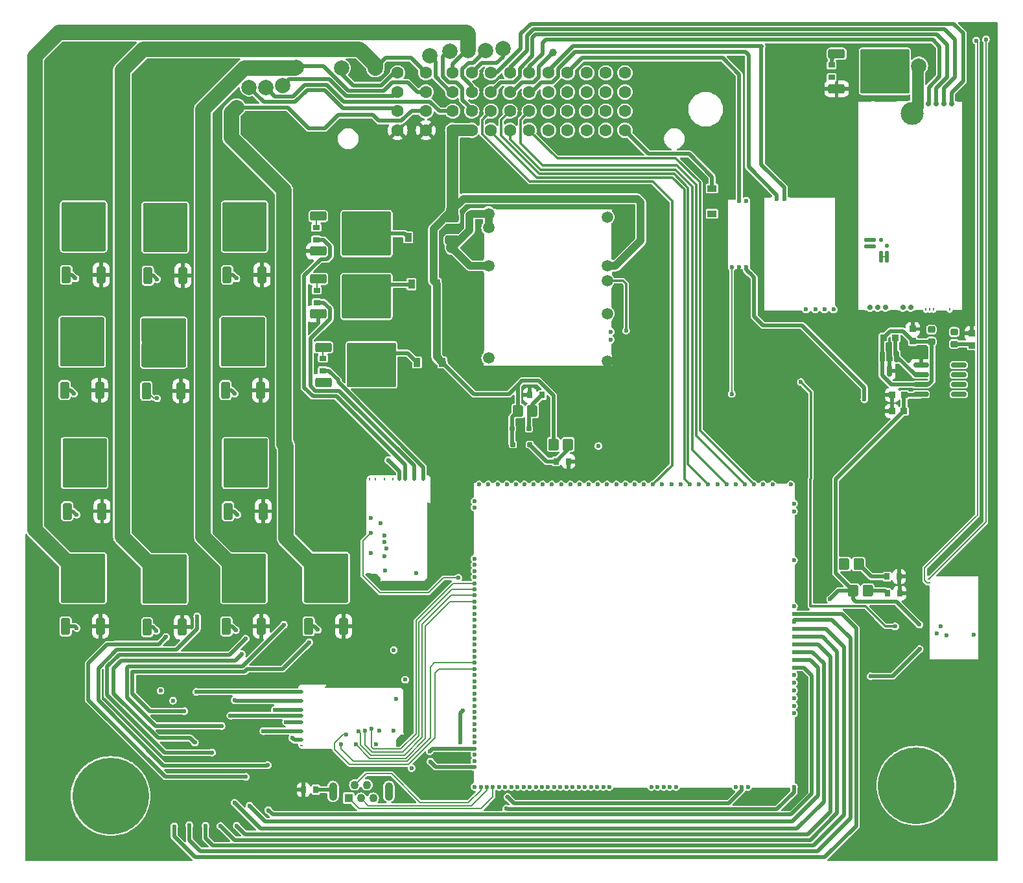
<source format=gbr>
%TF.GenerationSoftware,KiCad,Pcbnew,8.0.8*%
%TF.CreationDate,2026-02-06T20:56:35-05:00*%
%TF.ProjectId,greenecu48,67726565-6e65-4637-9534-382e6b696361,rev?*%
%TF.SameCoordinates,Original*%
%TF.FileFunction,Copper,L1,Top*%
%TF.FilePolarity,Positive*%
%FSLAX46Y46*%
G04 Gerber Fmt 4.6, Leading zero omitted, Abs format (unit mm)*
G04 Created by KiCad (PCBNEW 8.0.8) date 2026-02-06 20:56:35*
%MOMM*%
%LPD*%
G01*
G04 APERTURE LIST*
G04 Aperture macros list*
%AMRoundRect*
0 Rectangle with rounded corners*
0 $1 Rounding radius*
0 $2 $3 $4 $5 $6 $7 $8 $9 X,Y pos of 4 corners*
0 Add a 4 corners polygon primitive as box body*
4,1,4,$2,$3,$4,$5,$6,$7,$8,$9,$2,$3,0*
0 Add four circle primitives for the rounded corners*
1,1,$1+$1,$2,$3*
1,1,$1+$1,$4,$5*
1,1,$1+$1,$6,$7*
1,1,$1+$1,$8,$9*
0 Add four rect primitives between the rounded corners*
20,1,$1+$1,$2,$3,$4,$5,0*
20,1,$1+$1,$4,$5,$6,$7,0*
20,1,$1+$1,$6,$7,$8,$9,0*
20,1,$1+$1,$8,$9,$2,$3,0*%
%AMHorizOval*
0 Thick line with rounded ends*
0 $1 width*
0 $2 $3 position (X,Y) of the first rounded end (center of the circle)*
0 $4 $5 position (X,Y) of the second rounded end (center of the circle)*
0 Add line between two ends*
20,1,$1,$2,$3,$4,$5,0*
0 Add two circle primitives to create the rounded ends*
1,1,$1,$2,$3*
1,1,$1,$4,$5*%
G04 Aperture macros list end*
%TA.AperFunction,ComponentPad*%
%ADD10C,1.600000*%
%TD*%
%TA.AperFunction,SMDPad,CuDef*%
%ADD11RoundRect,0.250000X0.350000X-0.850000X0.350000X0.850000X-0.350000X0.850000X-0.350000X-0.850000X0*%
%TD*%
%TA.AperFunction,SMDPad,CuDef*%
%ADD12RoundRect,0.250000X1.125000X-1.275000X1.125000X1.275000X-1.125000X1.275000X-1.125000X-1.275000X0*%
%TD*%
%TA.AperFunction,SMDPad,CuDef*%
%ADD13RoundRect,0.249997X2.650003X-2.950003X2.650003X2.950003X-2.650003X2.950003X-2.650003X-2.950003X0*%
%TD*%
%TA.AperFunction,SMDPad,CuDef*%
%ADD14RoundRect,0.070000X0.280000X0.390000X-0.280000X0.390000X-0.280000X-0.390000X0.280000X-0.390000X0*%
%TD*%
%TA.AperFunction,SMDPad,CuDef*%
%ADD15RoundRect,0.130000X0.520000X0.620000X-0.520000X0.620000X-0.520000X-0.620000X0.520000X-0.620000X0*%
%TD*%
%TA.AperFunction,SMDPad,CuDef*%
%ADD16RoundRect,0.070000X-0.280000X-0.390000X0.280000X-0.390000X0.280000X0.390000X-0.280000X0.390000X0*%
%TD*%
%TA.AperFunction,SMDPad,CuDef*%
%ADD17O,10.200000X0.250000*%
%TD*%
%TA.AperFunction,SMDPad,CuDef*%
%ADD18HorizOval,0.250000X0.141421X-0.141421X-0.141421X0.141421X0*%
%TD*%
%TA.AperFunction,SMDPad,CuDef*%
%ADD19O,0.250000X5.800001*%
%TD*%
%TA.AperFunction,SMDPad,CuDef*%
%ADD20O,0.399999X0.200000*%
%TD*%
%TA.AperFunction,ComponentPad*%
%ADD21C,0.600000*%
%TD*%
%TA.AperFunction,SMDPad,CuDef*%
%ADD22RoundRect,0.090000X0.360000X0.510000X-0.360000X0.510000X-0.360000X-0.510000X0.360000X-0.510000X0*%
%TD*%
%TA.AperFunction,SMDPad,CuDef*%
%ADD23RoundRect,0.085000X0.340000X0.340000X-0.340000X0.340000X-0.340000X-0.340000X0.340000X-0.340000X0*%
%TD*%
%TA.AperFunction,SMDPad,CuDef*%
%ADD24R,6.185000X0.250000*%
%TD*%
%TA.AperFunction,SMDPad,CuDef*%
%ADD25R,1.115000X0.250000*%
%TD*%
%TA.AperFunction,SMDPad,CuDef*%
%ADD26R,0.250000X14.275000*%
%TD*%
%TA.AperFunction,SMDPad,CuDef*%
%ADD27R,0.250000X15.100000*%
%TD*%
%TA.AperFunction,SMDPad,CuDef*%
%ADD28R,5.175000X0.250000*%
%TD*%
%TA.AperFunction,SMDPad,CuDef*%
%ADD29RoundRect,0.250000X-0.850000X-0.350000X0.850000X-0.350000X0.850000X0.350000X-0.850000X0.350000X0*%
%TD*%
%TA.AperFunction,SMDPad,CuDef*%
%ADD30RoundRect,0.250000X-1.275000X-1.125000X1.275000X-1.125000X1.275000X1.125000X-1.275000X1.125000X0*%
%TD*%
%TA.AperFunction,SMDPad,CuDef*%
%ADD31RoundRect,0.249997X-2.950003X-2.650003X2.950003X-2.650003X2.950003X2.650003X-2.950003X2.650003X0*%
%TD*%
%TA.AperFunction,SMDPad,CuDef*%
%ADD32RoundRect,0.070000X-0.390000X0.280000X-0.390000X-0.280000X0.390000X-0.280000X0.390000X0.280000X0*%
%TD*%
%TA.AperFunction,ComponentPad*%
%ADD33R,1.100000X1.100000*%
%TD*%
%TA.AperFunction,ComponentPad*%
%ADD34C,1.100000*%
%TD*%
%TA.AperFunction,ComponentPad*%
%ADD35O,1.100000X2.400000*%
%TD*%
%TA.AperFunction,SMDPad,CuDef*%
%ADD36O,1.225000X0.200000*%
%TD*%
%TA.AperFunction,SMDPad,CuDef*%
%ADD37O,0.200000X9.300000*%
%TD*%
%TA.AperFunction,SMDPad,CuDef*%
%ADD38RoundRect,0.150000X-0.825000X-0.150000X0.825000X-0.150000X0.825000X0.150000X-0.825000X0.150000X0*%
%TD*%
%TA.AperFunction,SMDPad,CuDef*%
%ADD39O,0.250000X10.200000*%
%TD*%
%TA.AperFunction,SMDPad,CuDef*%
%ADD40HorizOval,0.250000X-0.141421X-0.141421X0.141421X0.141421X0*%
%TD*%
%TA.AperFunction,SMDPad,CuDef*%
%ADD41O,5.800001X0.250000*%
%TD*%
%TA.AperFunction,SMDPad,CuDef*%
%ADD42O,0.200000X0.399999*%
%TD*%
%TA.AperFunction,ComponentPad*%
%ADD43C,0.599999*%
%TD*%
%TA.AperFunction,SMDPad,CuDef*%
%ADD44RoundRect,0.060000X-0.240000X0.240000X-0.240000X-0.240000X0.240000X-0.240000X0.240000X0.240000X0*%
%TD*%
%TA.AperFunction,SMDPad,CuDef*%
%ADD45R,0.200000X2.300000*%
%TD*%
%TA.AperFunction,SMDPad,CuDef*%
%ADD46R,0.200000X5.400000*%
%TD*%
%TA.AperFunction,SMDPad,CuDef*%
%ADD47R,0.200000X8.600000*%
%TD*%
%TA.AperFunction,SMDPad,CuDef*%
%ADD48R,0.200000X5.000000*%
%TD*%
%TA.AperFunction,SMDPad,CuDef*%
%ADD49R,1.400000X0.200000*%
%TD*%
%TA.AperFunction,SMDPad,CuDef*%
%ADD50R,5.000000X0.200000*%
%TD*%
%TA.AperFunction,SMDPad,CuDef*%
%ADD51R,6.800000X0.200000*%
%TD*%
%TA.AperFunction,SMDPad,CuDef*%
%ADD52R,4.500000X0.200000*%
%TD*%
%TA.AperFunction,SMDPad,CuDef*%
%ADD53R,0.200000X1.600000*%
%TD*%
%TA.AperFunction,SMDPad,CuDef*%
%ADD54R,0.200000X5.700000*%
%TD*%
%TA.AperFunction,SMDPad,CuDef*%
%ADD55R,0.200000X2.000000*%
%TD*%
%TA.AperFunction,SMDPad,CuDef*%
%ADD56RoundRect,0.085000X-0.340000X0.340000X-0.340000X-0.340000X0.340000X-0.340000X0.340000X0.340000X0*%
%TD*%
%TA.AperFunction,SMDPad,CuDef*%
%ADD57RoundRect,0.085000X-0.340000X-0.340000X0.340000X-0.340000X0.340000X0.340000X-0.340000X0.340000X0*%
%TD*%
%TA.AperFunction,ComponentPad*%
%ADD58C,0.700000*%
%TD*%
%TA.AperFunction,SMDPad,CuDef*%
%ADD59C,3.000000*%
%TD*%
%TA.AperFunction,SMDPad,CuDef*%
%ADD60R,3.000000X0.250000*%
%TD*%
%TA.AperFunction,SMDPad,CuDef*%
%ADD61R,1.100000X0.250000*%
%TD*%
%TA.AperFunction,SMDPad,CuDef*%
%ADD62R,0.980000X0.250000*%
%TD*%
%TA.AperFunction,SMDPad,CuDef*%
%ADD63R,1.450000X0.250000*%
%TD*%
%TA.AperFunction,SMDPad,CuDef*%
%ADD64R,0.250000X27.600000*%
%TD*%
%TA.AperFunction,SMDPad,CuDef*%
%ADD65R,1.950000X0.250000*%
%TD*%
%TA.AperFunction,SMDPad,CuDef*%
%ADD66R,0.950000X0.250000*%
%TD*%
%TA.AperFunction,SMDPad,CuDef*%
%ADD67RoundRect,0.125000X-0.625000X0.125000X-0.625000X-0.125000X0.625000X-0.125000X0.625000X0.125000X0*%
%TD*%
%TA.AperFunction,SMDPad,CuDef*%
%ADD68RoundRect,0.125000X-0.125000X0.625000X-0.125000X-0.625000X0.125000X-0.625000X0.125000X0.625000X0*%
%TD*%
%TA.AperFunction,SMDPad,CuDef*%
%ADD69RoundRect,0.125000X-0.125000X-0.125000X0.125000X-0.125000X0.125000X0.125000X-0.125000X0.125000X0*%
%TD*%
%TA.AperFunction,SMDPad,CuDef*%
%ADD70RoundRect,0.125000X-0.125000X0.125000X-0.125000X-0.125000X0.125000X-0.125000X0.125000X0.125000X0*%
%TD*%
%TA.AperFunction,SMDPad,CuDef*%
%ADD71RoundRect,0.125000X0.000010X-0.125000X0.000010X0.125000X-0.000010X0.125000X-0.000010X-0.125000X0*%
%TD*%
%TA.AperFunction,SMDPad,CuDef*%
%ADD72RoundRect,0.218750X-0.256250X0.218750X-0.256250X-0.218750X0.256250X-0.218750X0.256250X0.218750X0*%
%TD*%
%TA.AperFunction,SMDPad,CuDef*%
%ADD73RoundRect,0.090000X0.510000X-0.360000X0.510000X0.360000X-0.510000X0.360000X-0.510000X-0.360000X0*%
%TD*%
%TA.AperFunction,ComponentPad*%
%ADD74C,1.500000*%
%TD*%
%TA.AperFunction,SMDPad,CuDef*%
%ADD75O,0.200000X1.500000*%
%TD*%
%TA.AperFunction,SMDPad,CuDef*%
%ADD76O,0.200000X1.000000*%
%TD*%
%TA.AperFunction,SMDPad,CuDef*%
%ADD77O,0.200000X2.600000*%
%TD*%
%TA.AperFunction,SMDPad,CuDef*%
%ADD78O,0.200000X4.800000*%
%TD*%
%TA.AperFunction,SMDPad,CuDef*%
%ADD79O,0.200000X0.300000*%
%TD*%
%TA.AperFunction,SMDPad,CuDef*%
%ADD80O,15.400000X0.200000*%
%TD*%
%TA.AperFunction,SMDPad,CuDef*%
%ADD81O,17.000000X0.200000*%
%TD*%
%TA.AperFunction,SMDPad,CuDef*%
%ADD82O,0.200000X10.200000*%
%TD*%
%TA.AperFunction,SMDPad,CuDef*%
%ADD83O,0.200000X3.300000*%
%TD*%
%TA.AperFunction,ComponentPad*%
%ADD84C,1.524000*%
%TD*%
%TA.AperFunction,SMDPad,CuDef*%
%ADD85RoundRect,0.230000X-0.670000X-0.345000X0.670000X-0.345000X0.670000X0.345000X-0.670000X0.345000X0*%
%TD*%
%TA.AperFunction,SMDPad,CuDef*%
%ADD86RoundRect,0.150000X-0.150000X0.587500X-0.150000X-0.587500X0.150000X-0.587500X0.150000X0.587500X0*%
%TD*%
%TA.AperFunction,SMDPad,CuDef*%
%ADD87O,5.669999X0.200000*%
%TD*%
%TA.AperFunction,SMDPad,CuDef*%
%ADD88O,0.200000X11.100001*%
%TD*%
%TA.AperFunction,SMDPad,CuDef*%
%ADD89O,0.399999X9.800001*%
%TD*%
%TA.AperFunction,SMDPad,CuDef*%
%ADD90O,0.250000X0.499999*%
%TD*%
%TA.AperFunction,SMDPad,CuDef*%
%ADD91O,6.799999X0.200000*%
%TD*%
%TA.AperFunction,SMDPad,CuDef*%
%ADD92O,0.499999X0.250000*%
%TD*%
%TA.AperFunction,ViaPad*%
%ADD93C,0.600000*%
%TD*%
%TA.AperFunction,ViaPad*%
%ADD94C,10.000000*%
%TD*%
%TA.AperFunction,ViaPad*%
%ADD95C,1.500000*%
%TD*%
%TA.AperFunction,ViaPad*%
%ADD96C,2.000000*%
%TD*%
%TA.AperFunction,ViaPad*%
%ADD97C,1.000000*%
%TD*%
%TA.AperFunction,Conductor*%
%ADD98C,0.500000*%
%TD*%
%TA.AperFunction,Conductor*%
%ADD99C,2.000000*%
%TD*%
%TA.AperFunction,Conductor*%
%ADD100C,0.200000*%
%TD*%
%TA.AperFunction,Conductor*%
%ADD101C,3.000000*%
%TD*%
%TA.AperFunction,Conductor*%
%ADD102C,0.300000*%
%TD*%
%TA.AperFunction,Conductor*%
%ADD103C,1.000000*%
%TD*%
%TA.AperFunction,Conductor*%
%ADD104C,1.500000*%
%TD*%
G04 APERTURE END LIST*
D10*
%TO.P,U1,1,1*%
%TO.N,/OUT_IGN1*%
X130227601Y-30224599D03*
%TO.P,U1,2,2*%
%TO.N,/OUT_IGN3*%
X130227601Y-32724599D03*
%TO.P,U1,3,3*%
%TO.N,/OUT_IGN5*%
X130227601Y-35224599D03*
%TO.P,U1,4,4*%
%TO.N,GND*%
X130227601Y-37724599D03*
%TO.P,U1,5,5*%
%TO.N,/OUT_IGN2*%
X133927601Y-30224599D03*
%TO.P,U1,6,6*%
%TO.N,/OUT_IGN4*%
X133927601Y-32724599D03*
%TO.P,U1,7,7*%
%TO.N,/OUT_IGN6*%
X133927601Y-35224599D03*
%TO.P,U1,8,8*%
%TO.N,GND*%
X133927601Y-37724599D03*
%TO.P,U1,9,9*%
%TO.N,/OUT_INJ1*%
X137427601Y-30224599D03*
%TO.P,U1,10,10*%
%TO.N,/OUT_INJ3*%
X137427601Y-32724599D03*
%TO.P,U1,11,11*%
%TO.N,/OUT_INJ5*%
X137427601Y-35224599D03*
%TO.P,U1,12,12*%
%TO.N,+12V*%
X137427601Y-37724599D03*
%TO.P,U1,13,13*%
%TO.N,/OUT_INJ2*%
X139927601Y-30224599D03*
%TO.P,U1,14,14*%
%TO.N,/OUT_INJ4*%
X139927601Y-32724599D03*
%TO.P,U1,15,15*%
%TO.N,/OUT_INJ6*%
X139927601Y-35224599D03*
%TO.P,U1,16,16*%
%TO.N,+12V*%
X139927601Y-37724599D03*
%TO.P,U1,17,17*%
%TO.N,/LSU_SENSOR_U*%
X142427601Y-30224599D03*
%TO.P,U1,18,18*%
%TO.N,/LSU_PUMP_I*%
X142427601Y-32724599D03*
%TO.P,U1,19,19*%
%TO.N,/IN_MAP2*%
X142427601Y-35224599D03*
%TO.P,U1,20,20*%
%TO.N,/IN_CAM1*%
X142427601Y-37724599D03*
%TO.P,U1,21,21*%
%TO.N,/LSU_CALIBR_RES*%
X144927601Y-30224599D03*
%TO.P,U1,22,22*%
%TO.N,/LSU_HEAT-*%
X144927601Y-32724599D03*
%TO.P,U1,23,23*%
%TO.N,/IN_IAT*%
X144927601Y-35224599D03*
%TO.P,U1,24,24*%
%TO.N,/IN_CLT*%
X144927601Y-37724599D03*
%TO.P,U1,25,25*%
%TO.N,/LSU_SENSOR_U{slash}PUMP_I*%
X147427601Y-30224599D03*
%TO.P,U1,26,26*%
%TO.N,/IN_CRANK+*%
X147427601Y-32724599D03*
%TO.P,U1,27,27*%
%TO.N,/IN_TPS1*%
X147427601Y-35224599D03*
%TO.P,U1,28,28*%
%TO.N,/IN_PPS1*%
X147427601Y-37724599D03*
%TO.P,U1,29,29*%
%TO.N,/IN_CRANK-*%
X149927601Y-30224599D03*
%TO.P,U1,30,30*%
%TO.N,+5VP*%
X149927601Y-32724599D03*
%TO.P,U1,31,31*%
X149927601Y-35224599D03*
%TO.P,U1,32,32*%
%TO.N,/OUT_TACH*%
X149927601Y-37724599D03*
%TO.P,U1,33,33*%
%TO.N,/IN_KNOCK1_RAW*%
X152427601Y-30224599D03*
%TO.P,U1,34,34*%
%TO.N,/CAN_L*%
X152427601Y-32724599D03*
%TO.P,U1,35,35*%
%TO.N,/USBM*%
X152427601Y-35224599D03*
%TO.P,U1,36,36*%
%TO.N,/OUT_BUZER*%
X152427601Y-37724599D03*
%TO.P,U1,37,37*%
%TO.N,/GNDA*%
X154927601Y-30224599D03*
%TO.P,U1,38,38*%
X154927601Y-32724599D03*
%TO.P,U1,39,39*%
%TO.N,/CAN_H*%
X154927601Y-35224599D03*
%TO.P,U1,40,40*%
%TO.N,/USBP*%
X154927601Y-37724599D03*
%TO.P,U1,41,41*%
%TO.N,/GNDA*%
X157427601Y-30224599D03*
%TO.P,U1,42,42*%
X157427601Y-32724599D03*
%TO.P,U1,43,43*%
%TO.N,/EGT-*%
X157427601Y-35224599D03*
%TO.P,U1,44,44*%
%TO.N,/OUT_WASTEGATE*%
X157427601Y-37724599D03*
%TO.P,U1,45,45*%
%TO.N,/GNDA*%
X159927601Y-30224599D03*
%TO.P,U1,46,46*%
X159927601Y-32724599D03*
%TO.P,U1,47,47*%
%TO.N,/EGT+*%
X159927601Y-35224599D03*
%TO.P,U1,48,48*%
%TO.N,/OUT_FUEL_PUMP_RELAY*%
X159927601Y-37724599D03*
%TD*%
D11*
%TO.P,Q906,1,G*%
%TO.N,Net-(Q906-G)*%
X86748279Y-71657000D03*
D12*
%TO.P,Q906,2,C*%
%TO.N,/OUT_INJ6*%
X87503279Y-67032000D03*
X90553279Y-67032000D03*
D13*
X89028279Y-65357000D03*
D12*
X87503279Y-63682000D03*
X90553279Y-63682000D03*
D11*
%TO.P,Q906,3,E*%
%TO.N,GND*%
X91308279Y-71657000D03*
%TD*%
%TO.P,Q903,1,G*%
%TO.N,Net-(Q903-G)*%
X97620000Y-56710000D03*
D12*
%TO.P,Q903,2,C*%
%TO.N,/OUT_INJ3*%
X98375000Y-52085000D03*
X101425000Y-52085000D03*
D13*
X99900000Y-50410000D03*
D12*
X98375000Y-48735000D03*
X101425000Y-48735000D03*
D11*
%TO.P,Q903,3,E*%
%TO.N,GND*%
X102180000Y-56710000D03*
%TD*%
%TO.P,Q901,1,G*%
%TO.N,Net-(Q901-G)*%
X86870000Y-102520000D03*
D12*
%TO.P,Q901,2,C*%
%TO.N,/OUT_INJ1*%
X87625000Y-97895000D03*
X90675000Y-97895000D03*
D13*
X89150000Y-96220000D03*
D12*
X87625000Y-94545000D03*
X90675000Y-94545000D03*
D11*
%TO.P,Q901,3,E*%
%TO.N,GND*%
X91430000Y-102520000D03*
%TD*%
%TO.P,Q902,1,G*%
%TO.N,Net-(Q902-G)*%
X86960000Y-56610000D03*
D12*
%TO.P,Q902,2,C*%
%TO.N,/OUT_INJ2*%
X87715000Y-51985000D03*
X90765000Y-51985000D03*
D13*
X89240000Y-50310000D03*
D12*
X87715000Y-48635000D03*
X90765000Y-48635000D03*
D11*
%TO.P,Q902,3,E*%
%TO.N,GND*%
X91520000Y-56610000D03*
%TD*%
D14*
%TO.P,R13,1*%
%TO.N,Net-(D11-K)*%
X149113000Y-72304452D03*
%TO.P,R13,2*%
%TO.N,GND*%
X147513000Y-72304452D03*
%TD*%
D15*
%TO.P,D11,2,K*%
%TO.N,Net-(D11-K)*%
X147850095Y-74371453D03*
%TO.P,D11,1,A*%
%TO.N,+12V*%
X145950074Y-74371453D03*
%TD*%
D16*
%TO.P,R14,1*%
%TO.N,Net-(D10-A)*%
X150936000Y-80959524D03*
%TO.P,R14,2*%
%TO.N,GND*%
X152536000Y-80959524D03*
%TD*%
D17*
%TO.P,M4,G,GND*%
%TO.N,GND*%
X125839020Y-110488998D03*
D18*
X130939015Y-110639002D03*
D19*
X131089015Y-113601498D03*
D20*
%TO.P,M4,S1,OUT_IGN8*%
%TO.N,unconnected-(M4-OUT_IGN8-PadS1)*%
X117714398Y-118113946D03*
%TO.P,M4,S2,OUT_IGN7*%
%TO.N,unconnected-(M4-OUT_IGN7-PadS2)*%
X117714398Y-117353967D03*
%TO.P,M4,S3,OUT_IGN6*%
%TO.N,Net-(M4-OUT_IGN6)*%
X117714398Y-116178974D03*
%TO.P,M4,S4,OUT_IGN5*%
%TO.N,Net-(M4-OUT_IGN5)*%
X117714398Y-115003987D03*
%TO.P,M4,S5,OUT_IGN4*%
%TO.N,Net-(M4-OUT_IGN4)*%
X117714398Y-114164075D03*
%TO.P,M4,S6,OUT_IGN3*%
%TO.N,Net-(M4-OUT_IGN3)*%
X117714398Y-113414003D03*
%TO.P,M4,S7,OUT_IGN2*%
%TO.N,Net-(M4-OUT_IGN2)*%
X117714398Y-112238992D03*
%TO.P,M4,S8,OUT_IGN1*%
%TO.N,Net-(M4-OUT_IGN1)*%
X117714398Y-111063995D03*
D21*
%TO.P,M4,V1,IGN8*%
%TO.N,unconnected-(M4-IGN8-PadV1)*%
X127814005Y-116103998D03*
%TO.P,M4,V2,IGN7*%
%TO.N,unconnected-(M4-IGN7-PadV2)*%
X127388997Y-117939008D03*
%TO.P,M4,V3,IGN6*%
%TO.N,/INJ6*%
X126839000Y-115889000D03*
%TO.P,M4,V4,IGN5*%
%TO.N,/INJ5*%
X125964041Y-116103995D03*
%TO.P,M4,V5,IGN4*%
%TO.N,/INJ4*%
X125114018Y-116179002D03*
%TO.P,M4,V6,IGN3*%
%TO.N,/INJ3*%
X124789002Y-117939008D03*
%TO.P,M4,V7,IGN2*%
%TO.N,/INJ2*%
X123489035Y-116629008D03*
%TO.P,M4,V8,IGN1*%
%TO.N,/INJ1*%
X122839018Y-117939008D03*
%TO.P,M4,V9,VCC*%
%TO.N,+5VA*%
X130014021Y-112013993D03*
%TO.P,M4,V10,V33*%
%TO.N,+3V3*%
X129714019Y-116088999D03*
%TD*%
D22*
%TO.P,D4,1,K*%
%TO.N,+12V*%
X134918000Y-51701000D03*
%TO.P,D4,2,A*%
%TO.N,/OUT_TACH*%
X131618000Y-51701000D03*
%TD*%
D23*
%TO.P,C2,1*%
%TO.N,Net-(U2-T-)*%
X195275001Y-64810007D03*
%TO.P,C2,2*%
%TO.N,Net-(U2-T+)*%
X193694999Y-64810007D03*
%TD*%
D21*
%TO.P,M2,E1,Thresh_IN*%
%TO.N,/THRESHOLD_VR*%
X184780784Y-61130242D03*
%TO.P,M2,E2,OUT_A*%
%TO.N,/VR_ANALOG*%
X183580784Y-61130242D03*
%TO.P,M2,E3,OUT*%
%TO.N,/IN_CRANK*%
X185980784Y-61130242D03*
%TO.P,M2,E4,V5_IN*%
%TO.N,+5V*%
X187180784Y-61130242D03*
D24*
%TO.P,M2,G,GND*%
%TO.N,GND*%
X184513284Y-46480242D03*
D25*
X178463284Y-46480242D03*
D26*
X187480784Y-53492742D03*
D27*
X178030784Y-53905242D03*
D28*
X180493284Y-61330242D03*
D21*
%TO.P,M2,W1,VR-*%
%TO.N,/IN_CRANK-*%
X180720784Y-46705242D03*
%TO.P,M2,W2,VR+*%
%TO.N,/IN_CRANK+*%
X179720784Y-46705242D03*
%TD*%
D29*
%TO.P,Q9,1,G*%
%TO.N,Net-(Q9-G)*%
X119876000Y-48941000D03*
D30*
%TO.P,Q9,2,C*%
%TO.N,/OUT_TACH*%
X124501000Y-49696000D03*
X124501000Y-52746000D03*
D31*
X126176000Y-51221000D03*
D30*
X127851000Y-49696000D03*
X127851000Y-52746000D03*
D29*
%TO.P,Q9,3,E*%
%TO.N,GND*%
X119876000Y-53501000D03*
%TD*%
D15*
%TO.P,D14,1,A*%
%TO.N,+3V3*%
X189765884Y-97861000D03*
%TO.P,D14,2,K*%
%TO.N,Net-(D14-K)*%
X191665905Y-97861000D03*
%TD*%
D32*
%TO.P,R12,1*%
%TO.N,Net-(Q9-G)*%
X119613928Y-50427000D03*
%TO.P,R12,2*%
%TO.N,Net-(M7-OUT_IGN3)*%
X119613928Y-52027000D03*
%TD*%
%TO.P,R19,1*%
%TO.N,Net-(Q11-G)*%
X120489928Y-67509000D03*
%TO.P,R19,2*%
%TO.N,Net-(M7-OUT_IGN1)*%
X120489928Y-69109000D03*
%TD*%
%TO.P,R11,1*%
%TO.N,Net-(Q14-G)*%
X119670928Y-58608000D03*
%TO.P,R11,2*%
%TO.N,Net-(M7-OUT_IGN2)*%
X119670928Y-60208000D03*
%TD*%
D29*
%TO.P,Q14,1,G*%
%TO.N,Net-(Q14-G)*%
X119876000Y-57136000D03*
D30*
%TO.P,Q14,2,C*%
%TO.N,/OUT_BUZER*%
X124501000Y-57891000D03*
X124501000Y-60941000D03*
D31*
X126176000Y-59416000D03*
D30*
X127851000Y-57891000D03*
X127851000Y-60941000D03*
D29*
%TO.P,Q14,3,E*%
%TO.N,GND*%
X119876000Y-61696000D03*
%TD*%
D33*
%TO.P,J4,1,VBUS*%
%TO.N,/VBUS*%
X123848000Y-124952000D03*
D34*
%TO.P,J4,2,D-*%
%TO.N,/USBM*%
X124648000Y-123202000D03*
%TO.P,J4,3,D+*%
%TO.N,/USBP*%
X125448000Y-124952000D03*
%TO.P,J4,4,ID*%
%TO.N,unconnected-(J4-ID-Pad4)*%
X126248000Y-123202000D03*
%TO.P,J4,5,GND*%
%TO.N,Net-(J4-GND)*%
X127048000Y-124952000D03*
D35*
%TO.P,J4,6,Shield*%
X121798000Y-124077000D03*
X129098000Y-124077000D03*
%TD*%
D21*
%TO.P,M3,E1,V5A*%
%TO.N,+5VA*%
X175770000Y-55621000D03*
D36*
%TO.P,M3,E2,GND*%
%TO.N,GND*%
X173795000Y-46721000D03*
D37*
X176370000Y-51271000D03*
X173270000Y-51271000D03*
D21*
X174820000Y-55621000D03*
%TO.P,M3,E3,OUT_KNOCK*%
%TO.N,/IN_KNOCK1*%
X173870002Y-55621000D03*
%TO.P,M3,W1,IN_KNOCK*%
%TO.N,/IN_KNOCK1_RAW*%
X174870000Y-46921000D03*
%TO.P,M3,W2,VREF*%
%TO.N,/VREF2*%
X175770000Y-46921000D03*
%TD*%
D22*
%TO.P,D5,1,K*%
%TO.N,+12V*%
X135337000Y-57809000D03*
%TO.P,D5,2,A*%
%TO.N,/OUT_BUZER*%
X132037000Y-57809000D03*
%TD*%
D38*
%TO.P,U2,1,GND*%
%TO.N,GND*%
X198588000Y-68391000D03*
%TO.P,U2,2,T-*%
%TO.N,Net-(U2-T-)*%
X198588000Y-69661000D03*
%TO.P,U2,3,T+*%
%TO.N,Net-(U2-T+)*%
X198588000Y-70931000D03*
%TO.P,U2,4,V_{CC}*%
%TO.N,+3V3*%
X198588000Y-72201000D03*
%TO.P,U2,5,SCK*%
%TO.N,/SPI3_SCK*%
X203538000Y-72201000D03*
%TO.P,U2,6,~{CS}*%
%TO.N,/SPI3_CS*%
X203538000Y-70931000D03*
%TO.P,U2,7,SO*%
%TO.N,/SPI3_MISO*%
X203538000Y-69661000D03*
%TO.P,U2,8,NC*%
%TO.N,unconnected-(U2-NC-Pad8)*%
X203538000Y-68391000D03*
%TD*%
D16*
%TO.P,R15,1*%
%TO.N,Net-(D13-K)*%
X194152000Y-96004072D03*
%TO.P,R15,2*%
%TO.N,GND*%
X195752000Y-96004072D03*
%TD*%
D22*
%TO.P,D3,1,K*%
%TO.N,+12V*%
X136081000Y-68041000D03*
%TO.P,D3,2,A*%
%TO.N,/OUT_WASTEGATE*%
X132781000Y-68041000D03*
%TD*%
D29*
%TO.P,Q11,1,G*%
%TO.N,Net-(Q11-G)*%
X120543000Y-66062000D03*
D30*
%TO.P,Q11,2,C*%
%TO.N,/OUT_WASTEGATE*%
X125168000Y-66817000D03*
X125168000Y-69867000D03*
D31*
X126843000Y-68342000D03*
D30*
X128518000Y-66817000D03*
X128518000Y-69867000D03*
D29*
%TO.P,Q11,3,E*%
%TO.N,GND*%
X120543000Y-70622000D03*
%TD*%
D39*
%TO.P,M7,G,GND*%
%TO.N,GND*%
X134165000Y-91373000D03*
D40*
X134014996Y-96472995D03*
D41*
X131052500Y-96622995D03*
D42*
%TO.P,M7,S1,OUT_IGN8*%
%TO.N,unconnected-(M7-OUT_IGN8-PadS1)*%
X126540052Y-83248378D03*
%TO.P,M7,S2,OUT_IGN7*%
%TO.N,unconnected-(M7-OUT_IGN7-PadS2)*%
X127300031Y-83248378D03*
%TO.P,M7,S3,OUT_IGN6*%
%TO.N,unconnected-(M7-OUT_IGN6-PadS3)*%
X128475024Y-83248378D03*
%TO.P,M7,S4,OUT_IGN5*%
%TO.N,unconnected-(M7-OUT_IGN5-PadS4)*%
X129650011Y-83248378D03*
%TO.P,M7,S5,OUT_IGN4*%
%TO.N,Net-(M7-OUT_IGN4)*%
X130489923Y-83248378D03*
%TO.P,M7,S6,OUT_IGN3*%
%TO.N,Net-(M7-OUT_IGN3)*%
X131239995Y-83248378D03*
%TO.P,M7,S7,OUT_IGN2*%
%TO.N,Net-(M7-OUT_IGN2)*%
X132415006Y-83248378D03*
%TO.P,M7,S8,OUT_IGN1*%
%TO.N,Net-(M7-OUT_IGN1)*%
X133590003Y-83248378D03*
D43*
%TO.P,M7,V1,IGN8*%
%TO.N,unconnected-(M7-IGN8-PadV1)*%
X128550000Y-93347985D03*
%TO.P,M7,V2,IGN7*%
%TO.N,unconnected-(M7-IGN7-PadV2)*%
X126714990Y-92922977D03*
%TO.P,M7,V3,IGN6*%
%TO.N,unconnected-(M7-IGN6-PadV3)*%
X128764998Y-92372980D03*
%TO.P,M7,V4,IGN5*%
%TO.N,unconnected-(M7-IGN5-PadV4)*%
X128550003Y-91498021D03*
%TO.P,M7,V5,IGN4*%
%TO.N,/FUEL_PUMP_RELAY*%
X128474996Y-90647998D03*
%TO.P,M7,V6,IGN3*%
%TO.N,/TACH*%
X126714990Y-90322982D03*
%TO.P,M7,V7,IGN2*%
%TO.N,/+ETB*%
X128024990Y-89023015D03*
%TO.P,M7,V8,IGN1*%
%TO.N,/WASTEGATE*%
X126714990Y-88372998D03*
%TO.P,M7,V9,VCC*%
%TO.N,+5VA*%
X132640005Y-95548001D03*
%TO.P,M7,V10,V33*%
%TO.N,+3V3*%
X128564999Y-95247999D03*
%TD*%
D44*
%TO.P,D9,2,A*%
%TO.N,Net-(D11-K)*%
X147377000Y-76671452D03*
%TO.P,D9,1,K*%
%TO.N,+12V*%
X145177000Y-76671452D03*
%TD*%
D15*
%TO.P,D13,1,A*%
%TO.N,+5V*%
X188554979Y-94376000D03*
%TO.P,D13,2,K*%
%TO.N,Net-(D13-K)*%
X190455000Y-94376000D03*
%TD*%
D11*
%TO.P,Q916,1,G*%
%TO.N,Net-(Q916-G)*%
X118620000Y-102500000D03*
D12*
%TO.P,Q916,2,C*%
%TO.N,/OUT_IGN6*%
X119375000Y-97875000D03*
X122425000Y-97875000D03*
D13*
X120900000Y-96200000D03*
D12*
X119375000Y-94525000D03*
X122425000Y-94525000D03*
D11*
%TO.P,Q916,3,E*%
%TO.N,GND*%
X123180000Y-102500000D03*
%TD*%
%TO.P,Q904,1,G*%
%TO.N,Net-(Q904-G)*%
X87081721Y-87473000D03*
D12*
%TO.P,Q904,2,C*%
%TO.N,/OUT_INJ4*%
X87836721Y-82848000D03*
X90886721Y-82848000D03*
D13*
X89361721Y-81173000D03*
D12*
X87836721Y-79498000D03*
X90886721Y-79498000D03*
D11*
%TO.P,Q904,3,E*%
%TO.N,GND*%
X91641721Y-87473000D03*
%TD*%
D15*
%TO.P,D12,1,A*%
%TO.N,+12V*%
X150600884Y-78754452D03*
%TO.P,D12,2,K*%
%TO.N,Net-(D10-A)*%
X152500905Y-78754452D03*
%TD*%
D21*
%TO.P,M9,E1,SPI2_SCK/CAN2_TX*%
%TO.N,Net-(M6-CAN_TX)*%
X140295000Y-120874998D03*
%TO.P,M9,E2,SPI2_MISO*%
%TO.N,unconnected-(M9-SPI2_MISO-PadE2)*%
X140295000Y-120074997D03*
%TO.P,M9,E3,SPI2_MOSI*%
%TO.N,unconnected-(M9-SPI2_MOSI-PadE3)*%
X140295000Y-119274999D03*
%TO.P,M9,E4,SPI2_CS/CAN2_RX*%
%TO.N,Net-(M6-CAN_RX)*%
X140295000Y-118474998D03*
%TO.P,M9,E6,OUT_IO3*%
%TO.N,/MAIN_RELAY*%
X140295000Y-117674997D03*
%TO.P,M9,E7,OUT_IO5*%
%TO.N,/OUT1*%
X140295003Y-116874999D03*
%TO.P,M9,E8,OUT_IO1*%
%TO.N,/FUEL_PUMP_RELAY*%
X140295003Y-116074998D03*
%TO.P,M9,E9,OUT_IO6*%
%TO.N,/OUT2*%
X140295000Y-115274994D03*
%TO.P,M9,E10,OUT_IO10*%
%TO.N,/VVT1_1*%
X140295000Y-114474998D03*
%TO.P,M9,E11,OUT_IO9*%
%TO.N,unconnected-(M9-OUT_IO9-PadE11)*%
X140295000Y-113674998D03*
%TO.P,M9,E12,OUT_IO2*%
%TO.N,/WASTEGATE*%
X140295000Y-112874997D03*
%TO.P,M9,E13,OUT_IO12*%
%TO.N,/ETB_EN*%
X140295003Y-112074998D03*
%TO.P,M9,E14,OUT_PWM5*%
%TO.N,/VVT2_B1*%
X140295003Y-111274997D03*
%TO.P,M9,E15,OUT_PWM4*%
%TO.N,/VVT2_B2*%
X140295003Y-110474996D03*
%TO.P,M9,E16,OUT_PWM3*%
%TO.N,/-ETB*%
X140295000Y-109674998D03*
%TO.P,M9,E17,OUT_PWM2*%
%TO.N,/+ETB*%
X140295000Y-108874997D03*
%TO.P,M9,E18,OUT_INJ2*%
%TO.N,/INJ2*%
X140295000Y-108074999D03*
%TO.P,M9,E19,OUT_INJ1*%
%TO.N,/INJ1*%
X140295003Y-107274998D03*
%TO.P,M9,E20,OUT_IO13*%
%TO.N,unconnected-(M9-OUT_IO13-PadE20)*%
X140295003Y-106474997D03*
%TO.P,M9,E21,OUT_IO4*%
%TO.N,/IDLE*%
X140295000Y-105674998D03*
%TO.P,M9,E22,OUT_IO8*%
%TO.N,/CHECK_ENGINE*%
X140295000Y-104874997D03*
%TO.P,M9,E23,OUT_IO7*%
%TO.N,/VVT1_2*%
X140295000Y-104074996D03*
%TO.P,M9,E24,OUT_IO11*%
%TO.N,unconnected-(M9-OUT_IO11-PadE24)*%
X140295000Y-103274998D03*
%TO.P,M9,E25,OUT_PWM7*%
%TO.N,/FUEL_CONSUM*%
X140295000Y-102474997D03*
%TO.P,M9,E26,OUT_PWM6*%
%TO.N,/THRESHOLD_VR*%
X140295000Y-101674999D03*
%TO.P,M9,E27,OUT_PWM1*%
%TO.N,/TACH*%
X140295000Y-100874998D03*
%TO.P,M9,E28,OUT_PWM8*%
%TO.N,/OUT3*%
X140295000Y-100074997D03*
%TO.P,M9,E29,OUT_INJ3*%
%TO.N,/INJ3*%
X140295000Y-99274998D03*
%TO.P,M9,E30,OUT_INJ4*%
%TO.N,/INJ4*%
X140295000Y-98474997D03*
%TO.P,M9,E31,OUT_INJ5*%
%TO.N,/INJ5*%
X140295003Y-97674999D03*
%TO.P,M9,E32,OUT_INJ6*%
%TO.N,/INJ6*%
X140295000Y-96874996D03*
%TO.P,M9,E33,OUT_INJ7*%
%TO.N,unconnected-(M9-OUT_INJ7-PadE33)*%
X140295000Y-96074997D03*
%TO.P,M9,E34,OUT_INJ8*%
%TO.N,unconnected-(M9-OUT_INJ8-PadE34)*%
X140295000Y-95274999D03*
%TO.P,M9,E35,IO6*%
%TO.N,unconnected-(M9-IO6-PadE35)*%
X140295000Y-94474998D03*
%TO.P,M9,E36,IO7*%
%TO.N,unconnected-(M9-IO7-PadE36)*%
X140295000Y-93674997D03*
%TO.P,M9,E38,V5A_SWITCHABLE*%
%TO.N,unconnected-(M9-V5A_SWITCHABLE-PadE38)*%
X140295003Y-86975003D03*
%TO.P,M9,E39,GNDA*%
%TO.N,unconnected-(M9-GNDA-PadE39)*%
X140295000Y-86175002D03*
D45*
%TO.P,M9,G,GND*%
%TO.N,GND*%
X182195005Y-84825002D03*
D46*
X182195003Y-90675005D03*
D47*
X182195002Y-118675002D03*
D48*
X182195002Y-96875002D03*
D49*
X180394996Y-83774999D03*
D50*
X178995001Y-123675000D03*
D51*
X170494998Y-123675000D03*
D52*
X160644995Y-123675000D03*
D53*
X140095000Y-122175001D03*
D54*
X140095000Y-90324998D03*
D55*
X140095000Y-84675005D03*
D21*
%TO.P,M9,N1,USBID*%
%TO.N,unconnected-(M9-USBID-PadN1)*%
X140295000Y-123475001D03*
%TO.P,M9,N2,USBM*%
%TO.N,/USBM*%
X141094998Y-123475003D03*
%TO.P,M9,N3,USBP*%
%TO.N,/USBP*%
X141894999Y-123475003D03*
%TO.P,M9,N4,VBUS*%
%TO.N,/VBUS*%
X142694998Y-123475001D03*
%TO.P,M9,N5,BOOT0*%
%TO.N,unconnected-(M9-BOOT0-PadN5)*%
X143494999Y-123475001D03*
%TO.P,M9,N6,SWO*%
%TO.N,unconnected-(M9-SWO-PadN6)*%
X144295000Y-123475001D03*
%TO.P,M9,N7,SWDIO*%
%TO.N,unconnected-(M9-SWDIO-PadN7)*%
X145094998Y-123475001D03*
%TO.P,M9,N8,SWCLK*%
%TO.N,unconnected-(M9-SWCLK-PadN8)*%
X145894999Y-123475003D03*
%TO.P,M9,N9,nReset*%
%TO.N,unconnected-(M9-nReset-PadN9)*%
X146694997Y-123475001D03*
%TO.P,M9,N10,SPI3_CS*%
%TO.N,/SPI3_CS*%
X147494998Y-123475001D03*
%TO.P,M9,N11,SPI3_SCK*%
%TO.N,/SPI3_SCK*%
X148294999Y-123475001D03*
%TO.P,M9,N12,SPI3_MISO*%
%TO.N,/SPI3_MISO*%
X149095000Y-123475001D03*
%TO.P,M9,N13,SPI3_MOSI*%
%TO.N,/SPI3_MOSI*%
X149894999Y-123475001D03*
%TO.P,M9,N14,I2C_SCL*%
%TO.N,unconnected-(M9-I2C_SCL-PadN14)*%
X150695000Y-123475001D03*
%TO.P,M9,N15,I2C_SDA*%
%TO.N,unconnected-(M9-I2C_SDA-PadN15)*%
X151495001Y-123475003D03*
%TO.P,M9,N16,IO1*%
%TO.N,unconnected-(M9-IO1-PadN16)*%
X152295001Y-123475003D03*
%TO.P,M9,N17,UART2_TX*%
%TO.N,/TX2*%
X153095000Y-123475001D03*
%TO.P,M9,N18,UART2_RX*%
%TO.N,/RX2*%
X153895001Y-123475001D03*
%TO.P,M9,N19,IO2*%
%TO.N,unconnected-(M9-IO2-PadN19)*%
X154694999Y-123475001D03*
%TO.P,M9,N20,IO4*%
%TO.N,unconnected-(M9-IO4-PadN20)*%
X155495000Y-123475001D03*
%TO.P,M9,N21,IO3*%
%TO.N,unconnected-(M9-IO3-PadN21)*%
X156294999Y-123475003D03*
%TO.P,M9,N22,V33*%
%TO.N,unconnected-(M9-V33-PadN22)*%
X157095000Y-123475001D03*
%TO.P,M9,N23,IO5*%
%TO.N,unconnected-(M9-IO5-PadN23)*%
X157895000Y-123475001D03*
%TO.P,M9,N24,UART8_RX*%
%TO.N,/RX1*%
X163395000Y-123475001D03*
%TO.P,M9,N25,UART8_TX*%
%TO.N,/TX1*%
X164195001Y-123475001D03*
%TO.P,M9,N26,IN_VIGN*%
%TO.N,/VIGN*%
X164994999Y-123475001D03*
%TO.P,M9,N27,VBAT*%
%TO.N,/VBAT*%
X165794997Y-123475001D03*
%TO.P,M9,N28,V33_SWITCHABLE*%
%TO.N,unconnected-(M9-V33_SWITCHABLE-PadN28)*%
X166594996Y-123475001D03*
%TO.P,M9,N29,OUT_PWR_EN*%
%TO.N,unconnected-(M9-OUT_PWR_EN-PadN29)*%
X174395000Y-123475001D03*
%TO.P,M9,N30,V5A_SWITCHABLE*%
%TO.N,+5VA*%
X175194999Y-123475001D03*
%TO.P,M9,N31,VCC*%
%TO.N,+5V*%
X175994997Y-123475001D03*
%TO.P,M9,N32,V33*%
%TO.N,+3V3*%
X181995001Y-123475001D03*
%TO.P,M9,S1,IN_D4*%
%TO.N,/IN_D4*%
X140895001Y-83974996D03*
%TO.P,M9,S2,IN_D3*%
%TO.N,/IN_D3*%
X142095002Y-83974998D03*
%TO.P,M9,S3,IN_D2*%
%TO.N,/IN_D2*%
X143294999Y-83974998D03*
%TO.P,M9,S4,IN_D1*%
%TO.N,/IN_D1*%
X144494999Y-83974996D03*
%TO.P,M9,S5,VREF2*%
%TO.N,/VREF2*%
X145694999Y-83974998D03*
%TO.P,M9,S6,IN_SENS4*%
%TO.N,unconnected-(M9-IN_SENS4-PadS6)*%
X146794987Y-83974998D03*
%TO.P,M9,S7,IN_SENS3*%
%TO.N,unconnected-(M9-IN_SENS3-PadS7)*%
X147994987Y-83974998D03*
%TO.P,M9,S8,IN_SENS2*%
%TO.N,unconnected-(M9-IN_SENS2-PadS8)*%
X149194985Y-83974996D03*
%TO.P,M9,S9,IN_SENS1*%
%TO.N,/VR_ANALOG*%
X150394985Y-83974998D03*
%TO.P,M9,S10,IN_AUX4*%
%TO.N,/IN_CAM2*%
X151594988Y-83974998D03*
%TO.P,M9,S11,IN_AUX3*%
%TO.N,/IN_A3*%
X152794990Y-83974996D03*
%TO.P,M9,S12,IN_AUX2*%
%TO.N,/IN_PPS2*%
X153994988Y-83974998D03*
%TO.P,M9,S13,IN_AUX1*%
%TO.N,/IN_TPS2*%
X155194986Y-83974998D03*
%TO.P,M9,S14,IN_RES2*%
%TO.N,/IN_RES2*%
X156394993Y-83974998D03*
%TO.P,M9,S15,IN_O2S2*%
%TO.N,/IN_A1*%
X157594993Y-83974998D03*
%TO.P,M9,S16,IN_O2S*%
%TO.N,/IN_AFR*%
X158794991Y-83974998D03*
%TO.P,M9,S17,IN_RES1*%
%TO.N,/IN_RES1*%
X159994991Y-83974998D03*
%TO.P,M9,S18,IN_RES3*%
%TO.N,/IN_A4*%
X161194996Y-83974998D03*
%TO.P,M9,S19,IN_MAP3*%
%TO.N,/IN_A2*%
X162394997Y-83974998D03*
%TO.P,M9,S20,IN_MAP2*%
%TO.N,/IN_MAP2*%
X163594994Y-83974996D03*
%TO.P,M9,S21,IN_MAP1*%
%TO.N,/IN_MAF*%
X164794994Y-83974998D03*
%TO.P,M9,S22,IN_CRANK*%
%TO.N,/IN_CRANK*%
X165994997Y-83974996D03*
%TO.P,M9,S23,IN_KNOCK*%
%TO.N,/IN_KNOCK1*%
X167194997Y-83974998D03*
%TO.P,M9,S24,IN_CAM*%
%TO.N,/IN_CAM1*%
X168394992Y-83974998D03*
%TO.P,M9,S25,IN_VSS*%
%TO.N,/IN_VSS*%
X169594995Y-83974996D03*
%TO.P,M9,S26,IN_IAT*%
%TO.N,/IN_IAT*%
X170795000Y-83974998D03*
%TO.P,M9,S27,IN_AT1*%
%TO.N,unconnected-(M9-IN_AT1-PadS27)*%
X171995000Y-83974996D03*
%TO.P,M9,S28,IN_CLT*%
%TO.N,/IN_CLT*%
X173194998Y-83974998D03*
%TO.P,M9,S29,IN_AT2*%
%TO.N,unconnected-(M9-IN_AT2-PadS29)*%
X174394998Y-83974998D03*
%TO.P,M9,S30,IN_TPS*%
%TO.N,/IN_TPS1*%
X175595003Y-83974998D03*
%TO.P,M9,S31,IN_PPS*%
%TO.N,/IN_PPS1*%
X176795003Y-83974998D03*
%TO.P,M9,S32,IN_TPS2*%
%TO.N,unconnected-(M9-IN_TPS2-PadS32)*%
X177995001Y-83974998D03*
%TO.P,M9,S33,IN_PPS2*%
%TO.N,unconnected-(M9-IN_PPS2-PadS33)*%
X179195001Y-83974998D03*
%TO.P,M9,S35,VREF1*%
%TO.N,unconnected-(M9-VREF1-PadS35)*%
X181595001Y-83974998D03*
%TO.P,M9,W1,GNDA*%
%TO.N,/GNDA*%
X181995003Y-86475001D03*
%TO.P,M9,W2,V5A_SWITCHABLE*%
%TO.N,unconnected-(M9-V5A_SWITCHABLE-PadW2)*%
X181995003Y-87475002D03*
%TO.P,M9,W3,V33_REF*%
%TO.N,unconnected-(M9-V33_REF-PadW3)*%
X181995001Y-93875004D03*
%TO.P,M9,W3a,BOOT1*%
%TO.N,unconnected-(M9-BOOT1-PadW3a)*%
X181995002Y-99875002D03*
%TO.P,M9,W4,IGN8*%
%TO.N,unconnected-(M9-IGN8-PadW4)*%
X181995001Y-100875000D03*
%TO.P,M9,W5,IGN7*%
%TO.N,unconnected-(M9-IGN7-PadW5)*%
X181995001Y-101875001D03*
%TO.P,M9,W6,IGN6*%
%TO.N,/IGN6*%
X181995001Y-102874999D03*
%TO.P,M9,W7,IGN5*%
%TO.N,/IGN5*%
X181995001Y-103874999D03*
%TO.P,M9,W8,IGN4*%
%TO.N,/IGN4*%
X181995001Y-104875000D03*
%TO.P,M9,W9,IGN3*%
%TO.N,/IGN3*%
X181995001Y-105874998D03*
%TO.P,M9,W10,IGN2*%
%TO.N,/IGN2*%
X181995001Y-106874998D03*
%TO.P,M9,W11,IGN1*%
%TO.N,/IGN1*%
X181995001Y-107874996D03*
%TO.P,M9,W11a,LED_RED*%
%TO.N,unconnected-(M9-LED_RED-PadW11a)*%
X181995002Y-108875002D03*
%TO.P,M9,W11b,LED_GREEN*%
%TO.N,unconnected-(M9-LED_GREEN-PadW11b)*%
X181995002Y-109875002D03*
%TO.P,M9,W11c,LED_BLUE*%
%TO.N,unconnected-(M9-LED_BLUE-PadW11c)*%
X181995002Y-110875002D03*
%TO.P,M9,W11d,LED_YELLOW*%
%TO.N,unconnected-(M9-LED_YELLOW-PadW11d)*%
X181995002Y-111875002D03*
%TO.P,M9,W12,CANH*%
%TO.N,/CAN+*%
X181995002Y-112875002D03*
%TO.P,M9,W13,CANL*%
%TO.N,/CAN-*%
X181995002Y-113875002D03*
%TD*%
D56*
%TO.P,C3,1*%
%TO.N,GND*%
X197535000Y-63673999D03*
%TO.P,C3,2*%
%TO.N,Net-(U2-T+)*%
X197535000Y-65254001D03*
%TD*%
D57*
%TO.P,C4,1*%
%TO.N,GND*%
X194775999Y-74383000D03*
%TO.P,C4,2*%
%TO.N,+3V3*%
X196356001Y-74383000D03*
%TD*%
D32*
%TO.P,R9,1*%
%TO.N,Net-(Q12-G)*%
X186905000Y-29216000D03*
%TO.P,R9,2*%
%TO.N,Net-(M7-OUT_IGN4)*%
X186905000Y-30816000D03*
%TD*%
D58*
%TO.P,M5,E1,LSU_Un*%
%TO.N,/LSU_SENSOR_U*%
X202581000Y-34267000D03*
%TO.P,M5,E2,LSU_Vm*%
%TO.N,/LSU_SENSOR_U{slash}PUMP_I*%
X199581000Y-34267000D03*
%TO.P,M5,E3,LSU_Ip*%
%TO.N,/LSU_PUMP_I*%
X200581000Y-34267000D03*
%TO.P,M5,E4,LSU_Rtrim*%
%TO.N,/LSU_CALIBR_RES*%
X201581000Y-34267000D03*
D59*
%TO.P,M5,E5,LSU_H+*%
%TO.N,/LSU_HEAT-*%
X197431000Y-35517000D03*
D60*
%TO.P,M5,E6,LSU_H-*%
%TO.N,GND*%
X193931000Y-33892000D03*
D61*
%TO.P,M5,G,GND*%
X190731000Y-61242000D03*
D62*
X195071000Y-61242000D03*
X198371000Y-61242000D03*
D63*
X203456000Y-61242000D03*
D64*
X190306000Y-47567000D03*
X204056000Y-47567000D03*
D65*
X191156000Y-33892000D03*
D66*
X203706000Y-33892000D03*
D67*
%TO.P,M5,J1,SEL1*%
%TO.N,unconnected-(M5-SEL1-PadJ1)*%
X191956000Y-52067000D03*
D68*
%TO.P,M5,J2,SEL2*%
%TO.N,Net-(M5-PULL_UP2)*%
X194131000Y-54242000D03*
D67*
%TO.P,M5,J_GND1,PULL_DOWN1*%
%TO.N,unconnected-(M5-PULL_DOWN1-PadJ_GND1)*%
X191956000Y-52867000D03*
D69*
%TO.P,M5,J_GND2,PULL_DOWN2*%
%TO.N,unconnected-(M5-PULL_DOWN2-PadJ_GND2)*%
X194131000Y-52817000D03*
D70*
%TO.P,M5,J_VCC1,PULL_UP1*%
%TO.N,unconnected-(M5-PULL_UP1-PadJ_VCC1)*%
X193331000Y-52067000D03*
D68*
%TO.P,M5,J_VCC2,PULL_UP2*%
%TO.N,Net-(M5-PULL_UP2)*%
X193331000Y-54242000D03*
D58*
%TO.P,M5,W1,V5_IN*%
%TO.N,+5V*%
X192931000Y-60858200D03*
%TO.P,M5,W2,CAN_VIO*%
%TO.N,unconnected-(M5-CAN_VIO-PadW2)*%
X193931000Y-60858200D03*
%TO.P,M5,W3,CANL*%
%TO.N,/CAN-*%
X197227000Y-60858200D03*
%TO.P,M5,W4,CANH*%
%TO.N,/CAN+*%
X196211000Y-60858200D03*
D71*
%TO.P,M5,W5,nReset*%
%TO.N,unconnected-(M5-nReset-PadW5)*%
X199231000Y-61117000D03*
%TO.P,M5,W6,SWDIO*%
%TO.N,unconnected-(M5-SWDIO-PadW6)*%
X199731000Y-61117000D03*
%TO.P,M5,W7,SWCLK*%
%TO.N,unconnected-(M5-SWCLK-PadW7)*%
X200231000Y-61117000D03*
%TO.P,M5,W8,V33_OUT*%
%TO.N,unconnected-(M5-V33_OUT-PadW8)*%
X202331000Y-61117000D03*
D58*
%TO.P,M5,W9,VDDA*%
%TO.N,unconnected-(M5-VDDA-PadW9)*%
X191931000Y-60858200D03*
%TD*%
D29*
%TO.P,Q12,1,G*%
%TO.N,Net-(Q12-G)*%
X187570000Y-27733000D03*
D30*
%TO.P,Q12,2,C*%
%TO.N,/OUT_FUEL_PUMP_RELAY*%
X192195000Y-28488000D03*
X192195000Y-31538000D03*
D31*
X193870000Y-30013000D03*
D30*
X195545000Y-28488000D03*
X195545000Y-31538000D03*
D29*
%TO.P,Q12,3,E*%
%TO.N,GND*%
X187570000Y-32293000D03*
%TD*%
D11*
%TO.P,Q915,1,G*%
%TO.N,Net-(Q915-G)*%
X107768279Y-71657000D03*
D12*
%TO.P,Q915,2,C*%
%TO.N,/OUT_IGN5*%
X108523279Y-67032000D03*
X111573279Y-67032000D03*
D13*
X110048279Y-65357000D03*
D12*
X108523279Y-63682000D03*
X111573279Y-63682000D03*
D11*
%TO.P,Q915,3,E*%
%TO.N,GND*%
X112328279Y-71657000D03*
%TD*%
%TO.P,Q913,1,G*%
%TO.N,Net-(Q913-G)*%
X107980000Y-56610000D03*
D12*
%TO.P,Q913,2,C*%
%TO.N,/OUT_IGN3*%
X108735000Y-51985000D03*
X111785000Y-51985000D03*
D13*
X110260000Y-50310000D03*
D12*
X108735000Y-48635000D03*
X111785000Y-48635000D03*
D11*
%TO.P,Q913,3,E*%
%TO.N,GND*%
X112540000Y-56610000D03*
%TD*%
%TO.P,Q912,1,G*%
%TO.N,Net-(Q912-G)*%
X97530000Y-102620000D03*
D12*
%TO.P,Q912,2,C*%
%TO.N,/OUT_IGN2*%
X98285000Y-97995000D03*
X101335000Y-97995000D03*
D13*
X99810000Y-96320000D03*
D12*
X98285000Y-94645000D03*
X101335000Y-94645000D03*
D11*
%TO.P,Q912,3,E*%
%TO.N,GND*%
X102090000Y-102620000D03*
%TD*%
D72*
%TO.P,L2,1,1*%
%TO.N,/EGT-*%
X202929000Y-64057500D03*
%TO.P,L2,2,2*%
%TO.N,Net-(U2-T-)*%
X202929000Y-65632500D03*
%TD*%
D11*
%TO.P,Q905,1,G*%
%TO.N,Net-(Q905-G)*%
X108101721Y-87473000D03*
D12*
%TO.P,Q905,2,C*%
%TO.N,/OUT_INJ5*%
X108856721Y-82848000D03*
X111906721Y-82848000D03*
D13*
X110381721Y-81173000D03*
D12*
X108856721Y-79498000D03*
X111906721Y-79498000D03*
D11*
%TO.P,Q905,3,E*%
%TO.N,GND*%
X112661721Y-87473000D03*
%TD*%
%TO.P,Q914,1,G*%
%TO.N,Net-(Q914-G)*%
X107890000Y-102520000D03*
D12*
%TO.P,Q914,2,C*%
%TO.N,/OUT_IGN4*%
X108645000Y-97895000D03*
X111695000Y-97895000D03*
D13*
X110170000Y-96220000D03*
D12*
X108645000Y-94545000D03*
X111695000Y-94545000D03*
D11*
%TO.P,Q914,3,E*%
%TO.N,GND*%
X112450000Y-102520000D03*
%TD*%
D73*
%TO.P,D2,1,K*%
%TO.N,+12V*%
X171305000Y-48617000D03*
%TO.P,D2,2,A*%
%TO.N,/OUT_FUEL_PUMP_RELAY*%
X171305000Y-45317000D03*
%TD*%
D44*
%TO.P,D10,1,K*%
%TO.N,+12V*%
X145315000Y-78754452D03*
%TO.P,D10,2,A*%
%TO.N,Net-(D10-A)*%
X147515000Y-78754452D03*
%TD*%
D56*
%TO.P,C1,1*%
%TO.N,GND*%
X205223000Y-64242000D03*
%TO.P,C1,2*%
%TO.N,Net-(U2-T-)*%
X205223000Y-65822002D03*
%TD*%
D72*
%TO.P,L1,1,1*%
%TO.N,/EGT+*%
X199950000Y-63755500D03*
%TO.P,L1,2,2*%
%TO.N,Net-(U2-T+)*%
X199950000Y-65330500D03*
%TD*%
D16*
%TO.P,R16,1*%
%TO.N,Net-(D14-K)*%
X194202000Y-98161000D03*
%TO.P,R16,2*%
%TO.N,GND*%
X195802000Y-98161000D03*
%TD*%
D57*
%TO.P,C5,1*%
%TO.N,GND*%
X194842999Y-72297994D03*
%TO.P,C5,2*%
%TO.N,+3V3*%
X196423001Y-72297994D03*
%TD*%
D74*
%TO.P,M1,V4,5VP*%
%TO.N,+5VP*%
X142120253Y-67457400D03*
%TO.P,M1,V3,V12_RAW*%
%TO.N,+12V_RAW*%
X142120253Y-55407402D03*
%TO.P,M1,V2,IN_VIGN*%
X142120253Y-50457399D03*
%TO.P,M1,V1,V12_PERM*%
X142120253Y-48607400D03*
D75*
%TO.P,M1,S1,GND*%
%TO.N,GND*%
X158270251Y-66357400D03*
D76*
X158270251Y-63057399D03*
D77*
X158270251Y-59557402D03*
D78*
X158270251Y-52207400D03*
D79*
X158270251Y-48007402D03*
D74*
X157620250Y-67907402D03*
D80*
X150670253Y-47957402D03*
D81*
X149870252Y-68557402D03*
D79*
X141470254Y-68507402D03*
D82*
X141470254Y-61407400D03*
D83*
X141470254Y-52907402D03*
D21*
%TO.P,M1,E6,PG_5VP*%
%TO.N,unconnected-(M1-PG_5VP-PadE6)*%
X158070249Y-65057400D03*
%TO.P,M1,E5,EN_5VP*%
%TO.N,+12V_PROT*%
X158070249Y-64057399D03*
D74*
%TO.P,M1,E4,V5*%
%TO.N,+5V*%
X157620250Y-61657402D03*
%TO.P,M1,E3,VIGN*%
%TO.N,/VIGN*%
X157620250Y-57357402D03*
%TO.P,M1,E2,V12*%
%TO.N,+12V*%
X157620250Y-55457399D03*
%TO.P,M1,E1,VBAT*%
%TO.N,unconnected-(M1-VBAT-PadE1)*%
X157620250Y-49057402D03*
%TD*%
D11*
%TO.P,Q911,1,G*%
%TO.N,Net-(Q911-G)*%
X97408279Y-71757000D03*
D12*
%TO.P,Q911,2,C*%
%TO.N,/OUT_IGN1*%
X98163279Y-67132000D03*
X101213279Y-67132000D03*
D13*
X99688279Y-65457000D03*
D12*
X98163279Y-63782000D03*
X101213279Y-63782000D03*
D11*
%TO.P,Q911,3,E*%
%TO.N,GND*%
X101968279Y-71757000D03*
%TD*%
D84*
%TO.P,F10,2,2*%
%TO.N,+12V_RAW*%
X137361000Y-53059010D03*
D85*
X137361000Y-52059020D03*
%TO.P,F10,1,1*%
%TO.N,+12V*%
X137361000Y-49159000D03*
D84*
X137361000Y-48159010D03*
%TD*%
D86*
%TO.P,D1,1,K*%
%TO.N,Net-(U2-T-)*%
X195415000Y-67234000D03*
%TO.P,D1,2,K*%
%TO.N,Net-(U2-T+)*%
X193515000Y-67234000D03*
%TO.P,D1,3,A*%
%TO.N,GND*%
X194465000Y-69109000D03*
%TD*%
D87*
%TO.P,M6,E1,GND*%
%TO.N,GND*%
X203428163Y-95898499D03*
D88*
X206165663Y-101373500D03*
D89*
X199565666Y-102073501D03*
D90*
X199565666Y-106698495D03*
D91*
X202828164Y-106873499D03*
D92*
%TO.P,M6,S1,CANL*%
%TO.N,/CAN_L*%
X199615664Y-96348501D03*
%TO.P,M6,S2,CANH*%
%TO.N,/CAN_H*%
X199615664Y-96848502D03*
D43*
%TO.P,M6,V1,V5*%
%TO.N,+5VA*%
X200665662Y-103398499D03*
%TO.P,M6,V2,CAN_VIO*%
%TO.N,+3V3*%
X201190662Y-102523497D03*
%TO.P,M6,V5,CAN_TX*%
%TO.N,Net-(M6-CAN_TX)*%
X201940660Y-103698501D03*
%TO.P,M6,V6,CAN_RX*%
%TO.N,Net-(M6-CAN_RX)*%
X205490661Y-103623498D03*
%TD*%
D14*
%TO.P,R17,1*%
%TO.N,Net-(J4-GND)*%
X119540000Y-123835000D03*
%TO.P,R17,2*%
%TO.N,GND*%
X117940000Y-123835000D03*
%TD*%
D93*
%TO.N,GND*%
X139456000Y-122180000D03*
X182966000Y-118642000D03*
X204643000Y-50003000D03*
X200411000Y-62152000D03*
X181714000Y-45863000D03*
X159378000Y-51878000D03*
X140628000Y-53003000D03*
D94*
%TO.N,*%
X197973923Y-123308121D03*
X92754932Y-124661640D03*
D93*
%TO.N,/MAIN_RELAY*%
X138741000Y-113515000D03*
X138413000Y-117674997D03*
D95*
%TO.N,/OUT_IGN6*%
X122850000Y-96240000D03*
X120920000Y-96160000D03*
X119060000Y-96220000D03*
X119059998Y-94430002D03*
D96*
X109210000Y-34740000D03*
D95*
X119060000Y-98380000D03*
X120830000Y-94410000D03*
X122810000Y-94380000D03*
X122810000Y-98400000D03*
X120910000Y-98370000D03*
D93*
%TO.N,/OUT_FUEL_PUMP_RELAY*%
X193870000Y-30013000D03*
D97*
%TO.N,GND*%
X120543000Y-70622000D03*
D96*
X119376000Y-42955000D03*
X87666000Y-59883000D03*
X186867000Y-40086000D03*
D97*
X119876000Y-53501000D03*
D96*
X181039000Y-32512000D03*
X201063000Y-81189000D03*
X84493000Y-122538000D03*
X110678000Y-75600000D03*
X87342000Y-75298000D03*
X99353000Y-89229000D03*
X203254000Y-111571000D03*
D93*
X198588000Y-68391000D03*
X194465000Y-69109000D03*
X205223000Y-64242000D03*
D96*
X102188000Y-43949000D03*
X179932000Y-77875000D03*
X123359000Y-107693000D03*
D97*
X119876000Y-61696000D03*
D93*
X197535000Y-63673999D03*
D96*
X115234000Y-105314000D03*
X110711000Y-60221000D03*
X99382000Y-77140000D03*
X160596000Y-70879000D03*
X98971000Y-60478000D03*
X85946000Y-43235000D03*
D93*
X147513000Y-72304452D03*
D96*
X83996000Y-106186000D03*
D93*
%TO.N,+5V*%
X188554979Y-94376000D03*
%TO.N,/IN_KNOCK1*%
X173870002Y-72145000D03*
D95*
%TO.N,/OUT_IGN1*%
X101598279Y-63637000D03*
X101598279Y-67657000D03*
D96*
X122917069Y-29587364D03*
D95*
X97848279Y-65477000D03*
X99698279Y-67627000D03*
X101638279Y-65497000D03*
X99618283Y-63667004D03*
X99708279Y-65417000D03*
X97848279Y-67637000D03*
X97748279Y-63667000D03*
%TO.N,/OUT_IGN4*%
X108230000Y-94430000D03*
X112080000Y-94400000D03*
X110100000Y-94430000D03*
X108330000Y-98400000D03*
X110180000Y-98390000D03*
X108330000Y-96240000D03*
X110190000Y-96180000D03*
X112080000Y-98420000D03*
D96*
X116968845Y-29480000D03*
D95*
X112120000Y-96260000D03*
%TO.N,/OUT_INJ3*%
X101810000Y-48590000D03*
X101850000Y-50450000D03*
X99830000Y-48620000D03*
X98060000Y-50430000D03*
D96*
X134430000Y-28020000D03*
D95*
X98060000Y-52590000D03*
X97960000Y-48620000D03*
X99910000Y-52580000D03*
X101810000Y-52610000D03*
X99920000Y-50370000D03*
%TO.N,/OUT_INJ1*%
X87310000Y-96240000D03*
X89170000Y-96180000D03*
D96*
X139461258Y-27273253D03*
D95*
X87210000Y-94430000D03*
X89080000Y-94430000D03*
X91060000Y-98420000D03*
X91060000Y-94400000D03*
X87310000Y-98400000D03*
X89160000Y-98390000D03*
X91100000Y-96260000D03*
%TO.N,/OUT_INJ5*%
X110391721Y-83343000D03*
X110311721Y-79383000D03*
X108441721Y-79383000D03*
X108541721Y-83353000D03*
X108541721Y-81193000D03*
X112291721Y-83373000D03*
X112331721Y-81213000D03*
X110401721Y-81133000D03*
D96*
X113029901Y-32130928D03*
D95*
X112291721Y-79353000D03*
D93*
%TO.N,unconnected-(M4-OUT_IGN7-PadS2)*%
X116507000Y-117101000D03*
D95*
%TO.N,/OUT_INJ6*%
X90938279Y-63537000D03*
X90938279Y-67557000D03*
X89038279Y-67527000D03*
X87188279Y-65377000D03*
X89048279Y-65317000D03*
X87188279Y-67537000D03*
X90978279Y-65397000D03*
X88958279Y-63567000D03*
X87088279Y-63567000D03*
D96*
X137099504Y-27380000D03*
D95*
%TO.N,/OUT_INJ4*%
X87421721Y-79383000D03*
X89291721Y-79383000D03*
X87521721Y-83353000D03*
D96*
X141762340Y-27340000D03*
D95*
X91271721Y-79353000D03*
X91271721Y-83373000D03*
X91221721Y-81213000D03*
X87521721Y-81193000D03*
X89381721Y-81133000D03*
X89371721Y-83343000D03*
D93*
%TO.N,Net-(Q901-G)*%
X88336047Y-102728675D03*
%TO.N,Net-(Q902-G)*%
X88171721Y-57073000D03*
%TO.N,Net-(Q903-G)*%
X98831721Y-57173000D03*
%TO.N,Net-(Q904-G)*%
X88293442Y-87936000D03*
%TO.N,Net-(Q906-G)*%
X87960000Y-72120000D03*
%TO.N,unconnected-(M9-IGN8-PadW4)*%
X99278000Y-110915000D03*
X101052000Y-128631000D03*
%TO.N,Net-(Q911-G)*%
X98824000Y-72734000D03*
%TO.N,Net-(Q914-G)*%
X109101721Y-102983000D03*
%TO.N,Net-(Q916-G)*%
X119831721Y-102963000D03*
%TO.N,Net-(Q905-G)*%
X109313442Y-87936000D03*
%TO.N,unconnected-(M9-IGN7-PadW5)*%
X103045000Y-128482000D03*
X100885000Y-112214000D03*
%TO.N,Net-(M4-OUT_IGN6)*%
X112716000Y-116178974D03*
%TO.N,Net-(M4-OUT_IGN4)*%
X108406000Y-114164075D03*
%TO.N,Net-(M4-OUT_IGN2)*%
X108955682Y-112147310D03*
%TO.N,Net-(M4-OUT_IGN5)*%
X115676000Y-115003987D03*
%TO.N,Net-(M4-OUT_IGN1)*%
X103944000Y-111063995D03*
%TO.N,Net-(M4-OUT_IGN3)*%
X114168000Y-113414003D03*
%TO.N,/IGN6*%
X105153000Y-128552000D03*
X102377000Y-113582000D03*
X118704000Y-104594000D03*
%TO.N,/IGN5*%
X109905499Y-106134499D03*
X103758000Y-117686000D03*
X107108000Y-128585000D03*
%TO.N,+5VA*%
X198416000Y-105477000D03*
X191192000Y-72853000D03*
X192002500Y-109020500D03*
X144576000Y-124788000D03*
%TO.N,/THRESHOLD_VR*%
X156463155Y-78959606D03*
%TO.N,/TACH*%
X138187000Y-96156000D03*
%TO.N,/SPI3_CS*%
X203538000Y-70931000D03*
%TO.N,Net-(U2-T-)*%
X202929000Y-65632500D03*
X198588000Y-69661000D03*
%TO.N,/SPI3_SCK*%
X203538000Y-72201000D03*
%TO.N,/IGN1*%
X113263000Y-120631000D03*
X104077000Y-101215000D03*
X113340000Y-126502000D03*
%TO.N,/IGN3*%
X107244000Y-115521000D03*
X115364000Y-102320000D03*
X108937230Y-125531000D03*
%TO.N,/SPI3_MISO*%
X203538000Y-69661000D03*
%TO.N,+3V3*%
X131242000Y-109482000D03*
X198384000Y-102278000D03*
X144424000Y-126310000D03*
X186725000Y-98958000D03*
X132060500Y-121018500D03*
%TO.N,/VIGN*%
X160073000Y-63873000D03*
X195232000Y-102509000D03*
X182908000Y-70605000D03*
%TO.N,/IGN2*%
X99994000Y-103892000D03*
X110413000Y-122154000D03*
X110886276Y-125938000D03*
%TO.N,/IGN4*%
X109241000Y-128561000D03*
X110392500Y-104127500D03*
X105986000Y-118998000D03*
%TO.N,/EGT+*%
X199950000Y-63755500D03*
%TO.N,/EGT-*%
X202929000Y-64057500D03*
%TO.N,+12V*%
X171305000Y-48617000D03*
X161995000Y-48652000D03*
%TO.N,Net-(Q912-G)*%
X98741721Y-103083000D03*
%TO.N,Net-(Q913-G)*%
X109191721Y-57073000D03*
%TO.N,Net-(Q915-G)*%
X108980000Y-72120000D03*
%TO.N,Net-(M6-CAN_TX)*%
X134530000Y-120176000D03*
%TO.N,Net-(M6-CAN_RX)*%
X134432000Y-118830000D03*
%TO.N,/CAN_L*%
X207061000Y-25862000D03*
D97*
%TO.N,/LSU_HEAT-*%
X150556000Y-27544000D03*
D96*
X198309805Y-29306195D03*
%TO.N,/OUT_INJ2*%
X144009009Y-27081136D03*
D95*
X87400000Y-52490000D03*
X87400000Y-50330000D03*
X91150000Y-48490000D03*
X87658428Y-48520000D03*
X91150000Y-52510000D03*
X89170000Y-48520000D03*
X89250000Y-52480000D03*
X89260000Y-50270000D03*
X91190000Y-50350000D03*
%TO.N,/OUT_IGN2*%
X99740000Y-94530000D03*
X99820000Y-98490000D03*
X99830000Y-96280000D03*
X101720000Y-94500000D03*
X101760000Y-96360000D03*
X101720000Y-98520000D03*
X97970000Y-98500000D03*
D96*
X127319493Y-29619897D03*
D95*
X97870000Y-94530000D03*
X97970000Y-96340000D03*
%TO.N,/OUT_IGN3*%
X110280000Y-50270000D03*
X108320000Y-48520000D03*
D96*
X115229901Y-31884179D03*
D95*
X108420000Y-50330000D03*
X110270000Y-52480000D03*
X110190000Y-48520000D03*
X112210000Y-50350000D03*
X108420000Y-52490000D03*
X112170000Y-48490000D03*
X112170000Y-52510000D03*
%TO.N,/OUT_IGN5*%
X109978279Y-63567000D03*
X111958279Y-67557000D03*
X111958279Y-63537000D03*
X111998279Y-65397000D03*
D96*
X110830000Y-32110000D03*
D95*
X108208279Y-65377000D03*
X108208279Y-67537000D03*
X110058279Y-67527000D03*
X110068279Y-65317000D03*
X108108279Y-63567000D03*
D93*
%TO.N,/CAN_H*%
X205793000Y-26003000D03*
D96*
%TO.N,/OUT_WASTEGATE*%
X126843000Y-68342000D03*
%TO.N,/OUT_TACH*%
X126176000Y-51221000D03*
D93*
%TO.N,Net-(M7-OUT_IGN4)*%
X129743500Y-105616500D03*
X186905000Y-30816000D03*
X129005000Y-80807000D03*
D96*
%TO.N,/OUT_BUZER*%
X126176000Y-59416000D03*
D93*
%TO.N,GND*%
X160577000Y-124283000D03*
X179056000Y-124554000D03*
%TD*%
D98*
%TO.N,+5VA*%
X145439000Y-125651000D02*
X144576000Y-124788000D01*
X173443264Y-125651000D02*
X145439000Y-125651000D01*
X175194999Y-123899265D02*
X173443264Y-125651000D01*
X175194999Y-123475001D02*
X175194999Y-123899265D01*
%TO.N,/MAIN_RELAY*%
X138413000Y-117674997D02*
X138413000Y-113843000D01*
X138413000Y-113843000D02*
X138741000Y-113515000D01*
%TO.N,/OUT_IGN6*%
X120970000Y-96210000D02*
X120920000Y-96160000D01*
D99*
X108520000Y-38670000D02*
X108520000Y-35430000D01*
X115660000Y-78947183D02*
X115400000Y-78687183D01*
X120900000Y-96200000D02*
X115660000Y-90960000D01*
D98*
X122467734Y-35720000D02*
X126990051Y-35720000D01*
D99*
X108520000Y-35430000D02*
X109210000Y-34740000D01*
D98*
X132064599Y-35224599D02*
X133927601Y-35224599D01*
X109210000Y-34740000D02*
X115907468Y-34740000D01*
X115907468Y-34740000D02*
X118642067Y-37474599D01*
X120713135Y-37474599D02*
X122467734Y-35720000D01*
X130745368Y-36474599D02*
X131990000Y-35229967D01*
X127744650Y-36474599D02*
X130745368Y-36474599D01*
D99*
X115400000Y-78687183D02*
X115400000Y-45550000D01*
D98*
X126990051Y-35720000D02*
X127744650Y-36474599D01*
D99*
X115660000Y-90960000D02*
X115660000Y-78947183D01*
X115400000Y-45550000D02*
X108520000Y-38670000D01*
D98*
X118642067Y-37474599D02*
X120713135Y-37474599D01*
%TO.N,/OUT_FUEL_PUMP_RELAY*%
X171305000Y-45317000D02*
X171305000Y-43800000D01*
X163006002Y-40803000D02*
X159927601Y-37724599D01*
X171305000Y-43800000D02*
X168308000Y-40803000D01*
X168308000Y-40803000D02*
X163006002Y-40803000D01*
D100*
%TO.N,/IN_KNOCK1*%
X173870002Y-72145000D02*
X173870002Y-55621000D01*
D101*
%TO.N,/OUT_IGN1*%
X99758279Y-65467000D02*
X99708279Y-65417000D01*
D98*
X129775401Y-30224599D02*
X128130000Y-31870000D01*
X124439900Y-31870000D02*
X122917069Y-30347169D01*
X130227601Y-30224599D02*
X129775401Y-30224599D01*
X122917069Y-30347169D02*
X122917069Y-29587364D01*
X128130000Y-31870000D02*
X124439900Y-31870000D01*
%TO.N,/OUT_IGN4*%
X132796231Y-32724599D02*
X131546231Y-31474599D01*
D99*
X110254139Y-29574591D02*
X116874254Y-29574591D01*
D98*
X117085658Y-29363187D02*
X116968845Y-29480000D01*
X131546231Y-31474599D02*
X129565401Y-31474599D01*
D99*
X116874254Y-29574591D02*
X116968845Y-29480000D01*
D98*
X120571571Y-29363187D02*
X117085658Y-29363187D01*
X129565401Y-31474599D02*
X128470000Y-32570000D01*
X128470000Y-32570000D02*
X123778384Y-32570000D01*
D99*
X110190000Y-96180000D02*
X104840000Y-90830000D01*
D98*
X123778384Y-32570000D02*
X120571571Y-29363187D01*
D99*
X104840000Y-90830000D02*
X104840000Y-34988730D01*
D98*
X133927601Y-32724599D02*
X133927601Y-32657703D01*
D101*
X110240000Y-96230000D02*
X110190000Y-96180000D01*
D99*
X104840000Y-34988730D02*
X110254139Y-29574591D01*
D98*
X133927601Y-32724599D02*
X132796231Y-32724599D01*
D100*
%TO.N,/INJ3*%
X131288621Y-119739007D02*
X126589001Y-119739007D01*
X126589001Y-119739007D02*
X124789002Y-117939008D01*
X140295000Y-99274998D02*
X137065002Y-99274998D01*
X133876000Y-117151628D02*
X131288621Y-119739007D01*
X133876000Y-105925000D02*
X133876000Y-117151628D01*
X137065002Y-99274998D02*
X133860000Y-102480000D01*
X133860000Y-105909000D02*
X133876000Y-105925000D01*
X133860000Y-102480000D02*
X133860000Y-105909000D01*
%TO.N,/INJ2*%
X122010000Y-117700000D02*
X123080992Y-116629008D01*
X123973007Y-120539007D02*
X122010000Y-118576000D01*
X135118000Y-108570000D02*
X135118000Y-117041000D01*
X122010000Y-118576000D02*
X122010000Y-117700000D01*
X135118000Y-117041000D02*
X131619993Y-120539007D01*
X135613001Y-108074999D02*
X135118000Y-108570000D01*
X131619993Y-120539007D02*
X123973007Y-120539007D01*
X123080992Y-116629008D02*
X123489035Y-116629008D01*
X140295000Y-108074999D02*
X135613001Y-108074999D01*
%TO.N,/INJ1*%
X122839018Y-118484018D02*
X122839018Y-117939008D01*
X131454307Y-120139007D02*
X124494007Y-120139007D01*
X135067002Y-107274998D02*
X134531000Y-107811000D01*
X134531000Y-117062314D02*
X131454307Y-120139007D01*
X134531000Y-107811000D02*
X134531000Y-117062314D01*
X124494007Y-120139007D02*
X122839018Y-118484018D01*
X140295003Y-107274998D02*
X135067002Y-107274998D01*
D98*
%TO.N,/OUT_INJ3*%
X135177601Y-30732316D02*
X135177601Y-28767601D01*
X135177601Y-28767601D02*
X134430000Y-28020000D01*
X137169884Y-32724599D02*
X135177601Y-30732316D01*
D101*
X99970000Y-50420000D02*
X99920000Y-50370000D01*
D98*
X137427601Y-32724599D02*
X137169884Y-32724599D01*
X134430000Y-27276120D02*
X134430000Y-28020000D01*
D100*
%TO.N,/INJ6*%
X137505004Y-96874996D02*
X132646000Y-101734000D01*
X126788998Y-115939002D02*
X126839000Y-115889000D01*
X132646000Y-101734000D02*
X132646000Y-116551927D01*
X130658920Y-118539007D02*
X127090771Y-118539007D01*
X140295000Y-96874996D02*
X137505004Y-96874996D01*
X127090771Y-118539007D02*
X126788998Y-118237234D01*
X126788998Y-118237234D02*
X126788998Y-115939002D01*
X132646000Y-116551927D02*
X130658920Y-118539007D01*
D98*
%TO.N,/OUT_INJ1*%
X137427601Y-29129000D02*
X139468300Y-27088301D01*
X137427601Y-30224599D02*
X137427601Y-29129000D01*
D99*
X89170000Y-96180000D02*
X82890000Y-89900000D01*
D101*
X89220000Y-96230000D02*
X89170000Y-96180000D01*
D99*
X82890000Y-89900000D02*
X82890000Y-28040000D01*
X139239787Y-24913187D02*
X139468300Y-25141700D01*
X139468300Y-25141700D02*
X139468300Y-27088301D01*
X82890000Y-28040000D02*
X86016813Y-24913187D01*
X86016813Y-24913187D02*
X139239787Y-24913187D01*
D98*
%TO.N,/OUT_INJ5*%
X113329072Y-32130928D02*
X113570000Y-31890000D01*
X118116966Y-31774599D02*
X121003085Y-31774599D01*
X135695368Y-35224599D02*
X137427601Y-35224599D01*
X113029901Y-32130928D02*
X113329072Y-32130928D01*
X134445368Y-33974599D02*
X135695368Y-35224599D01*
D101*
X110451721Y-81183000D02*
X110401721Y-81133000D01*
D98*
X123203085Y-33974599D02*
X134445368Y-33974599D01*
X114238973Y-33340000D02*
X116551565Y-33340000D01*
X116551565Y-33340000D02*
X118116966Y-31774599D01*
X113029901Y-32130928D02*
X114238973Y-33340000D01*
X121003085Y-31774599D02*
X123203085Y-33974599D01*
%TO.N,unconnected-(M4-OUT_IGN7-PadS2)*%
X117714398Y-117353967D02*
X116759967Y-117353967D01*
X116759967Y-117353967D02*
X116507000Y-117101000D01*
D101*
%TO.N,/OUT_INJ6*%
X89098279Y-65367000D02*
X89048279Y-65317000D01*
D98*
X136909834Y-31474599D02*
X137945368Y-31474599D01*
X139927601Y-34966882D02*
X139927601Y-35224599D01*
X136177601Y-30742366D02*
X136909834Y-31474599D01*
X137099504Y-27184947D02*
X136177601Y-28106850D01*
X137099504Y-26938795D02*
X137099504Y-27184947D01*
X137945368Y-31474599D02*
X138677601Y-32206832D01*
X138677601Y-32206832D02*
X138677601Y-33716882D01*
X138677601Y-33716882D02*
X139927601Y-34966882D01*
X136177601Y-28106850D02*
X136177601Y-30742366D01*
D100*
%TO.N,/INJ5*%
X133046000Y-101954000D02*
X133046000Y-116790000D01*
X137325001Y-97674999D02*
X133046000Y-101954000D01*
X130896993Y-118939007D02*
X126920373Y-118939007D01*
X126920373Y-118939007D02*
X125964041Y-117982675D01*
X125964041Y-117982675D02*
X125964041Y-116103995D01*
X140295003Y-97674999D02*
X137325001Y-97674999D01*
X133046000Y-116790000D02*
X130896993Y-118939007D01*
D98*
%TO.N,/OUT_INJ4*%
X138677601Y-30742366D02*
X138677601Y-29706832D01*
D101*
X89431721Y-81183000D02*
X89381721Y-81133000D01*
D98*
X139927601Y-31992366D02*
X138677601Y-30742366D01*
X140130000Y-28880000D02*
X141809009Y-27200991D01*
X139927601Y-32724599D02*
X139927601Y-31992366D01*
X138677601Y-29706832D02*
X139504433Y-28880000D01*
X139504433Y-28880000D02*
X140130000Y-28880000D01*
D100*
%TO.N,/INJ4*%
X125414017Y-117998337D02*
X125414017Y-116479001D01*
X125414017Y-116479001D02*
X125114018Y-116179002D01*
X131122935Y-119339007D02*
X126754687Y-119339007D01*
X133460000Y-117001942D02*
X131122935Y-119339007D01*
X137205003Y-98474997D02*
X133460000Y-102220000D01*
X140295000Y-98474997D02*
X137205003Y-98474997D01*
X133460000Y-102220000D02*
X133460000Y-117001942D01*
X126754687Y-119339007D02*
X125414017Y-117998337D01*
D98*
%TO.N,Net-(Q901-G)*%
X86870000Y-102520000D02*
X88127372Y-102520000D01*
X88127372Y-102520000D02*
X88336047Y-102728675D01*
%TO.N,Net-(Q902-G)*%
X86960000Y-56610000D02*
X87708721Y-56610000D01*
X87708721Y-56610000D02*
X88171721Y-57073000D01*
%TO.N,Net-(Q903-G)*%
X97620000Y-56710000D02*
X98368721Y-56710000D01*
X98368721Y-56710000D02*
X98831721Y-57173000D01*
%TO.N,Net-(Q904-G)*%
X87830442Y-87473000D02*
X88293442Y-87936000D01*
X87081721Y-87473000D02*
X87830442Y-87473000D01*
%TO.N,Net-(Q906-G)*%
X87497000Y-71657000D02*
X87960000Y-72120000D01*
X86748279Y-71657000D02*
X87497000Y-71657000D01*
%TO.N,unconnected-(M9-IGN8-PadW4)*%
X103789000Y-132681000D02*
X186024000Y-132681000D01*
X186024000Y-132681000D02*
X190164000Y-128541000D01*
X190164000Y-128541000D02*
X190164000Y-102776000D01*
D100*
X101052000Y-128631000D02*
X100944000Y-128523000D01*
D98*
X188263000Y-100875000D02*
X181995001Y-100875000D01*
X190164000Y-102776000D02*
X188263000Y-100875000D01*
X101052000Y-129944000D02*
X103789000Y-132681000D01*
X101052000Y-128631000D02*
X101052000Y-129944000D01*
D100*
%TO.N,Net-(Q911-G)*%
X97408279Y-71757000D02*
X98378279Y-72727000D01*
X98378279Y-72727000D02*
X98847000Y-72727000D01*
D98*
%TO.N,Net-(Q914-G)*%
X107890000Y-102520000D02*
X108638721Y-102520000D01*
X108638721Y-102520000D02*
X109101721Y-102983000D01*
%TO.N,Net-(Q916-G)*%
X119368721Y-102500000D02*
X119831721Y-102963000D01*
X118620000Y-102500000D02*
X119368721Y-102500000D01*
%TO.N,Net-(Q905-G)*%
X108101721Y-87473000D02*
X108850442Y-87473000D01*
X108850442Y-87473000D02*
X109313442Y-87936000D01*
%TO.N,unconnected-(M9-IGN7-PadW5)*%
X104487000Y-131850000D02*
X185100000Y-131850000D01*
X189372000Y-104045000D02*
X186973001Y-101646001D01*
X185100000Y-131850000D02*
X189372000Y-127578000D01*
X189372000Y-127578000D02*
X189372000Y-104045000D01*
X103045000Y-128482000D02*
X103045000Y-130408000D01*
X186973001Y-101646001D02*
X182038530Y-101646001D01*
X103045000Y-130408000D02*
X104487000Y-131850000D01*
%TO.N,Net-(M4-OUT_IGN6)*%
X117714398Y-116178974D02*
X112716000Y-116178974D01*
%TO.N,Net-(M4-OUT_IGN4)*%
X117714398Y-114164075D02*
X108406000Y-114164075D01*
%TO.N,Net-(M4-OUT_IGN2)*%
X109047364Y-112238992D02*
X108955682Y-112147310D01*
X117714398Y-112238992D02*
X109047364Y-112238992D01*
%TO.N,Net-(M4-OUT_IGN5)*%
X117714398Y-115003987D02*
X115676000Y-115003987D01*
%TO.N,Net-(M4-OUT_IGN1)*%
X117714398Y-111063995D02*
X103944000Y-111063995D01*
%TO.N,Net-(M4-OUT_IGN3)*%
X117714398Y-113414003D02*
X114168000Y-113414003D01*
%TO.N,/IGN6*%
X95619000Y-108419000D02*
X95619000Y-111322000D01*
X184546000Y-131113000D02*
X188524000Y-127135000D01*
X186209999Y-102874999D02*
X181995001Y-102874999D01*
X110587950Y-108086000D02*
X110254950Y-108419000D01*
X188524000Y-105189000D02*
X186209999Y-102874999D01*
D100*
X105126000Y-128525000D02*
X105153000Y-128552000D01*
D98*
X95619000Y-111322000D02*
X97879000Y-113582000D01*
X110254950Y-108419000D02*
X95619000Y-108419000D01*
X106119092Y-131113000D02*
X184546000Y-131113000D01*
X188524000Y-127135000D02*
X188524000Y-105189000D01*
X105153000Y-128552000D02*
X105153000Y-130146908D01*
X118704000Y-104594000D02*
X115212000Y-108086000D01*
X97879000Y-113582000D02*
X102377000Y-113582000D01*
X105153000Y-130146908D02*
X106119092Y-131113000D01*
X115212000Y-108086000D02*
X110587950Y-108086000D01*
%TO.N,/IGN5*%
X103739000Y-117683000D02*
X103152000Y-117096000D01*
X107108000Y-128585000D02*
X108927000Y-130404000D01*
X93151000Y-107960000D02*
X94153000Y-106958000D01*
X184145000Y-130404000D02*
X187654000Y-126895000D01*
X185742999Y-103874999D02*
X181995001Y-103874999D01*
X103152000Y-117096000D02*
X98940000Y-117096000D01*
X93151000Y-111307000D02*
X93151000Y-107960000D01*
X108927000Y-130404000D02*
X184145000Y-130404000D01*
X94153000Y-106958000D02*
X109081998Y-106958000D01*
X109905499Y-106134499D02*
X109914000Y-106125998D01*
X98940000Y-117096000D02*
X93151000Y-111307000D01*
X187654000Y-126895000D02*
X187654000Y-105786000D01*
X187654000Y-105786000D02*
X185742999Y-103874999D01*
X109081998Y-106958000D02*
X109905499Y-106134499D01*
%TO.N,+5VA*%
X192002500Y-109020500D02*
X194872500Y-109020500D01*
X194872500Y-109020500D02*
X198416000Y-105477000D01*
X176245000Y-56371000D02*
X176142183Y-56371000D01*
X175770000Y-55896000D02*
X175770000Y-55621000D01*
X183072000Y-63198000D02*
X178000000Y-63198000D01*
X175820000Y-55946000D02*
X175770000Y-55896000D01*
X175820000Y-56048817D02*
X175820000Y-55946000D01*
X178000000Y-63198000D02*
X176797000Y-61995000D01*
X191192000Y-72853000D02*
X191192000Y-71318000D01*
X191192000Y-71318000D02*
X183072000Y-63198000D01*
X176797000Y-56923000D02*
X176245000Y-56371000D01*
X144576000Y-124788000D02*
X144556000Y-124788000D01*
X176142183Y-56371000D02*
X175820000Y-56048817D01*
X176797000Y-61995000D02*
X176797000Y-56923000D01*
D102*
%TO.N,/IN_PPS1*%
X169714000Y-44543000D02*
X166574000Y-41403000D01*
X169714000Y-76893995D02*
X169714000Y-44543000D01*
X151106002Y-41403000D02*
X147427601Y-37724599D01*
X176795003Y-83974998D02*
X169714000Y-76893995D01*
X166574000Y-41403000D02*
X151106002Y-41403000D01*
D100*
%TO.N,/TACH*%
X125683000Y-91354972D02*
X126714990Y-90322982D01*
X136257000Y-96156000D02*
X134291000Y-98122000D01*
X138187000Y-96156000D02*
X136257000Y-96156000D01*
X134291000Y-98122000D02*
X127947000Y-98122000D01*
X125683000Y-95858000D02*
X125683000Y-91354972D01*
X127947000Y-98122000D02*
X125683000Y-95858000D01*
%TO.N,/USBP*%
X141894999Y-123475003D02*
X141894999Y-123899267D01*
X139876266Y-125918000D02*
X126414000Y-125918000D01*
X141894999Y-123899267D02*
X139876266Y-125918000D01*
X126414000Y-125918000D02*
X125448000Y-124952000D01*
D102*
%TO.N,/IN_CLT*%
X173194998Y-83974998D02*
X168714000Y-79494000D01*
X144927601Y-38887495D02*
X144927601Y-37724599D01*
X168714000Y-79494000D02*
X168714000Y-45084893D01*
X148957106Y-42917000D02*
X144927601Y-38887495D01*
X166546107Y-42917000D02*
X148957106Y-42917000D01*
X168714000Y-45084893D02*
X166546107Y-42917000D01*
%TO.N,/IN_CAM1*%
X148438893Y-43928000D02*
X142427601Y-37916708D01*
X142427601Y-37916708D02*
X142427601Y-37724599D01*
X167682000Y-45467106D02*
X166142894Y-43928000D01*
X167682000Y-83262006D02*
X167682000Y-45467106D01*
X166142894Y-43928000D02*
X148438893Y-43928000D01*
X168394992Y-83974998D02*
X167682000Y-83262006D01*
%TO.N,/IN_MAP2*%
X163581000Y-44429000D02*
X147505656Y-44429000D01*
X141277601Y-38200945D02*
X141277601Y-36374599D01*
X141277601Y-36374599D02*
X142427601Y-35224599D01*
X147505656Y-44429000D02*
X141277601Y-38200945D01*
X166103000Y-81466990D02*
X166103000Y-46951000D01*
X166103000Y-46951000D02*
X163581000Y-44429000D01*
X163594994Y-83974996D02*
X166103000Y-81466990D01*
D98*
%TO.N,Net-(U2-T-)*%
X198588000Y-69661000D02*
X197842000Y-69661000D01*
X202929000Y-65632500D02*
X205033498Y-65632500D01*
X205033498Y-65632500D02*
X205223000Y-65822002D01*
X195275001Y-67094001D02*
X195415000Y-67234000D01*
X197842000Y-69661000D02*
X195415000Y-67234000D01*
X195275001Y-64810007D02*
X195275001Y-67094001D01*
%TO.N,/IGN1*%
X113340000Y-126502000D02*
X113927000Y-127089000D01*
X184350000Y-108931000D02*
X183293996Y-107874996D01*
X91142000Y-112174000D02*
X99677000Y-120709000D01*
X93565050Y-105552000D02*
X91142000Y-107975050D01*
X113185000Y-120709000D02*
X113263000Y-120631000D01*
X99677000Y-120709000D02*
X113185000Y-120709000D01*
X181640000Y-127089000D02*
X184350000Y-124379000D01*
X183293996Y-107874996D02*
X181995001Y-107874996D01*
X113927000Y-127089000D02*
X181640000Y-127089000D01*
X184350000Y-124379000D02*
X184350000Y-108931000D01*
X91142000Y-107975050D02*
X91142000Y-112174000D01*
X101354878Y-105552000D02*
X93565050Y-105552000D01*
X104077000Y-102829878D02*
X101354878Y-105552000D01*
X104077000Y-101215000D02*
X104077000Y-102829878D01*
%TO.N,/IGN3*%
X109965000Y-107719000D02*
X115364000Y-102320000D01*
X182394000Y-128906000D02*
X185897000Y-125403000D01*
X185897000Y-107351000D02*
X184420998Y-105874998D01*
X95111000Y-107719000D02*
X109965000Y-107719000D01*
X98608000Y-115521000D02*
X94919000Y-111832000D01*
X94919000Y-111832000D02*
X94919000Y-107911000D01*
X112312230Y-128906000D02*
X182394000Y-128906000D01*
X184420998Y-105874998D02*
X181995001Y-105874998D01*
X185897000Y-125403000D02*
X185897000Y-107351000D01*
X94919000Y-107911000D02*
X95111000Y-107719000D01*
X107244000Y-115521000D02*
X98608000Y-115521000D01*
X108937230Y-125531000D02*
X112312230Y-128906000D01*
D102*
%TO.N,/IN_TPS1*%
X146277601Y-36374599D02*
X147427601Y-35224599D01*
X146277601Y-39406601D02*
X146277601Y-36374599D01*
X175595003Y-83974998D02*
X169214000Y-77593995D01*
X149193000Y-42322000D02*
X146277601Y-39406601D01*
X166681000Y-42322000D02*
X149193000Y-42322000D01*
X169214000Y-77593995D02*
X169214000Y-44855000D01*
X169214000Y-44855000D02*
X166681000Y-42322000D01*
D100*
%TO.N,/VBUS*%
X141144000Y-126324000D02*
X142694998Y-124773002D01*
X125220000Y-126324000D02*
X141144000Y-126324000D01*
X123848000Y-124952000D02*
X125220000Y-126324000D01*
X142694998Y-124773002D02*
X142694998Y-123475001D01*
D98*
%TO.N,+3V3*%
X187454979Y-83284022D02*
X196356001Y-74383000D01*
X181995001Y-124175000D02*
X181995001Y-123475001D01*
X198384000Y-102278000D02*
X195368000Y-99262000D01*
X144424000Y-126310000D02*
X144440000Y-126294000D01*
X190067000Y-99262000D02*
X189765884Y-98960884D01*
X144424000Y-126310000D02*
X144503000Y-126389000D01*
X187454979Y-95550095D02*
X187454979Y-83284022D01*
X189765884Y-97861000D02*
X187454979Y-95550095D01*
X189765884Y-97861000D02*
X187822000Y-97861000D01*
X195368000Y-99262000D02*
X190067000Y-99262000D01*
X179781001Y-126389000D02*
X181995001Y-124175000D01*
X198491006Y-72297994D02*
X198588000Y-72201000D01*
X196356001Y-72364994D02*
X196423001Y-72297994D01*
X196423001Y-72297994D02*
X198491006Y-72297994D01*
X144503000Y-126389000D02*
X179781001Y-126389000D01*
X189765884Y-98960884D02*
X189765884Y-97861000D01*
X196356001Y-74383000D02*
X196356001Y-72364994D01*
X187822000Y-97861000D02*
X186725000Y-98958000D01*
D102*
%TO.N,/IN_IAT*%
X168182000Y-81361998D02*
X168182000Y-45260000D01*
X168182000Y-45260000D02*
X166349000Y-43427000D01*
X143777601Y-38444601D02*
X143777601Y-36374599D01*
X170795000Y-83974998D02*
X168182000Y-81361998D01*
X148760000Y-43427000D02*
X143777601Y-38444601D01*
X166349000Y-43427000D02*
X148760000Y-43427000D01*
X143777601Y-36374599D02*
X144927601Y-35224599D01*
%TO.N,/VIGN*%
X157620250Y-57357402D02*
X159671402Y-57357402D01*
X159671402Y-57357402D02*
X160073000Y-57759000D01*
X184148000Y-99862000D02*
X184148000Y-83240000D01*
X184148000Y-83240000D02*
X184202000Y-83186000D01*
X193978000Y-102509000D02*
X191331000Y-99862000D01*
X191331000Y-99862000D02*
X184148000Y-99862000D01*
X184202000Y-83186000D02*
X184202000Y-71899000D01*
X160073000Y-57759000D02*
X160073000Y-63873000D01*
X184202000Y-71899000D02*
X182908000Y-70605000D01*
X195232000Y-102509000D02*
X193978000Y-102509000D01*
D98*
%TO.N,/IGN2*%
X185190000Y-107939000D02*
X184125998Y-106874998D01*
X112939276Y-127991000D02*
X181781000Y-127991000D01*
X110886276Y-125938000D02*
X112939276Y-127991000D01*
X99994000Y-103892000D02*
X99034000Y-104852000D01*
X89864000Y-107308000D02*
X89864000Y-112115000D01*
X185190000Y-124582000D02*
X185190000Y-107939000D01*
X99034000Y-104852000D02*
X93275100Y-104852000D01*
X181781000Y-127991000D02*
X185190000Y-124582000D01*
X92300000Y-104872000D02*
X89864000Y-107308000D01*
X99903000Y-122154000D02*
X110413000Y-122154000D01*
X93275100Y-104852000D02*
X93255100Y-104872000D01*
X89864000Y-112115000D02*
X99903000Y-122154000D01*
X93255100Y-104872000D02*
X92300000Y-104872000D01*
X184125998Y-106874998D02*
X181995001Y-106874998D01*
%TO.N,Net-(U2-T+)*%
X197535000Y-65254001D02*
X196216005Y-63935006D01*
X199562999Y-70931000D02*
X200013000Y-70480999D01*
X193515000Y-67234000D02*
X193515000Y-64990006D01*
X198588000Y-70931000D02*
X199562999Y-70931000D01*
X199950000Y-65330500D02*
X197611499Y-65330500D01*
X193515000Y-69749184D02*
X194696816Y-70931000D01*
X200013000Y-70480999D02*
X200013000Y-65393500D01*
X194696816Y-70931000D02*
X198588000Y-70931000D01*
X197611499Y-65330500D02*
X197535000Y-65254001D01*
X194570000Y-63935006D02*
X193694999Y-64810007D01*
X200013000Y-65393500D02*
X199950000Y-65330500D01*
X193515000Y-64990006D02*
X193694999Y-64810007D01*
X193515000Y-67234000D02*
X193515000Y-69749184D01*
X196216005Y-63935006D02*
X194570000Y-63935006D01*
%TO.N,/IGN4*%
X93849000Y-106258000D02*
X92318000Y-107789000D01*
X108262000Y-106258000D02*
X93849000Y-106258000D01*
X110392500Y-104127500D02*
X108262000Y-106258000D01*
X110330000Y-129650000D02*
X183804000Y-129650000D01*
X186758000Y-126696000D02*
X186758000Y-106482000D01*
X183804000Y-129650000D02*
X186758000Y-126696000D01*
X185151000Y-104875000D02*
X181995001Y-104875000D01*
X92318000Y-107789000D02*
X92318000Y-111509000D01*
X99807000Y-118998000D02*
X105986000Y-118998000D01*
X92318000Y-111509000D02*
X99807000Y-118998000D01*
X186758000Y-106482000D02*
X185151000Y-104875000D01*
X109241000Y-128561000D02*
X110330000Y-129650000D01*
D100*
%TO.N,/USBM*%
X129417000Y-121740000D02*
X126110000Y-121740000D01*
X141094998Y-123475003D02*
X141094998Y-123899267D01*
X141094998Y-123899267D02*
X139476265Y-125518000D01*
X139476265Y-125518000D02*
X133195000Y-125518000D01*
X133195000Y-125518000D02*
X129417000Y-121740000D01*
X126110000Y-121740000D02*
X124648000Y-123202000D01*
D98*
%TO.N,Net-(D11-K)*%
X147850095Y-73567357D02*
X149113000Y-72304452D01*
X147377000Y-76671452D02*
X147377000Y-74844548D01*
%TO.N,Net-(D10-A)*%
X149720072Y-80959524D02*
X150936000Y-80959524D01*
X150936000Y-80959524D02*
X152500905Y-79394619D01*
X147515000Y-78754452D02*
X149720072Y-80959524D01*
X152500905Y-79394619D02*
X152500905Y-78754452D01*
%TO.N,Net-(D13-K)*%
X194152000Y-96004072D02*
X192083072Y-96004072D01*
X192083072Y-96004072D02*
X190455000Y-94376000D01*
%TO.N,Net-(D14-K)*%
X191665905Y-97861000D02*
X193902000Y-97861000D01*
X193902000Y-97861000D02*
X194202000Y-98161000D01*
%TO.N,Net-(J4-GND)*%
X121556000Y-123835000D02*
X121798000Y-124077000D01*
X119540000Y-123835000D02*
X121556000Y-123835000D01*
D103*
%TO.N,+12V*%
X161995000Y-52143309D02*
X161995000Y-48652000D01*
X138860010Y-46660000D02*
X137361000Y-48159010D01*
X135337000Y-67297000D02*
X136081000Y-68041000D01*
%TO.N,+12V_RAW*%
X139709392Y-55407402D02*
X142120253Y-55407402D01*
D98*
%TO.N,+12V*%
X145950074Y-74371453D02*
X145950074Y-70993378D01*
D104*
X137427601Y-48451601D02*
X137427601Y-37724599D01*
D98*
X145177000Y-75144527D02*
X145950074Y-74371453D01*
X144766452Y-72177000D02*
X145950074Y-70993378D01*
D103*
X134918000Y-51701000D02*
X134918000Y-50602010D01*
%TO.N,+12V_RAW*%
X139883600Y-48607400D02*
X142120253Y-48607400D01*
D98*
%TO.N,+12V*%
X150600884Y-72385004D02*
X150600884Y-78754452D01*
D103*
%TO.N,+12V_RAW*%
X137361000Y-53059010D02*
X139709392Y-55407402D01*
%TO.N,+12V*%
X158680910Y-55457399D02*
X161995000Y-52143309D01*
D104*
X137427601Y-37724599D02*
X139927601Y-37724599D01*
D98*
X140217000Y-72177000D02*
X144766452Y-72177000D01*
D103*
X134918000Y-57390000D02*
X135337000Y-57809000D01*
%TO.N,+12V_RAW*%
X142120253Y-50457399D02*
X142120253Y-48607400D01*
%TO.N,+12V*%
X161995000Y-48652000D02*
X161995000Y-47129000D01*
X161526000Y-46660000D02*
X138860010Y-46660000D01*
X157620250Y-55457399D02*
X158680910Y-55457399D01*
X161995000Y-47129000D02*
X161526000Y-46660000D01*
D98*
X145950074Y-70993378D02*
X146496000Y-70447452D01*
D103*
%TO.N,+12V_RAW*%
X139650000Y-48841000D02*
X139883600Y-48607400D01*
D98*
%TO.N,+12V*%
X145177000Y-76671452D02*
X145177000Y-75144527D01*
D103*
%TO.N,+12V_RAW*%
X139650000Y-50770010D02*
X139650000Y-48841000D01*
D98*
%TO.N,+12V*%
X136081000Y-68041000D02*
X140217000Y-72177000D01*
D103*
X134918000Y-50602010D02*
X137361000Y-48159010D01*
D98*
X148663332Y-70447452D02*
X150600884Y-72385004D01*
D103*
X134918000Y-51701000D02*
X134918000Y-57390000D01*
D98*
X146496000Y-70447452D02*
X148663332Y-70447452D01*
D103*
X135337000Y-57809000D02*
X135337000Y-67297000D01*
%TO.N,+12V_RAW*%
X137361000Y-53059010D02*
X139650000Y-50770010D01*
D98*
%TO.N,+12V*%
X145177000Y-76671452D02*
X145177000Y-78616452D01*
%TO.N,/LSU_CALIBR_RES*%
X203031000Y-30787000D02*
X201581000Y-32237000D01*
X147949101Y-24510000D02*
X201627000Y-24510000D01*
X201581000Y-32237000D02*
X201581000Y-34267000D01*
X147129000Y-25330101D02*
X147949101Y-24510000D01*
X201627000Y-24510000D02*
X203031000Y-25914000D01*
X144927601Y-29547399D02*
X147129000Y-27346000D01*
X147129000Y-27346000D02*
X147129000Y-25330101D01*
X203031000Y-25914000D02*
X203031000Y-30787000D01*
X144927601Y-30224599D02*
X144927601Y-29547399D01*
%TO.N,/LSU_SENSOR_U*%
X202581000Y-34267000D02*
X202581000Y-32826000D01*
X202581000Y-32826000D02*
X204087000Y-31320000D01*
X147652100Y-23810000D02*
X146310000Y-25152100D01*
X202854000Y-23810000D02*
X147652100Y-23810000D01*
X204087000Y-25043000D02*
X202854000Y-23810000D01*
X146310000Y-25152100D02*
X146310000Y-27070000D01*
X146310000Y-27070000D02*
X143155401Y-30224599D01*
X143155401Y-30224599D02*
X142427601Y-30224599D01*
X204087000Y-31320000D02*
X204087000Y-25043000D01*
%TO.N,/LSU_PUMP_I*%
X200581000Y-32233000D02*
X202031000Y-30783000D01*
X147829000Y-25620051D02*
X147829000Y-28027202D01*
X202031000Y-26590000D02*
X200651000Y-25210000D01*
X200581000Y-34267000D02*
X200581000Y-32233000D01*
X148239051Y-25210000D02*
X147829000Y-25620051D01*
X202031000Y-30783000D02*
X202031000Y-26590000D01*
X143677601Y-31474599D02*
X142427601Y-32724599D01*
X146177601Y-30742366D02*
X145445368Y-31474599D01*
X145445368Y-31474599D02*
X143677601Y-31474599D01*
X147829000Y-28027202D02*
X146177601Y-29678601D01*
X146177601Y-29678601D02*
X146177601Y-30742366D01*
X200651000Y-25210000D02*
X148239051Y-25210000D01*
%TO.N,/LSU_SENSOR_U{slash}PUMP_I*%
X199608000Y-32103000D02*
X199608000Y-34240000D01*
X201031000Y-26812000D02*
X201031000Y-30680000D01*
X147427601Y-29447399D02*
X149161000Y-27714000D01*
X201031000Y-30680000D02*
X199608000Y-32103000D01*
X149563000Y-25910000D02*
X200129000Y-25910000D01*
X149161000Y-27714000D02*
X149161000Y-26312000D01*
X149161000Y-26312000D02*
X149563000Y-25910000D01*
X147427601Y-30224599D02*
X147427601Y-29447399D01*
X199608000Y-34240000D02*
X199581000Y-34267000D01*
X200129000Y-25910000D02*
X201031000Y-26812000D01*
%TO.N,Net-(Q912-G)*%
X97530000Y-102620000D02*
X98278721Y-102620000D01*
X98278721Y-102620000D02*
X98741721Y-103083000D01*
%TO.N,Net-(Q913-G)*%
X107980000Y-56610000D02*
X108728721Y-56610000D01*
X108728721Y-56610000D02*
X109191721Y-57073000D01*
%TO.N,Net-(Q915-G)*%
X108517000Y-71657000D02*
X108980000Y-72120000D01*
X107768279Y-71657000D02*
X108517000Y-71657000D01*
%TO.N,Net-(M6-CAN_TX)*%
X135228998Y-120874998D02*
X134530000Y-120176000D01*
X140295000Y-120874998D02*
X135228998Y-120874998D01*
%TO.N,Net-(M6-CAN_RX)*%
X134787002Y-118474998D02*
X134432000Y-118830000D01*
X140295000Y-118474998D02*
X134787002Y-118474998D01*
D100*
%TO.N,/CAN_L*%
X199615664Y-96348501D02*
X207061000Y-88903165D01*
X207061000Y-88903165D02*
X207061000Y-25862000D01*
D98*
%TO.N,/IN_CRANK+*%
X149008351Y-31474599D02*
X150445368Y-31474599D01*
X151177601Y-29706832D02*
X153367433Y-27517000D01*
X175701000Y-27517000D02*
X176064000Y-27880000D01*
X176064000Y-27880000D02*
X176064000Y-42498458D01*
X179720784Y-46155242D02*
X179720784Y-46705242D01*
X147427601Y-32724599D02*
X147758351Y-32724599D01*
X151177601Y-30742366D02*
X151177601Y-29706832D01*
X147758351Y-32724599D02*
X149008351Y-31474599D01*
X150445368Y-31474599D02*
X151177601Y-30742366D01*
X176064000Y-42498458D02*
X179720784Y-46155242D01*
X153367433Y-27517000D02*
X175701000Y-27517000D01*
%TO.N,/IN_CRANK-*%
X149927601Y-29966882D02*
X153141483Y-26753000D01*
X149927601Y-30224599D02*
X149927601Y-29966882D01*
X180720784Y-45186216D02*
X180720784Y-46705242D01*
X153141483Y-26753000D02*
X177820000Y-26753000D01*
X177725000Y-42190432D02*
X180720784Y-45186216D01*
X177820000Y-26753000D02*
X177725000Y-26848000D01*
X177725000Y-26848000D02*
X177725000Y-42190432D01*
D100*
%TO.N,Net-(M5-PULL_UP2)*%
X193331000Y-54242000D02*
X194131000Y-54242000D01*
D98*
%TO.N,/LSU_HEAT-*%
X148018401Y-31474599D02*
X148677601Y-30815399D01*
X148677601Y-29422399D02*
X150556000Y-27544000D01*
X148677601Y-30815399D02*
X148677601Y-29422399D01*
X146463401Y-31474599D02*
X148018401Y-31474599D01*
D104*
X198309805Y-29306195D02*
X198169000Y-29447000D01*
D98*
X144927601Y-32724599D02*
X145213401Y-32724599D01*
D104*
X198169000Y-29447000D02*
X198169000Y-34779000D01*
D98*
X145213401Y-32724599D02*
X146463401Y-31474599D01*
D104*
X198169000Y-34779000D02*
X197431000Y-35517000D01*
D98*
%TO.N,/IN_KNOCK1_RAW*%
X154377601Y-28274599D02*
X172693599Y-28274599D01*
X172693599Y-28274599D02*
X174870000Y-30451000D01*
X152427601Y-30224599D02*
X154377601Y-28274599D01*
X174870000Y-30451000D02*
X174870000Y-46921000D01*
%TO.N,/OUT_INJ2*%
X144009009Y-28120991D02*
X144009009Y-27081136D01*
X139927601Y-30224599D02*
X141202200Y-28950000D01*
X139927601Y-30224599D02*
X139927601Y-29966882D01*
X143180000Y-28950000D02*
X144009009Y-28120991D01*
X141202200Y-28950000D02*
X143180000Y-28950000D01*
D101*
X89310000Y-50320000D02*
X89260000Y-50270000D01*
D99*
%TO.N,/OUT_IGN2*%
X127319493Y-29619897D02*
X127319494Y-29198224D01*
D98*
X131977601Y-28274599D02*
X133927601Y-30224599D01*
X128664791Y-28274599D02*
X131977601Y-28274599D01*
D99*
X97055543Y-27113187D02*
X94280000Y-29888730D01*
X94280000Y-90790000D02*
X99810000Y-96320000D01*
D98*
X127319493Y-29619897D02*
X128664791Y-28274599D01*
D99*
X127319494Y-29198224D02*
X125234457Y-27113187D01*
D101*
X99880000Y-96330000D02*
X99830000Y-96280000D01*
D99*
X94280000Y-29888730D02*
X94280000Y-90790000D01*
X125234457Y-27113187D02*
X97055543Y-27113187D01*
D98*
%TO.N,/OUT_IGN3*%
X123488436Y-33270000D02*
X129682200Y-33270000D01*
D101*
X110330000Y-50320000D02*
X110280000Y-50270000D01*
D98*
X121293035Y-31074599D02*
X123488436Y-33270000D01*
X115229901Y-31884179D02*
X116039481Y-31074599D01*
X129682200Y-33270000D02*
X130227601Y-32724599D01*
X116039481Y-31074599D02*
X121293035Y-31074599D01*
%TO.N,/OUT_IGN5*%
X116841515Y-34040000D02*
X112760000Y-34040000D01*
X112760000Y-34040000D02*
X110830000Y-32110000D01*
X123078536Y-34840000D02*
X120713135Y-32474599D01*
X129843002Y-34840000D02*
X123078536Y-34840000D01*
X120713135Y-32474599D02*
X118406916Y-32474599D01*
X118406916Y-32474599D02*
X116841515Y-34040000D01*
X130227601Y-35224599D02*
X129843002Y-34840000D01*
D101*
X110118279Y-65367000D02*
X110068279Y-65317000D01*
D100*
%TO.N,/CAN_H*%
X199389624Y-96848502D02*
X199065664Y-96524542D01*
X205948001Y-26158001D02*
X205793000Y-26003000D01*
X205842000Y-88104000D02*
X205948001Y-87997999D01*
X199065664Y-94880336D02*
X205842000Y-88104000D01*
X199065664Y-96524542D02*
X199065664Y-94880336D01*
X205948001Y-87997999D02*
X205948001Y-26158001D01*
X199615664Y-96848502D02*
X199389624Y-96848502D01*
D98*
%TO.N,/GNDA*%
X159927601Y-30224599D02*
X159929200Y-30223000D01*
%TO.N,/OUT_WASTEGATE*%
X131557000Y-66817000D02*
X132781000Y-68041000D01*
X128518000Y-66817000D02*
X131557000Y-66817000D01*
%TO.N,/OUT_TACH*%
X126176000Y-51221000D02*
X131138000Y-51221000D01*
X131138000Y-51221000D02*
X131618000Y-51701000D01*
%TO.N,Net-(M7-OUT_IGN1)*%
X122483000Y-70607050D02*
X122483000Y-70365122D01*
X121226878Y-69109000D02*
X120489928Y-69109000D01*
X133590003Y-83248378D02*
X133590003Y-81714053D01*
X122483000Y-70365122D02*
X121226878Y-69109000D01*
X133590003Y-81714053D02*
X122483000Y-70607050D01*
%TO.N,Net-(M7-OUT_IGN3)*%
X118050000Y-71315828D02*
X118050000Y-56695000D01*
X122254000Y-72441000D02*
X119175172Y-72441000D01*
X121445000Y-54128878D02*
X121445000Y-52873122D01*
X120598878Y-52027000D02*
X119613928Y-52027000D01*
X119175172Y-72441000D02*
X118050000Y-71315828D01*
X121022878Y-54551000D02*
X121445000Y-54128878D01*
X131239995Y-81426995D02*
X122254000Y-72441000D01*
X120194000Y-54551000D02*
X121022878Y-54551000D01*
X118050000Y-56695000D02*
X120194000Y-54551000D01*
X121445000Y-52873122D02*
X120598878Y-52027000D01*
X131239995Y-83248378D02*
X131239995Y-81426995D01*
%TO.N,Net-(M7-OUT_IGN2)*%
X120584878Y-60208000D02*
X119670928Y-60208000D01*
X121426000Y-61049122D02*
X120584878Y-60208000D01*
X118826000Y-64942878D02*
X121426000Y-62342878D01*
X118826000Y-71101878D02*
X118826000Y-64942878D01*
X119465122Y-71741000D02*
X118826000Y-71101878D01*
X132415006Y-81529006D02*
X122627000Y-71741000D01*
X132415006Y-83248378D02*
X132415006Y-81529006D01*
X122627000Y-71741000D02*
X119465122Y-71741000D01*
X121426000Y-62342878D02*
X121426000Y-61049122D01*
%TO.N,Net-(M7-OUT_IGN4)*%
X130489923Y-83248378D02*
X130489923Y-82291923D01*
X130489923Y-82291923D02*
X129005000Y-80807000D01*
D100*
%TO.N,Net-(Q9-G)*%
X119613928Y-49203072D02*
X119876000Y-48941000D01*
X119613928Y-50427000D02*
X119613928Y-49203072D01*
%TO.N,Net-(Q11-G)*%
X120489928Y-67509000D02*
X120489928Y-66115072D01*
X120489928Y-66115072D02*
X120543000Y-66062000D01*
D98*
%TO.N,/OUT_BUZER*%
X131955000Y-57891000D02*
X132037000Y-57809000D01*
X127851000Y-57891000D02*
X131955000Y-57891000D01*
%TO.N,Net-(Q12-G)*%
X186905000Y-28398000D02*
X187570000Y-27733000D01*
X186905000Y-29216000D02*
X186905000Y-28398000D01*
D100*
%TO.N,Net-(Q14-G)*%
X119670928Y-58608000D02*
X119670928Y-57341072D01*
X119670928Y-57341072D02*
X119876000Y-57136000D01*
%TD*%
%TA.AperFunction,Conductor*%
%TO.N,GND*%
G36*
X208552539Y-23580185D02*
G01*
X208598294Y-23632989D01*
X208609500Y-23684500D01*
X208609500Y-133055500D01*
X208589815Y-133122539D01*
X208537011Y-133168294D01*
X208485500Y-133179500D01*
X186461965Y-133179500D01*
X186394926Y-133159815D01*
X186349171Y-133107011D01*
X186339227Y-133037853D01*
X186368252Y-132974297D01*
X186374284Y-132967819D01*
X188154284Y-131187819D01*
X190524489Y-128817614D01*
X190583799Y-128714887D01*
X190589274Y-128694453D01*
X190593869Y-128677306D01*
X190593869Y-128677305D01*
X190608030Y-128624454D01*
X190614500Y-128600309D01*
X190614500Y-123308121D01*
X192768469Y-123308121D01*
X192788276Y-123761804D01*
X192847550Y-124212026D01*
X192847551Y-124212035D01*
X192945842Y-124655397D01*
X192995396Y-124812562D01*
X193082396Y-125088491D01*
X193093511Y-125115325D01*
X193256179Y-125508041D01*
X193465862Y-125910838D01*
X193465866Y-125910844D01*
X193465868Y-125910848D01*
X193525613Y-126004629D01*
X193709867Y-126293851D01*
X193986305Y-126654111D01*
X193986308Y-126654114D01*
X193986314Y-126654122D01*
X194097418Y-126775371D01*
X194293110Y-126988933D01*
X194440640Y-127124118D01*
X194627922Y-127295730D01*
X194627929Y-127295735D01*
X194627932Y-127295738D01*
X194988192Y-127572176D01*
X194988197Y-127572179D01*
X195371196Y-127816176D01*
X195371202Y-127816179D01*
X195371205Y-127816181D01*
X195774002Y-128025864D01*
X195857621Y-128060500D01*
X196193553Y-128199648D01*
X196626652Y-128336203D01*
X197070005Y-128434492D01*
X197520238Y-128493767D01*
X197973923Y-128513575D01*
X198427608Y-128493767D01*
X198877841Y-128434492D01*
X199321194Y-128336203D01*
X199754293Y-128199648D01*
X200173843Y-128025864D01*
X200576650Y-127816176D01*
X200959649Y-127572179D01*
X201319924Y-127295730D01*
X201654735Y-126988933D01*
X201961532Y-126654122D01*
X202237981Y-126293847D01*
X202481978Y-125910848D01*
X202691666Y-125508041D01*
X202865450Y-125088491D01*
X203002005Y-124655392D01*
X203100294Y-124212039D01*
X203159569Y-123761806D01*
X203179377Y-123308121D01*
X203159569Y-122854436D01*
X203100294Y-122404203D01*
X203002005Y-121960850D01*
X202865450Y-121527751D01*
X202723160Y-121184233D01*
X202691666Y-121108200D01*
X202481983Y-120705403D01*
X202481981Y-120705400D01*
X202481978Y-120705394D01*
X202260426Y-120357626D01*
X202237978Y-120322390D01*
X201961540Y-119962130D01*
X201961537Y-119962127D01*
X201961532Y-119962120D01*
X201745637Y-119726511D01*
X201654735Y-119627308D01*
X201468794Y-119456926D01*
X201319924Y-119320512D01*
X201319916Y-119320506D01*
X201319913Y-119320503D01*
X200959653Y-119044065D01*
X200683006Y-118867822D01*
X200576650Y-118800066D01*
X200576646Y-118800064D01*
X200576640Y-118800060D01*
X200173843Y-118590377D01*
X199877175Y-118467494D01*
X199754293Y-118416594D01*
X199557051Y-118354404D01*
X199321199Y-118280040D01*
X198877837Y-118181749D01*
X198877828Y-118181748D01*
X198427606Y-118122474D01*
X197973923Y-118102667D01*
X197520239Y-118122474D01*
X197070017Y-118181748D01*
X197070008Y-118181749D01*
X196626646Y-118280040D01*
X196193553Y-118416594D01*
X195774002Y-118590377D01*
X195371205Y-118800060D01*
X194988192Y-119044065D01*
X194627932Y-119320503D01*
X194293110Y-119627308D01*
X193986305Y-119962130D01*
X193709867Y-120322390D01*
X193465862Y-120705403D01*
X193256179Y-121108200D01*
X193082396Y-121527751D01*
X192945842Y-121960844D01*
X192847551Y-122404206D01*
X192847550Y-122404215D01*
X192788276Y-122854437D01*
X192768469Y-123308121D01*
X190614500Y-123308121D01*
X190614500Y-109020500D01*
X191496853Y-109020500D01*
X191517334Y-109162956D01*
X191576658Y-109292855D01*
X191577123Y-109293873D01*
X191671372Y-109402643D01*
X191792447Y-109480453D01*
X191792450Y-109480454D01*
X191792449Y-109480454D01*
X191930536Y-109520999D01*
X191930538Y-109521000D01*
X191930539Y-109521000D01*
X192074462Y-109521000D01*
X192074462Y-109520999D01*
X192127297Y-109505485D01*
X192221063Y-109477955D01*
X192221495Y-109479426D01*
X192260227Y-109471000D01*
X194931808Y-109471000D01*
X194931809Y-109471000D01*
X195022173Y-109446786D01*
X195046387Y-109440299D01*
X195149114Y-109380989D01*
X198557095Y-105973007D01*
X198609844Y-105941712D01*
X198626053Y-105936953D01*
X198747128Y-105859143D01*
X198841377Y-105750373D01*
X198901165Y-105619457D01*
X198921647Y-105477000D01*
X198901165Y-105334543D01*
X198841377Y-105203627D01*
X198747128Y-105094857D01*
X198626053Y-105017047D01*
X198626051Y-105017046D01*
X198626049Y-105017045D01*
X198626050Y-105017045D01*
X198487963Y-104976500D01*
X198487961Y-104976500D01*
X198344039Y-104976500D01*
X198344036Y-104976500D01*
X198205949Y-105017045D01*
X198084873Y-105094856D01*
X197990623Y-105203626D01*
X197948098Y-105296741D01*
X197922985Y-105332909D01*
X194722216Y-108533681D01*
X194660893Y-108567166D01*
X194634535Y-108570000D01*
X192260227Y-108570000D01*
X192221495Y-108561573D01*
X192221063Y-108563045D01*
X192074463Y-108520000D01*
X192074461Y-108520000D01*
X191930539Y-108520000D01*
X191930536Y-108520000D01*
X191792449Y-108560545D01*
X191671373Y-108638356D01*
X191577123Y-108747126D01*
X191577122Y-108747128D01*
X191517334Y-108878043D01*
X191496853Y-109020500D01*
X190614500Y-109020500D01*
X190614500Y-102716691D01*
X190583799Y-102602114D01*
X190583799Y-102602113D01*
X190524489Y-102499386D01*
X188539614Y-100514511D01*
X188440609Y-100457350D01*
X188436882Y-100455198D01*
X188429378Y-100452090D01*
X188430316Y-100449824D01*
X188381239Y-100419914D01*
X188350707Y-100357069D01*
X188358998Y-100287693D01*
X188403481Y-100233813D01*
X188470032Y-100212535D01*
X188472989Y-100212500D01*
X191134456Y-100212500D01*
X191201495Y-100232185D01*
X191222137Y-100248819D01*
X192466859Y-101493540D01*
X193697531Y-102724212D01*
X193762788Y-102789469D01*
X193762791Y-102789470D01*
X193762794Y-102789473D01*
X193842706Y-102835611D01*
X193842707Y-102835611D01*
X193842712Y-102835614D01*
X193931856Y-102859500D01*
X194818105Y-102859500D01*
X194885144Y-102879185D01*
X194899312Y-102889790D01*
X194900866Y-102891137D01*
X194900872Y-102891143D01*
X195021947Y-102968953D01*
X195021950Y-102968954D01*
X195021949Y-102968954D01*
X195085477Y-102987607D01*
X195133215Y-103001624D01*
X195160036Y-103009499D01*
X195160038Y-103009500D01*
X195160039Y-103009500D01*
X195303962Y-103009500D01*
X195303962Y-103009499D01*
X195411121Y-102978035D01*
X195442050Y-102968954D01*
X195442050Y-102968953D01*
X195442053Y-102968953D01*
X195563128Y-102891143D01*
X195657377Y-102782373D01*
X195717165Y-102651457D01*
X195737647Y-102509000D01*
X195717165Y-102366543D01*
X195657377Y-102235627D01*
X195563128Y-102126857D01*
X195442053Y-102049047D01*
X195442051Y-102049046D01*
X195442049Y-102049045D01*
X195442050Y-102049045D01*
X195303963Y-102008500D01*
X195303961Y-102008500D01*
X195160039Y-102008500D01*
X195160036Y-102008500D01*
X195021949Y-102049045D01*
X194900876Y-102126854D01*
X194900874Y-102126855D01*
X194900872Y-102126857D01*
X194900870Y-102126858D01*
X194899312Y-102128210D01*
X194897427Y-102129070D01*
X194893411Y-102131652D01*
X194893039Y-102131074D01*
X194835757Y-102157237D01*
X194818105Y-102158500D01*
X194174543Y-102158500D01*
X194107504Y-102138815D01*
X194086862Y-102122181D01*
X191888863Y-99924181D01*
X191855378Y-99862858D01*
X191860362Y-99793166D01*
X191902234Y-99737233D01*
X191967698Y-99712816D01*
X191976544Y-99712500D01*
X195130035Y-99712500D01*
X195197074Y-99732185D01*
X195217716Y-99748819D01*
X197890984Y-102422087D01*
X197916097Y-102458256D01*
X197941788Y-102514510D01*
X197958623Y-102551373D01*
X198052872Y-102660143D01*
X198173947Y-102737953D01*
X198173950Y-102737954D01*
X198173949Y-102737954D01*
X198312036Y-102778499D01*
X198312038Y-102778500D01*
X198312039Y-102778500D01*
X198455962Y-102778500D01*
X198455962Y-102778499D01*
X198594053Y-102737953D01*
X198715128Y-102660143D01*
X198809377Y-102551373D01*
X198869165Y-102420457D01*
X198889647Y-102278000D01*
X198869165Y-102135543D01*
X198809377Y-102004627D01*
X198715128Y-101895857D01*
X198596314Y-101819500D01*
X198594052Y-101818046D01*
X198577836Y-101813285D01*
X198525092Y-101781989D01*
X196071598Y-99328495D01*
X196038113Y-99267172D01*
X196043097Y-99197480D01*
X196084969Y-99141547D01*
X196143096Y-99117875D01*
X196230791Y-99106331D01*
X196230803Y-99106327D01*
X196369455Y-99048896D01*
X196369456Y-99048896D01*
X196488528Y-98957528D01*
X196579896Y-98838456D01*
X196579896Y-98838455D01*
X196637327Y-98699803D01*
X196637328Y-98699799D01*
X196651999Y-98588370D01*
X196652000Y-98588356D01*
X196652000Y-98411000D01*
X195926000Y-98411000D01*
X195858961Y-98391315D01*
X195813206Y-98338511D01*
X195802000Y-98287000D01*
X195802000Y-98161000D01*
X195676000Y-98161000D01*
X195608961Y-98141315D01*
X195563206Y-98088511D01*
X195552000Y-98037000D01*
X195552000Y-97201000D01*
X196052000Y-97201000D01*
X196052000Y-97911000D01*
X196651999Y-97911000D01*
X196651999Y-97733635D01*
X196637330Y-97622207D01*
X196637327Y-97622196D01*
X196579896Y-97483544D01*
X196579896Y-97483543D01*
X196488528Y-97364471D01*
X196369455Y-97273103D01*
X196230803Y-97215672D01*
X196230798Y-97215671D01*
X196128353Y-97202183D01*
X196074597Y-97178402D01*
X196052000Y-97201000D01*
X195552000Y-97201000D01*
X195546828Y-97195829D01*
X195497395Y-97181314D01*
X195493132Y-97176394D01*
X195491773Y-97178567D01*
X195428567Y-97208346D01*
X195425646Y-97208766D01*
X195373207Y-97215669D01*
X195373196Y-97215672D01*
X195234544Y-97273103D01*
X195234543Y-97273103D01*
X195115471Y-97364471D01*
X195024103Y-97483543D01*
X195024103Y-97483544D01*
X194966672Y-97622196D01*
X194964568Y-97630050D01*
X194962482Y-97629491D01*
X194938800Y-97683001D01*
X194880469Y-97721462D01*
X194810604Y-97722282D01*
X194751387Y-97685200D01*
X194741039Y-97671793D01*
X194677020Y-97575981D01*
X194632281Y-97546088D01*
X194587544Y-97516195D01*
X194587542Y-97516194D01*
X194587539Y-97516193D01*
X194508644Y-97500500D01*
X194508640Y-97500500D01*
X194211821Y-97500500D01*
X194149821Y-97483887D01*
X194075887Y-97441201D01*
X194030672Y-97429086D01*
X194030669Y-97429085D01*
X194001354Y-97421230D01*
X193961309Y-97410500D01*
X193961308Y-97410500D01*
X192640405Y-97410500D01*
X192573366Y-97390815D01*
X192527611Y-97338011D01*
X192516405Y-97286500D01*
X192516405Y-97202275D01*
X192510068Y-97154140D01*
X192510067Y-97154139D01*
X192481975Y-97093895D01*
X192460811Y-97048509D01*
X192378396Y-96966094D01*
X192342596Y-96949400D01*
X192272765Y-96916837D01*
X192272764Y-96916836D01*
X192224630Y-96910500D01*
X192224629Y-96910500D01*
X191107181Y-96910500D01*
X191107180Y-96910500D01*
X191059045Y-96916836D01*
X191059044Y-96916837D01*
X190953413Y-96966094D01*
X190871000Y-97048507D01*
X190828276Y-97140127D01*
X190782102Y-97192566D01*
X190714909Y-97211717D01*
X190648028Y-97191500D01*
X190603512Y-97140126D01*
X190581954Y-97093895D01*
X190560790Y-97048509D01*
X190478375Y-96966094D01*
X190442575Y-96949400D01*
X190372744Y-96916837D01*
X190372743Y-96916836D01*
X190324609Y-96910500D01*
X190324608Y-96910500D01*
X189503849Y-96910500D01*
X189436810Y-96890815D01*
X189416168Y-96874181D01*
X188080168Y-95538181D01*
X188046683Y-95476858D01*
X188051667Y-95407166D01*
X188093539Y-95351233D01*
X188159003Y-95326816D01*
X188167849Y-95326500D01*
X189113704Y-95326500D01*
X189161838Y-95320163D01*
X189267470Y-95270906D01*
X189349885Y-95188491D01*
X189392607Y-95096872D01*
X189438779Y-95044434D01*
X189505973Y-95025282D01*
X189572854Y-95045498D01*
X189617371Y-95096872D01*
X189634005Y-95132542D01*
X189660094Y-95188491D01*
X189742509Y-95270906D01*
X189805500Y-95300279D01*
X189848139Y-95320162D01*
X189848140Y-95320163D01*
X189896275Y-95326500D01*
X189896276Y-95326500D01*
X190717035Y-95326500D01*
X190784074Y-95346185D01*
X190804716Y-95362819D01*
X191806459Y-96364562D01*
X191806461Y-96364563D01*
X191806465Y-96364566D01*
X191814653Y-96369293D01*
X191909186Y-96423871D01*
X192023763Y-96454572D01*
X193520818Y-96454572D01*
X193587857Y-96474257D01*
X193623920Y-96509681D01*
X193676980Y-96589091D01*
X193712819Y-96613037D01*
X193766456Y-96648877D01*
X193766459Y-96648877D01*
X193766460Y-96648878D01*
X193845355Y-96664571D01*
X193845358Y-96664572D01*
X193845360Y-96664572D01*
X194458642Y-96664572D01*
X194458643Y-96664571D01*
X194537544Y-96648877D01*
X194627019Y-96589091D01*
X194649925Y-96554811D01*
X194680080Y-96509681D01*
X194686805Y-96499616D01*
X194686805Y-96499615D01*
X194691039Y-96493279D01*
X194744651Y-96448473D01*
X194813976Y-96439766D01*
X194877003Y-96469920D01*
X194913723Y-96529363D01*
X194915778Y-96539541D01*
X194916672Y-96542875D01*
X194974103Y-96681527D01*
X194974103Y-96681528D01*
X195065471Y-96800600D01*
X195184544Y-96891968D01*
X195323196Y-96949399D01*
X195323201Y-96949401D01*
X195425646Y-96962888D01*
X195479402Y-96986668D01*
X195502000Y-96964071D01*
X196002000Y-96964071D01*
X196007168Y-96969239D01*
X196056606Y-96983756D01*
X196060868Y-96988675D01*
X196062228Y-96986503D01*
X196125434Y-96956725D01*
X196128356Y-96956304D01*
X196180798Y-96949400D01*
X196180803Y-96949399D01*
X196319455Y-96891968D01*
X196319456Y-96891968D01*
X196438528Y-96800600D01*
X196529896Y-96681528D01*
X196529896Y-96681527D01*
X196587327Y-96542875D01*
X196587328Y-96542871D01*
X196601999Y-96431442D01*
X196602000Y-96431428D01*
X196602000Y-96254072D01*
X196002000Y-96254072D01*
X196002000Y-96964071D01*
X195502000Y-96964071D01*
X195502000Y-95754072D01*
X196002000Y-95754072D01*
X196601999Y-95754072D01*
X196601999Y-95576707D01*
X196587330Y-95465279D01*
X196587327Y-95465268D01*
X196529896Y-95326616D01*
X196529896Y-95326615D01*
X196438528Y-95207543D01*
X196319455Y-95116175D01*
X196180803Y-95058744D01*
X196180799Y-95058743D01*
X196069370Y-95044072D01*
X196002000Y-95044072D01*
X196002000Y-95754072D01*
X195502000Y-95754072D01*
X195502000Y-95044072D01*
X195501999Y-95044071D01*
X195434636Y-95044072D01*
X195323207Y-95058741D01*
X195323196Y-95058744D01*
X195184544Y-95116175D01*
X195184543Y-95116175D01*
X195065471Y-95207543D01*
X194974103Y-95326615D01*
X194974103Y-95326616D01*
X194916672Y-95465268D01*
X194914568Y-95473122D01*
X194912482Y-95472563D01*
X194888800Y-95526073D01*
X194830469Y-95564534D01*
X194760604Y-95565354D01*
X194701387Y-95528272D01*
X194691039Y-95514865D01*
X194627020Y-95419053D01*
X194582281Y-95389160D01*
X194537544Y-95359267D01*
X194537542Y-95359266D01*
X194537539Y-95359265D01*
X194458644Y-95343572D01*
X194458640Y-95343572D01*
X193845360Y-95343572D01*
X193845355Y-95343572D01*
X193766460Y-95359265D01*
X193766456Y-95359267D01*
X193676980Y-95419052D01*
X193623920Y-95498463D01*
X193570307Y-95543268D01*
X193520818Y-95553572D01*
X192321037Y-95553572D01*
X192253998Y-95533887D01*
X192233356Y-95517253D01*
X191556877Y-94840774D01*
X198765164Y-94840774D01*
X198765164Y-96564104D01*
X198784037Y-96634536D01*
X198785643Y-96640531D01*
X198798522Y-96662837D01*
X198798523Y-96662841D01*
X198798524Y-96662841D01*
X198825203Y-96709051D01*
X198825205Y-96709054D01*
X199210046Y-97093895D01*
X199216831Y-97106321D01*
X199246365Y-97135855D01*
X199284672Y-97135855D01*
X199316763Y-97140079D01*
X199350062Y-97149002D01*
X199350072Y-97149002D01*
X199350745Y-97149091D01*
X199366643Y-97152253D01*
X199447812Y-97174002D01*
X199552009Y-97174002D01*
X199619048Y-97193687D01*
X199639690Y-97210321D01*
X199701953Y-97272584D01*
X199735438Y-97333907D01*
X199738272Y-97360265D01*
X199738272Y-106810941D01*
X206100789Y-106810941D01*
X206100789Y-95985989D01*
X200726061Y-95985989D01*
X200659022Y-95966304D01*
X200638380Y-95949670D01*
X200626604Y-95937894D01*
X200593119Y-95876571D01*
X200598103Y-95806879D01*
X200626604Y-95762532D01*
X203625955Y-92763181D01*
X207301460Y-89087676D01*
X207308350Y-89075742D01*
X207341021Y-89019154D01*
X207361500Y-88942727D01*
X207361500Y-26325738D01*
X207381185Y-26258699D01*
X207391787Y-26244535D01*
X207392124Y-26244144D01*
X207392128Y-26244143D01*
X207486377Y-26135373D01*
X207546165Y-26004457D01*
X207566647Y-25862000D01*
X207546165Y-25719543D01*
X207486377Y-25588627D01*
X207392128Y-25479857D01*
X207271053Y-25402047D01*
X207271051Y-25402046D01*
X207271049Y-25402045D01*
X207271050Y-25402045D01*
X207132963Y-25361500D01*
X207132961Y-25361500D01*
X206989039Y-25361500D01*
X206989036Y-25361500D01*
X206850949Y-25402045D01*
X206729873Y-25479856D01*
X206635623Y-25588626D01*
X206635622Y-25588628D01*
X206575834Y-25719543D01*
X206555353Y-25862000D01*
X206575834Y-26004456D01*
X206627013Y-26116521D01*
X206635623Y-26135373D01*
X206729872Y-26244143D01*
X206729875Y-26244144D01*
X206730213Y-26244535D01*
X206759238Y-26308091D01*
X206760500Y-26325738D01*
X206760500Y-88727332D01*
X206740815Y-88794371D01*
X206724181Y-88815013D01*
X199649752Y-95889442D01*
X199588429Y-95922927D01*
X199562071Y-95925761D01*
X199490164Y-95925761D01*
X199423125Y-95906076D01*
X199377370Y-95853272D01*
X199366164Y-95801761D01*
X199366164Y-95056169D01*
X199385849Y-94989130D01*
X199402483Y-94968488D01*
X206082460Y-88288511D01*
X206188461Y-88182510D01*
X206190909Y-88178269D01*
X206193181Y-88174336D01*
X206205337Y-88153278D01*
X206228022Y-88113988D01*
X206248501Y-88037561D01*
X206248501Y-26237385D01*
X206259706Y-26185875D01*
X206278165Y-26145457D01*
X206298647Y-26003000D01*
X206278165Y-25860543D01*
X206218377Y-25729627D01*
X206124128Y-25620857D01*
X206003053Y-25543047D01*
X206003051Y-25543046D01*
X206003049Y-25543045D01*
X206003050Y-25543045D01*
X205864963Y-25502500D01*
X205864961Y-25502500D01*
X205721039Y-25502500D01*
X205721036Y-25502500D01*
X205582949Y-25543045D01*
X205461873Y-25620856D01*
X205367623Y-25729626D01*
X205367622Y-25729628D01*
X205307834Y-25860543D01*
X205287353Y-26003000D01*
X205307834Y-26145456D01*
X205360490Y-26260754D01*
X205367623Y-26276373D01*
X205461872Y-26385143D01*
X205582947Y-26462953D01*
X205582949Y-26462953D01*
X205590408Y-26467747D01*
X205588359Y-26470934D01*
X205627698Y-26504899D01*
X205647501Y-26571903D01*
X205647501Y-63192999D01*
X205627816Y-63260038D01*
X205575012Y-63305793D01*
X205523501Y-63316999D01*
X205473000Y-63316999D01*
X205473000Y-63992000D01*
X205523501Y-63992000D01*
X205590540Y-64011685D01*
X205636295Y-64064489D01*
X205647501Y-64116000D01*
X205647501Y-64368000D01*
X205627816Y-64435039D01*
X205575012Y-64480794D01*
X205523501Y-64492000D01*
X204297999Y-64492000D01*
X204297999Y-64620345D01*
X204313055Y-64734715D01*
X204313057Y-64734720D01*
X204371999Y-64877020D01*
X204371999Y-64877021D01*
X204452947Y-64982513D01*
X204478141Y-65047682D01*
X204464103Y-65116127D01*
X204415289Y-65166117D01*
X204354571Y-65182000D01*
X203597771Y-65182000D01*
X203530732Y-65162315D01*
X203510094Y-65145685D01*
X203434751Y-65070342D01*
X203316420Y-65010049D01*
X203316419Y-65010048D01*
X203316416Y-65010047D01*
X203316417Y-65010047D01*
X203218251Y-64994500D01*
X203218246Y-64994500D01*
X202639754Y-64994500D01*
X202639749Y-64994500D01*
X202541582Y-65010047D01*
X202462692Y-65050244D01*
X202423249Y-65070342D01*
X202423248Y-65070343D01*
X202423243Y-65070346D01*
X202329346Y-65164243D01*
X202329343Y-65164248D01*
X202329342Y-65164249D01*
X202314885Y-65192623D01*
X202269047Y-65282582D01*
X202253500Y-65380748D01*
X202253500Y-65884251D01*
X202269047Y-65982417D01*
X202269049Y-65982420D01*
X202329342Y-66100751D01*
X202329344Y-66100753D01*
X202329346Y-66100756D01*
X202423243Y-66194653D01*
X202423245Y-66194654D01*
X202423249Y-66194658D01*
X202541580Y-66254951D01*
X202541581Y-66254951D01*
X202541583Y-66254952D01*
X202541582Y-66254952D01*
X202639749Y-66270500D01*
X202639754Y-66270500D01*
X203218251Y-66270500D01*
X203316417Y-66254952D01*
X203316418Y-66254951D01*
X203316420Y-66254951D01*
X203434751Y-66194658D01*
X203510091Y-66119317D01*
X203571412Y-66085834D01*
X203597771Y-66083000D01*
X204473500Y-66083000D01*
X204540539Y-66102685D01*
X204586294Y-66155489D01*
X204596219Y-66201115D01*
X204597294Y-66201053D01*
X204597501Y-66204641D01*
X204600268Y-66228498D01*
X204600268Y-66228501D01*
X204643379Y-66326138D01*
X204643382Y-66326142D01*
X204643383Y-66326144D01*
X204718858Y-66401619D01*
X204718861Y-66401620D01*
X204718862Y-66401621D01*
X204816498Y-66444732D01*
X204816499Y-66444732D01*
X204816501Y-66444733D01*
X204840376Y-66447503D01*
X205523501Y-66447502D01*
X205590540Y-66467186D01*
X205636295Y-66519990D01*
X205647501Y-66571502D01*
X205647501Y-87822166D01*
X205627816Y-87889205D01*
X205611182Y-87909847D01*
X198825205Y-94695823D01*
X198825199Y-94695831D01*
X198785646Y-94764340D01*
X198785643Y-94764345D01*
X198780841Y-94782267D01*
X198765164Y-94840774D01*
X191556877Y-94840774D01*
X191341819Y-94625716D01*
X191308334Y-94564393D01*
X191305500Y-94538035D01*
X191305500Y-93717275D01*
X191299163Y-93669140D01*
X191299162Y-93669139D01*
X191267683Y-93601632D01*
X191249906Y-93563509D01*
X191167491Y-93481094D01*
X191061860Y-93431837D01*
X191061859Y-93431836D01*
X191013725Y-93425500D01*
X191013724Y-93425500D01*
X189896276Y-93425500D01*
X189896275Y-93425500D01*
X189848140Y-93431836D01*
X189848139Y-93431837D01*
X189742508Y-93481094D01*
X189660095Y-93563507D01*
X189617371Y-93655127D01*
X189571197Y-93707566D01*
X189504004Y-93726717D01*
X189437123Y-93706500D01*
X189392607Y-93655126D01*
X189367662Y-93601632D01*
X189349885Y-93563509D01*
X189267470Y-93481094D01*
X189161839Y-93431837D01*
X189161838Y-93431836D01*
X189113704Y-93425500D01*
X189113703Y-93425500D01*
X188029479Y-93425500D01*
X187962440Y-93405815D01*
X187916685Y-93353011D01*
X187905479Y-93301500D01*
X187905479Y-83521986D01*
X187925164Y-83454947D01*
X187941793Y-83434310D01*
X196331284Y-75044818D01*
X196392607Y-75011334D01*
X196418965Y-75008500D01*
X196738618Y-75008500D01*
X196738624Y-75008500D01*
X196762500Y-75005731D01*
X196860137Y-74962620D01*
X196860138Y-74962619D01*
X196860143Y-74962617D01*
X196935618Y-74887142D01*
X196978732Y-74789499D01*
X196981502Y-74765624D01*
X196981501Y-74000377D01*
X196978732Y-73976501D01*
X196978732Y-73976500D01*
X196935621Y-73878863D01*
X196935619Y-73878860D01*
X196935618Y-73878858D01*
X196860143Y-73803383D01*
X196860142Y-73803382D01*
X196852018Y-73795258D01*
X196852907Y-73794368D01*
X196816239Y-73749444D01*
X196806501Y-73701275D01*
X196806501Y-73011678D01*
X196826186Y-72944639D01*
X196878990Y-72898884D01*
X196880415Y-72898244D01*
X196927137Y-72877614D01*
X196927138Y-72877613D01*
X196927143Y-72877611D01*
X197002618Y-72802136D01*
X197002618Y-72802135D01*
X197010743Y-72794011D01*
X197011632Y-72794900D01*
X197056553Y-72758233D01*
X197104725Y-72748494D01*
X198550314Y-72748494D01*
X198550315Y-72748494D01*
X198640679Y-72724280D01*
X198664893Y-72717793D01*
X198664901Y-72717788D01*
X198672401Y-72714683D01*
X198672874Y-72715825D01*
X198726339Y-72701500D01*
X199446261Y-72701500D01*
X199468971Y-72698191D01*
X199514393Y-72691573D01*
X199619483Y-72640198D01*
X199702198Y-72557483D01*
X199753573Y-72452393D01*
X199763500Y-72384260D01*
X199763500Y-72017740D01*
X199763500Y-72017739D01*
X202362500Y-72017739D01*
X202362500Y-72384260D01*
X202372426Y-72452391D01*
X202423803Y-72557485D01*
X202506514Y-72640196D01*
X202506515Y-72640196D01*
X202506517Y-72640198D01*
X202611607Y-72691573D01*
X202612486Y-72691701D01*
X202679739Y-72701500D01*
X202679740Y-72701500D01*
X204396261Y-72701500D01*
X204418971Y-72698191D01*
X204464393Y-72691573D01*
X204569483Y-72640198D01*
X204652198Y-72557483D01*
X204703573Y-72452393D01*
X204713500Y-72384260D01*
X204713500Y-72017740D01*
X204703573Y-71949607D01*
X204652198Y-71844517D01*
X204652196Y-71844515D01*
X204652196Y-71844514D01*
X204569485Y-71761803D01*
X204464391Y-71710426D01*
X204396261Y-71700500D01*
X204396260Y-71700500D01*
X202679740Y-71700500D01*
X202679739Y-71700500D01*
X202611608Y-71710426D01*
X202506514Y-71761803D01*
X202423803Y-71844514D01*
X202372426Y-71949608D01*
X202362500Y-72017739D01*
X199763500Y-72017739D01*
X199753573Y-71949607D01*
X199702198Y-71844517D01*
X199702196Y-71844515D01*
X199702196Y-71844514D01*
X199619485Y-71761803D01*
X199514391Y-71710426D01*
X199446261Y-71700500D01*
X199446260Y-71700500D01*
X197729740Y-71700500D01*
X197729739Y-71700500D01*
X197661608Y-71710426D01*
X197556514Y-71761803D01*
X197507143Y-71811175D01*
X197445820Y-71844660D01*
X197419462Y-71847494D01*
X197104725Y-71847494D01*
X197037686Y-71827809D01*
X197010909Y-71801810D01*
X197010743Y-71801977D01*
X196927145Y-71718379D01*
X196927143Y-71718377D01*
X196927140Y-71718376D01*
X196927138Y-71718374D01*
X196829502Y-71675263D01*
X196829503Y-71675263D01*
X196805625Y-71672493D01*
X196040384Y-71672493D01*
X196040361Y-71672495D01*
X196016504Y-71675262D01*
X196016501Y-71675262D01*
X195918864Y-71718373D01*
X195918854Y-71718380D01*
X195907308Y-71729927D01*
X195845984Y-71763411D01*
X195776292Y-71758425D01*
X195720360Y-71716552D01*
X195705067Y-71689696D01*
X195693997Y-71662970D01*
X195631089Y-71580987D01*
X195605895Y-71515817D01*
X195619933Y-71447373D01*
X195668747Y-71397383D01*
X195729465Y-71381500D01*
X197550948Y-71381500D01*
X197605407Y-71394098D01*
X197661607Y-71421573D01*
X197695673Y-71426536D01*
X197729739Y-71431500D01*
X197729740Y-71431500D01*
X199446261Y-71431500D01*
X199468971Y-71428191D01*
X199514393Y-71421573D01*
X199570592Y-71394098D01*
X199614432Y-71383956D01*
X199614249Y-71382561D01*
X199622302Y-71381500D01*
X199622308Y-71381500D01*
X199712672Y-71357286D01*
X199736886Y-71350799D01*
X199839613Y-71291489D01*
X200373490Y-70757612D01*
X200379190Y-70747739D01*
X202362500Y-70747739D01*
X202362500Y-71114260D01*
X202372426Y-71182391D01*
X202423803Y-71287485D01*
X202506514Y-71370196D01*
X202506515Y-71370196D01*
X202506517Y-71370198D01*
X202611607Y-71421573D01*
X202645673Y-71426536D01*
X202679739Y-71431500D01*
X202679740Y-71431500D01*
X204396261Y-71431500D01*
X204418971Y-71428191D01*
X204464393Y-71421573D01*
X204569483Y-71370198D01*
X204652198Y-71287483D01*
X204703573Y-71182393D01*
X204713500Y-71114260D01*
X204713500Y-70747740D01*
X204703573Y-70679607D01*
X204652198Y-70574517D01*
X204652196Y-70574515D01*
X204652196Y-70574514D01*
X204569485Y-70491803D01*
X204464391Y-70440426D01*
X204396261Y-70430500D01*
X204396260Y-70430500D01*
X202679740Y-70430500D01*
X202679739Y-70430500D01*
X202611608Y-70440426D01*
X202506514Y-70491803D01*
X202423803Y-70574514D01*
X202372426Y-70679608D01*
X202362500Y-70747739D01*
X200379190Y-70747739D01*
X200432799Y-70654885D01*
X200438693Y-70632889D01*
X200439445Y-70630085D01*
X200449081Y-70594119D01*
X200463500Y-70540308D01*
X200463500Y-69477739D01*
X202362500Y-69477739D01*
X202362500Y-69844260D01*
X202372426Y-69912391D01*
X202423803Y-70017485D01*
X202506514Y-70100196D01*
X202506515Y-70100196D01*
X202506517Y-70100198D01*
X202611607Y-70151573D01*
X202645673Y-70156536D01*
X202679739Y-70161500D01*
X202679740Y-70161500D01*
X204396261Y-70161500D01*
X204427145Y-70157000D01*
X204464393Y-70151573D01*
X204569483Y-70100198D01*
X204652198Y-70017483D01*
X204703573Y-69912393D01*
X204713500Y-69844260D01*
X204713500Y-69477740D01*
X204711649Y-69465039D01*
X204703573Y-69409608D01*
X204703573Y-69409607D01*
X204652198Y-69304517D01*
X204652196Y-69304515D01*
X204652196Y-69304514D01*
X204569485Y-69221803D01*
X204464391Y-69170426D01*
X204396261Y-69160500D01*
X204396260Y-69160500D01*
X202679740Y-69160500D01*
X202679739Y-69160500D01*
X202611608Y-69170426D01*
X202506514Y-69221803D01*
X202423803Y-69304514D01*
X202372426Y-69409608D01*
X202362500Y-69477739D01*
X200463500Y-69477739D01*
X200463500Y-68207739D01*
X202362500Y-68207739D01*
X202362500Y-68574260D01*
X202372426Y-68642391D01*
X202423803Y-68747485D01*
X202506514Y-68830196D01*
X202506515Y-68830196D01*
X202506517Y-68830198D01*
X202611607Y-68881573D01*
X202645673Y-68886536D01*
X202679739Y-68891500D01*
X202679740Y-68891500D01*
X204396261Y-68891500D01*
X204418971Y-68888191D01*
X204464393Y-68881573D01*
X204569483Y-68830198D01*
X204652198Y-68747483D01*
X204703573Y-68642393D01*
X204713500Y-68574260D01*
X204713500Y-68207740D01*
X204703573Y-68139607D01*
X204652198Y-68034517D01*
X204652196Y-68034515D01*
X204652196Y-68034514D01*
X204569485Y-67951803D01*
X204464391Y-67900426D01*
X204396261Y-67890500D01*
X204396260Y-67890500D01*
X202679740Y-67890500D01*
X202679739Y-67890500D01*
X202611608Y-67900426D01*
X202506514Y-67951803D01*
X202423803Y-68034514D01*
X202372426Y-68139608D01*
X202362500Y-68207739D01*
X200463500Y-68207739D01*
X200463500Y-65936271D01*
X200483185Y-65869232D01*
X200499820Y-65848589D01*
X200514794Y-65833615D01*
X200549658Y-65798751D01*
X200609951Y-65680420D01*
X200609951Y-65680418D01*
X200609952Y-65680417D01*
X200625500Y-65582251D01*
X200625500Y-65078748D01*
X200609952Y-64980582D01*
X200584534Y-64930697D01*
X200549658Y-64862249D01*
X200549654Y-64862245D01*
X200549653Y-64862243D01*
X200455756Y-64768346D01*
X200455753Y-64768344D01*
X200455751Y-64768342D01*
X200337420Y-64708049D01*
X200337419Y-64708048D01*
X200337416Y-64708047D01*
X200337417Y-64708047D01*
X200239251Y-64692500D01*
X200239246Y-64692500D01*
X199660754Y-64692500D01*
X199660749Y-64692500D01*
X199562582Y-64708047D01*
X199483692Y-64748244D01*
X199444249Y-64768342D01*
X199444248Y-64768343D01*
X199444247Y-64768343D01*
X199420622Y-64791969D01*
X199368908Y-64843682D01*
X199307588Y-64877166D01*
X199281229Y-64880000D01*
X198252878Y-64880000D01*
X198185839Y-64860315D01*
X198140084Y-64807511D01*
X198139490Y-64806192D01*
X198114617Y-64749859D01*
X198103068Y-64738310D01*
X198069583Y-64676987D01*
X198074567Y-64607295D01*
X198116439Y-64551362D01*
X198143299Y-64536067D01*
X198170021Y-64524998D01*
X198292227Y-64431226D01*
X198386000Y-64309020D01*
X198386000Y-64309019D01*
X198444942Y-64166719D01*
X198444944Y-64166714D01*
X198460001Y-64052344D01*
X198460001Y-63923999D01*
X197659000Y-63923999D01*
X197591961Y-63904314D01*
X197546206Y-63851510D01*
X197535000Y-63799999D01*
X197535000Y-63673999D01*
X197409000Y-63673999D01*
X197341961Y-63654314D01*
X197296206Y-63601510D01*
X197285000Y-63549999D01*
X197285000Y-63503748D01*
X199274500Y-63503748D01*
X199274500Y-64007251D01*
X199290047Y-64105417D01*
X199309364Y-64143329D01*
X199350342Y-64223751D01*
X199350344Y-64223753D01*
X199350346Y-64223756D01*
X199444243Y-64317653D01*
X199444245Y-64317654D01*
X199444249Y-64317658D01*
X199562580Y-64377951D01*
X199562581Y-64377951D01*
X199562583Y-64377952D01*
X199562582Y-64377952D01*
X199660749Y-64393500D01*
X199660754Y-64393500D01*
X200239251Y-64393500D01*
X200337417Y-64377952D01*
X200337418Y-64377951D01*
X200337420Y-64377951D01*
X200455751Y-64317658D01*
X200549658Y-64223751D01*
X200609951Y-64105420D01*
X200609951Y-64105418D01*
X200609952Y-64105417D01*
X200625500Y-64007251D01*
X200625500Y-63805748D01*
X202253500Y-63805748D01*
X202253500Y-64309251D01*
X202269047Y-64407417D01*
X202279221Y-64427384D01*
X202329342Y-64525751D01*
X202329344Y-64525753D01*
X202329346Y-64525756D01*
X202423243Y-64619653D01*
X202423245Y-64619654D01*
X202423249Y-64619658D01*
X202541580Y-64679951D01*
X202541581Y-64679951D01*
X202541583Y-64679952D01*
X202541582Y-64679952D01*
X202639749Y-64695500D01*
X202639754Y-64695500D01*
X203218251Y-64695500D01*
X203316417Y-64679952D01*
X203316418Y-64679951D01*
X203316420Y-64679951D01*
X203434751Y-64619658D01*
X203528658Y-64525751D01*
X203588951Y-64407420D01*
X203588951Y-64407418D01*
X203588952Y-64407417D01*
X203604500Y-64309251D01*
X203604500Y-63863654D01*
X204297999Y-63863654D01*
X204297999Y-63992000D01*
X204973000Y-63992000D01*
X204973000Y-63316999D01*
X204844654Y-63316999D01*
X204730284Y-63332055D01*
X204730279Y-63332057D01*
X204587979Y-63390999D01*
X204587978Y-63390999D01*
X204465772Y-63484772D01*
X204371999Y-63606978D01*
X204371999Y-63606979D01*
X204313057Y-63749279D01*
X204313055Y-63749284D01*
X204297999Y-63863654D01*
X203604500Y-63863654D01*
X203604500Y-63805748D01*
X203588952Y-63707582D01*
X203588951Y-63707580D01*
X203528658Y-63589249D01*
X203528654Y-63589245D01*
X203528653Y-63589243D01*
X203434756Y-63495346D01*
X203434753Y-63495344D01*
X203434751Y-63495342D01*
X203316420Y-63435049D01*
X203316419Y-63435048D01*
X203316416Y-63435047D01*
X203316417Y-63435047D01*
X203218251Y-63419500D01*
X203218246Y-63419500D01*
X202639754Y-63419500D01*
X202639749Y-63419500D01*
X202541582Y-63435047D01*
X202462692Y-63475244D01*
X202423249Y-63495342D01*
X202423248Y-63495343D01*
X202423243Y-63495346D01*
X202329346Y-63589243D01*
X202329343Y-63589248D01*
X202329342Y-63589249D01*
X202314795Y-63617799D01*
X202269047Y-63707582D01*
X202253500Y-63805748D01*
X200625500Y-63805748D01*
X200625500Y-63503748D01*
X200609952Y-63405582D01*
X200609951Y-63405580D01*
X200549658Y-63287249D01*
X200549654Y-63287245D01*
X200549653Y-63287243D01*
X200455756Y-63193346D01*
X200455753Y-63193344D01*
X200455751Y-63193342D01*
X200337420Y-63133049D01*
X200337419Y-63133048D01*
X200337416Y-63133047D01*
X200337417Y-63133047D01*
X200239251Y-63117500D01*
X200239246Y-63117500D01*
X199660754Y-63117500D01*
X199660749Y-63117500D01*
X199562582Y-63133047D01*
X199483692Y-63173244D01*
X199444249Y-63193342D01*
X199444248Y-63193343D01*
X199444243Y-63193346D01*
X199350346Y-63287243D01*
X199350343Y-63287248D01*
X199350342Y-63287249D01*
X199335184Y-63316999D01*
X199290047Y-63405582D01*
X199274500Y-63503748D01*
X197285000Y-63503748D01*
X197285000Y-63423999D01*
X197785000Y-63423999D01*
X198460001Y-63423999D01*
X198460001Y-63295653D01*
X198444944Y-63181283D01*
X198444942Y-63181278D01*
X198386000Y-63038978D01*
X198386000Y-63038977D01*
X198292227Y-62916771D01*
X198170020Y-62822998D01*
X198027720Y-62764056D01*
X198027715Y-62764054D01*
X197913346Y-62748998D01*
X197785000Y-62748998D01*
X197785000Y-63423999D01*
X197285000Y-63423999D01*
X197285000Y-62748998D01*
X197156654Y-62748998D01*
X197042284Y-62764054D01*
X197042279Y-62764056D01*
X196899979Y-62822998D01*
X196899978Y-62822998D01*
X196777772Y-62916771D01*
X196683999Y-63038977D01*
X196683999Y-63038978D01*
X196625057Y-63181278D01*
X196625055Y-63181283D01*
X196609999Y-63295653D01*
X196609999Y-63427511D01*
X196590314Y-63494550D01*
X196537510Y-63540305D01*
X196468352Y-63550249D01*
X196423999Y-63534898D01*
X196389895Y-63515208D01*
X196389896Y-63515208D01*
X196382450Y-63513213D01*
X196365678Y-63508719D01*
X196365675Y-63508718D01*
X196315754Y-63495342D01*
X196275314Y-63484506D01*
X194510691Y-63484506D01*
X194396113Y-63515207D01*
X194392742Y-63517154D01*
X194392735Y-63517158D01*
X194293389Y-63574514D01*
X194293384Y-63574518D01*
X193719714Y-64148187D01*
X193658391Y-64181672D01*
X193632033Y-64184506D01*
X193312382Y-64184506D01*
X193312359Y-64184508D01*
X193288502Y-64187275D01*
X193288499Y-64187275D01*
X193190862Y-64230386D01*
X193190854Y-64230392D01*
X193115384Y-64305862D01*
X193115379Y-64305869D01*
X193072268Y-64403505D01*
X193069498Y-64427381D01*
X193069498Y-64895719D01*
X193065274Y-64927807D01*
X193064500Y-64930696D01*
X193064500Y-66434447D01*
X193051901Y-66488906D01*
X193024428Y-66545104D01*
X193024425Y-66545111D01*
X193014500Y-66613239D01*
X193014500Y-67854760D01*
X193024426Y-67922891D01*
X193051901Y-67979092D01*
X193064500Y-68033552D01*
X193064500Y-69808493D01*
X193074084Y-69844260D01*
X193095201Y-69923071D01*
X193154511Y-70025798D01*
X193154513Y-70025800D01*
X194336777Y-71208064D01*
X194370262Y-71269387D01*
X194365278Y-71339079D01*
X194323406Y-71395012D01*
X194296549Y-71410306D01*
X194207977Y-71446994D01*
X194085771Y-71540766D01*
X193991998Y-71662972D01*
X193991998Y-71662973D01*
X193933056Y-71805273D01*
X193933054Y-71805278D01*
X193917998Y-71919648D01*
X193917998Y-72047994D01*
X194718999Y-72047994D01*
X194786038Y-72067679D01*
X194831793Y-72120483D01*
X194842999Y-72171994D01*
X194842999Y-72297994D01*
X194968999Y-72297994D01*
X195036038Y-72317679D01*
X195081793Y-72370483D01*
X195092999Y-72421994D01*
X195092999Y-73222995D01*
X195116322Y-73246318D01*
X195139782Y-73289282D01*
X195163016Y-73252167D01*
X195226222Y-73222388D01*
X195229143Y-73221968D01*
X195335714Y-73207938D01*
X195335719Y-73207936D01*
X195478019Y-73148994D01*
X195478020Y-73148994D01*
X195600228Y-73055220D01*
X195683125Y-72947187D01*
X195739553Y-72905984D01*
X195809299Y-72901829D01*
X195870219Y-72936041D01*
X195902972Y-72997759D01*
X195905501Y-73022673D01*
X195905501Y-73701275D01*
X195885816Y-73768314D01*
X195859814Y-73795093D01*
X195859981Y-73795260D01*
X195840308Y-73814932D01*
X195778984Y-73848416D01*
X195709292Y-73843430D01*
X195653360Y-73801557D01*
X195638068Y-73774702D01*
X195626998Y-73747978D01*
X195533226Y-73625772D01*
X195411019Y-73531999D01*
X195268719Y-73473057D01*
X195268715Y-73473056D01*
X195229142Y-73467846D01*
X195165246Y-73439579D01*
X195133853Y-73391986D01*
X195102951Y-73433266D01*
X195037487Y-73457683D01*
X195028641Y-73457999D01*
X195025999Y-73457999D01*
X195025999Y-74259000D01*
X195006314Y-74326039D01*
X194953510Y-74371794D01*
X194901999Y-74383000D01*
X194775999Y-74383000D01*
X194775999Y-74509000D01*
X194756314Y-74576039D01*
X194703510Y-74621794D01*
X194651999Y-74633000D01*
X193850998Y-74633000D01*
X193850998Y-74761345D01*
X193866054Y-74875715D01*
X193866056Y-74875720D01*
X193924998Y-75018020D01*
X193924998Y-75018021D01*
X194018771Y-75140227D01*
X194140978Y-75234000D01*
X194283278Y-75292942D01*
X194283283Y-75292944D01*
X194397653Y-75308001D01*
X194494534Y-75308001D01*
X194561573Y-75327686D01*
X194607328Y-75380490D01*
X194617272Y-75449648D01*
X194588247Y-75513204D01*
X194582215Y-75519682D01*
X187094492Y-83007405D01*
X187094488Y-83007411D01*
X187035180Y-83110134D01*
X187035179Y-83110139D01*
X187023884Y-83152293D01*
X187004479Y-83224713D01*
X187004479Y-95609404D01*
X187010797Y-95632983D01*
X187027393Y-95694922D01*
X187027400Y-95694945D01*
X187027403Y-95694956D01*
X187035180Y-95723982D01*
X187094490Y-95826709D01*
X187094492Y-95826711D01*
X188466600Y-97198819D01*
X188500085Y-97260142D01*
X188495101Y-97329834D01*
X188453229Y-97385767D01*
X188387765Y-97410184D01*
X188378919Y-97410500D01*
X187762691Y-97410500D01*
X187648114Y-97441201D01*
X187627240Y-97453253D01*
X187586313Y-97476882D01*
X187545387Y-97500510D01*
X187545384Y-97500512D01*
X186583905Y-98461990D01*
X186531163Y-98493285D01*
X186514949Y-98498046D01*
X186514945Y-98498048D01*
X186393873Y-98575856D01*
X186299623Y-98684626D01*
X186299622Y-98684628D01*
X186239834Y-98815543D01*
X186219353Y-98958000D01*
X186239834Y-99100456D01*
X186258600Y-99141547D01*
X186299623Y-99231373D01*
X186358931Y-99299819D01*
X186364545Y-99306297D01*
X186393570Y-99369853D01*
X186383626Y-99439012D01*
X186337871Y-99491816D01*
X186270832Y-99511500D01*
X184622500Y-99511500D01*
X184555461Y-99491815D01*
X184509706Y-99439011D01*
X184498500Y-99387500D01*
X184498500Y-83406672D01*
X184515114Y-83344670D01*
X184528613Y-83321289D01*
X184528614Y-83321288D01*
X184538031Y-83286144D01*
X184552500Y-83232144D01*
X184552500Y-74004654D01*
X193850998Y-74004654D01*
X193850998Y-74133000D01*
X194525999Y-74133000D01*
X194525999Y-73457999D01*
X194502676Y-73434676D01*
X194479214Y-73391709D01*
X194455982Y-73428825D01*
X194392777Y-73458605D01*
X194389855Y-73459025D01*
X194283283Y-73473056D01*
X194283278Y-73473057D01*
X194140978Y-73531999D01*
X194140977Y-73531999D01*
X194018771Y-73625772D01*
X193924998Y-73747978D01*
X193924998Y-73747979D01*
X193866056Y-73890279D01*
X193866054Y-73890284D01*
X193850998Y-74004654D01*
X184552500Y-74004654D01*
X184552500Y-71852856D01*
X184528614Y-71763712D01*
X184528611Y-71763706D01*
X184482473Y-71683794D01*
X184482470Y-71683791D01*
X184482469Y-71683788D01*
X184417212Y-71618531D01*
X183940500Y-71141819D01*
X183444503Y-70645821D01*
X183411018Y-70584498D01*
X183409449Y-70575805D01*
X183393165Y-70462543D01*
X183333377Y-70331627D01*
X183239128Y-70222857D01*
X183118053Y-70145047D01*
X183118051Y-70145046D01*
X183118049Y-70145045D01*
X183118050Y-70145045D01*
X182979963Y-70104500D01*
X182979961Y-70104500D01*
X182836039Y-70104500D01*
X182836036Y-70104500D01*
X182697949Y-70145045D01*
X182576873Y-70222856D01*
X182482623Y-70331626D01*
X182482622Y-70331628D01*
X182422834Y-70462543D01*
X182402353Y-70605000D01*
X182422834Y-70747456D01*
X182427473Y-70757613D01*
X182482623Y-70878373D01*
X182576872Y-70987143D01*
X182697947Y-71064953D01*
X182697950Y-71064954D01*
X182697949Y-71064954D01*
X182836036Y-71105499D01*
X182836038Y-71105500D01*
X182836039Y-71105500D01*
X182861456Y-71105500D01*
X182928495Y-71125185D01*
X182949137Y-71141819D01*
X183815181Y-72007862D01*
X183848666Y-72069185D01*
X183851500Y-72095543D01*
X183851500Y-83019326D01*
X183834888Y-83081324D01*
X183821388Y-83104707D01*
X183821386Y-83104712D01*
X183797500Y-83193856D01*
X183797500Y-99908143D01*
X183821387Y-99997290D01*
X183821388Y-99997293D01*
X183867526Y-100077205D01*
X183867529Y-100077209D01*
X183867531Y-100077212D01*
X183932788Y-100142469D01*
X183932791Y-100142470D01*
X183932794Y-100142473D01*
X184019751Y-100192679D01*
X184018121Y-100195501D01*
X184060661Y-100229786D01*
X184082721Y-100296082D01*
X184065438Y-100363780D01*
X184014298Y-100411387D01*
X183958800Y-100424500D01*
X182452638Y-100424500D01*
X182385599Y-100404815D01*
X182339844Y-100352011D01*
X182329900Y-100282853D01*
X182358925Y-100219298D01*
X182420376Y-100148379D01*
X182420376Y-100148377D01*
X182420379Y-100148375D01*
X182480167Y-100017459D01*
X182500649Y-99875002D01*
X182480167Y-99732545D01*
X182420379Y-99601629D01*
X182326130Y-99492859D01*
X182251962Y-99445194D01*
X182206208Y-99392391D01*
X182195002Y-99340879D01*
X182195002Y-94409126D01*
X182214687Y-94342087D01*
X182251961Y-94304811D01*
X182326129Y-94257147D01*
X182420378Y-94148377D01*
X182480166Y-94017461D01*
X182500648Y-93875004D01*
X182480166Y-93732547D01*
X182420378Y-93601631D01*
X182326129Y-93492861D01*
X182326126Y-93492859D01*
X182251962Y-93445196D01*
X182206207Y-93392392D01*
X182195002Y-93340881D01*
X182195002Y-88009125D01*
X182214687Y-87942086D01*
X182251960Y-87904811D01*
X182326131Y-87857145D01*
X182420380Y-87748375D01*
X182480168Y-87617459D01*
X182500650Y-87475002D01*
X182480168Y-87332545D01*
X182420380Y-87201629D01*
X182326131Y-87092859D01*
X182305058Y-87079316D01*
X182259304Y-87026513D01*
X182249360Y-86957354D01*
X182278385Y-86893798D01*
X182305057Y-86870687D01*
X182326131Y-86857144D01*
X182420380Y-86748374D01*
X182480168Y-86617458D01*
X182500650Y-86475001D01*
X182480168Y-86332544D01*
X182420380Y-86201628D01*
X182326131Y-86092858D01*
X182326128Y-86092856D01*
X182326129Y-86092856D01*
X182251962Y-86045192D01*
X182206208Y-85992388D01*
X182195002Y-85940877D01*
X182195002Y-83774997D01*
X182133576Y-83774997D01*
X182066537Y-83755312D01*
X182026011Y-83708545D01*
X182025172Y-83709085D01*
X182021418Y-83703244D01*
X182020783Y-83702511D01*
X182020379Y-83701627D01*
X182020377Y-83701624D01*
X181984206Y-83659880D01*
X181926129Y-83592855D01*
X181805054Y-83515045D01*
X181805052Y-83515044D01*
X181805050Y-83515043D01*
X181805051Y-83515043D01*
X181666964Y-83474498D01*
X181666962Y-83474498D01*
X181523040Y-83474498D01*
X181523037Y-83474498D01*
X181384950Y-83515043D01*
X181263874Y-83592854D01*
X181169624Y-83701624D01*
X181169622Y-83701627D01*
X181169219Y-83702511D01*
X181168583Y-83703244D01*
X181164830Y-83709085D01*
X181163990Y-83708545D01*
X181123463Y-83755314D01*
X181056426Y-83774997D01*
X179733576Y-83774997D01*
X179666537Y-83755312D01*
X179626011Y-83708545D01*
X179625172Y-83709085D01*
X179621418Y-83703244D01*
X179620783Y-83702511D01*
X179620379Y-83701627D01*
X179620377Y-83701624D01*
X179584206Y-83659880D01*
X179526129Y-83592855D01*
X179405054Y-83515045D01*
X179405052Y-83515044D01*
X179405050Y-83515043D01*
X179405051Y-83515043D01*
X179266964Y-83474498D01*
X179266962Y-83474498D01*
X179123040Y-83474498D01*
X179123037Y-83474498D01*
X178984950Y-83515043D01*
X178863874Y-83592854D01*
X178769624Y-83701624D01*
X178769622Y-83701627D01*
X178769219Y-83702511D01*
X178768583Y-83703244D01*
X178764830Y-83709085D01*
X178763990Y-83708545D01*
X178723463Y-83755314D01*
X178656426Y-83774997D01*
X178533576Y-83774997D01*
X178466537Y-83755312D01*
X178426011Y-83708545D01*
X178425172Y-83709085D01*
X178421418Y-83703244D01*
X178420783Y-83702511D01*
X178420379Y-83701627D01*
X178420377Y-83701624D01*
X178384206Y-83659880D01*
X178326129Y-83592855D01*
X178205054Y-83515045D01*
X178205052Y-83515044D01*
X178205050Y-83515043D01*
X178205051Y-83515043D01*
X178066964Y-83474498D01*
X178066962Y-83474498D01*
X177923040Y-83474498D01*
X177923037Y-83474498D01*
X177784950Y-83515043D01*
X177663874Y-83592854D01*
X177569624Y-83701624D01*
X177569622Y-83701627D01*
X177569219Y-83702511D01*
X177568583Y-83703244D01*
X177564830Y-83709085D01*
X177563990Y-83708545D01*
X177523463Y-83755314D01*
X177456426Y-83774997D01*
X177333578Y-83774997D01*
X177266539Y-83755312D01*
X177226013Y-83708545D01*
X177225174Y-83709085D01*
X177221420Y-83703244D01*
X177220785Y-83702511D01*
X177220381Y-83701627D01*
X177220379Y-83701624D01*
X177184208Y-83659880D01*
X177126131Y-83592855D01*
X177005056Y-83515045D01*
X177005054Y-83515044D01*
X177005052Y-83515043D01*
X177005053Y-83515043D01*
X176866966Y-83474498D01*
X176866964Y-83474498D01*
X176841547Y-83474498D01*
X176774508Y-83454813D01*
X176753866Y-83438179D01*
X170100819Y-76785132D01*
X170067334Y-76723809D01*
X170064500Y-76697451D01*
X170064500Y-48213625D01*
X170504500Y-48213625D01*
X170504500Y-49020365D01*
X170504502Y-49020388D01*
X170507317Y-49044659D01*
X170507318Y-49044662D01*
X170551186Y-49144015D01*
X170551187Y-49144016D01*
X170627984Y-49220813D01*
X170727338Y-49264682D01*
X170751627Y-49267500D01*
X171858372Y-49267499D01*
X171882662Y-49264682D01*
X171982016Y-49220813D01*
X172058813Y-49144016D01*
X172102682Y-49044662D01*
X172105500Y-49020373D01*
X172105499Y-48213628D01*
X172102682Y-48189338D01*
X172058813Y-48089984D01*
X171982016Y-48013187D01*
X171921859Y-47986625D01*
X171882663Y-47969318D01*
X171858373Y-47966500D01*
X170751634Y-47966500D01*
X170751611Y-47966502D01*
X170727340Y-47969317D01*
X170727337Y-47969318D01*
X170627984Y-48013186D01*
X170551187Y-48089983D01*
X170507318Y-48189335D01*
X170507318Y-48189337D01*
X170504500Y-48213625D01*
X170064500Y-48213625D01*
X170064500Y-44496858D01*
X170064500Y-44496856D01*
X170040614Y-44407712D01*
X170026263Y-44382856D01*
X169994470Y-44327788D01*
X167131863Y-41465181D01*
X167098378Y-41403858D01*
X167103362Y-41334166D01*
X167145234Y-41278233D01*
X167210698Y-41253816D01*
X167219544Y-41253500D01*
X168070035Y-41253500D01*
X168137074Y-41273185D01*
X168157716Y-41289819D01*
X170818181Y-43950284D01*
X170851666Y-44011607D01*
X170854500Y-44037965D01*
X170854500Y-44544120D01*
X170834815Y-44611159D01*
X170782011Y-44656914D01*
X170744785Y-44667294D01*
X170727340Y-44669317D01*
X170727337Y-44669318D01*
X170627984Y-44713186D01*
X170551187Y-44789983D01*
X170507318Y-44889335D01*
X170507318Y-44889337D01*
X170504500Y-44913625D01*
X170504500Y-45720365D01*
X170504502Y-45720388D01*
X170507317Y-45744659D01*
X170507318Y-45744662D01*
X170551186Y-45844015D01*
X170551187Y-45844016D01*
X170627984Y-45920813D01*
X170727338Y-45964682D01*
X170751627Y-45967500D01*
X171858372Y-45967499D01*
X171882662Y-45964682D01*
X171982016Y-45920813D01*
X172058813Y-45844016D01*
X172102682Y-45744662D01*
X172105500Y-45720373D01*
X172105499Y-44913628D01*
X172102682Y-44889338D01*
X172058813Y-44789984D01*
X171982016Y-44713187D01*
X171973593Y-44709468D01*
X171882663Y-44669318D01*
X171865208Y-44667293D01*
X171800884Y-44640012D01*
X171761520Y-44582287D01*
X171755500Y-44544119D01*
X171755500Y-43740692D01*
X171730537Y-43647530D01*
X171730537Y-43647528D01*
X171724799Y-43626113D01*
X171665489Y-43523386D01*
X168584614Y-40442511D01*
X168533250Y-40412856D01*
X168481888Y-40383201D01*
X168469780Y-40379957D01*
X168457673Y-40376713D01*
X168457670Y-40376712D01*
X168419478Y-40366478D01*
X168367309Y-40352500D01*
X168367308Y-40352500D01*
X166828418Y-40352500D01*
X166761379Y-40332815D01*
X166715624Y-40280011D01*
X166705680Y-40210853D01*
X166734705Y-40147297D01*
X166790098Y-40110569D01*
X166896013Y-40076156D01*
X167085417Y-39979650D01*
X167107390Y-39963685D01*
X167257387Y-39854708D01*
X167257389Y-39854705D01*
X167257393Y-39854703D01*
X167407705Y-39704391D01*
X167407707Y-39704387D01*
X167407710Y-39704385D01*
X167532649Y-39532419D01*
X167532648Y-39532419D01*
X167532652Y-39532415D01*
X167629158Y-39343011D01*
X167694847Y-39140842D01*
X167728101Y-38930886D01*
X167728101Y-38718312D01*
X167694847Y-38508356D01*
X167629158Y-38306187D01*
X167532652Y-38116783D01*
X167532650Y-38116780D01*
X167532649Y-38116778D01*
X167407710Y-37944812D01*
X167257387Y-37794489D01*
X167085421Y-37669550D01*
X166896015Y-37573043D01*
X166896014Y-37573042D01*
X166896013Y-37573042D01*
X166693844Y-37507353D01*
X166693842Y-37507352D01*
X166693841Y-37507352D01*
X166532558Y-37481807D01*
X166483888Y-37474099D01*
X166271314Y-37474099D01*
X166222643Y-37481807D01*
X166061361Y-37507352D01*
X165859186Y-37573043D01*
X165669780Y-37669550D01*
X165497814Y-37794489D01*
X165347491Y-37944812D01*
X165222552Y-38116778D01*
X165126045Y-38306184D01*
X165060354Y-38508359D01*
X165037380Y-38653413D01*
X165027101Y-38718312D01*
X165027101Y-38930886D01*
X165037135Y-38994243D01*
X165058769Y-39130832D01*
X165060355Y-39140842D01*
X165084349Y-39214689D01*
X165126045Y-39343013D01*
X165222552Y-39532419D01*
X165347491Y-39704385D01*
X165497814Y-39854708D01*
X165669780Y-39979647D01*
X165669782Y-39979648D01*
X165669785Y-39979650D01*
X165859189Y-40076156D01*
X165965103Y-40110569D01*
X166022778Y-40150007D01*
X166049976Y-40214365D01*
X166038061Y-40283212D01*
X165990817Y-40334687D01*
X165926784Y-40352500D01*
X163243967Y-40352500D01*
X163176928Y-40332815D01*
X163156286Y-40316181D01*
X160930618Y-38090513D01*
X160897133Y-38029190D01*
X160899639Y-37966835D01*
X160904380Y-37951209D01*
X160913625Y-37920731D01*
X160932942Y-37724599D01*
X160913625Y-37528467D01*
X160856415Y-37339872D01*
X160856412Y-37339868D01*
X160856412Y-37339865D01*
X160763514Y-37166066D01*
X160763510Y-37166059D01*
X160638484Y-37013715D01*
X160486140Y-36888689D01*
X160486133Y-36888685D01*
X160312334Y-36795787D01*
X160312328Y-36795785D01*
X160123733Y-36738575D01*
X160123730Y-36738574D01*
X159927601Y-36719258D01*
X159731471Y-36738574D01*
X159542867Y-36795787D01*
X159369068Y-36888685D01*
X159369061Y-36888689D01*
X159216717Y-37013715D01*
X159091691Y-37166059D01*
X159091687Y-37166066D01*
X158998789Y-37339865D01*
X158941576Y-37528469D01*
X158922260Y-37724599D01*
X158941576Y-37920728D01*
X158941577Y-37920731D01*
X158989330Y-38078152D01*
X158998789Y-38109332D01*
X159091687Y-38283131D01*
X159091691Y-38283138D01*
X159216717Y-38435482D01*
X159369061Y-38560508D01*
X159369068Y-38560512D01*
X159542867Y-38653410D01*
X159542870Y-38653410D01*
X159542874Y-38653413D01*
X159731469Y-38710623D01*
X159927601Y-38729940D01*
X160123733Y-38710623D01*
X160169838Y-38696636D01*
X160239704Y-38696012D01*
X160293515Y-38727616D01*
X162406718Y-40840819D01*
X162440203Y-40902142D01*
X162435219Y-40971834D01*
X162393347Y-41027767D01*
X162327883Y-41052184D01*
X162319037Y-41052500D01*
X151302546Y-41052500D01*
X151235507Y-41032815D01*
X151214865Y-41016181D01*
X148397703Y-38199019D01*
X148364218Y-38137696D01*
X148366724Y-38075342D01*
X148399639Y-37966835D01*
X148413625Y-37920731D01*
X148432942Y-37724599D01*
X148922260Y-37724599D01*
X148941576Y-37920728D01*
X148941577Y-37920731D01*
X148989330Y-38078152D01*
X148998789Y-38109332D01*
X149091687Y-38283131D01*
X149091691Y-38283138D01*
X149216717Y-38435482D01*
X149369061Y-38560508D01*
X149369068Y-38560512D01*
X149542867Y-38653410D01*
X149542870Y-38653410D01*
X149542874Y-38653413D01*
X149731469Y-38710623D01*
X149927601Y-38729940D01*
X150123733Y-38710623D01*
X150312328Y-38653413D01*
X150379545Y-38617485D01*
X150399233Y-38606961D01*
X150486139Y-38560509D01*
X150638484Y-38435482D01*
X150763511Y-38283137D01*
X150856415Y-38109326D01*
X150913625Y-37920731D01*
X150932942Y-37724599D01*
X151422260Y-37724599D01*
X151441576Y-37920728D01*
X151441577Y-37920731D01*
X151489330Y-38078152D01*
X151498789Y-38109332D01*
X151591687Y-38283131D01*
X151591691Y-38283138D01*
X151716717Y-38435482D01*
X151869061Y-38560508D01*
X151869068Y-38560512D01*
X152042867Y-38653410D01*
X152042870Y-38653410D01*
X152042874Y-38653413D01*
X152231469Y-38710623D01*
X152427601Y-38729940D01*
X152623733Y-38710623D01*
X152812328Y-38653413D01*
X152879545Y-38617485D01*
X152899233Y-38606961D01*
X152986139Y-38560509D01*
X153138484Y-38435482D01*
X153263511Y-38283137D01*
X153356415Y-38109326D01*
X153413625Y-37920731D01*
X153432942Y-37724599D01*
X153922260Y-37724599D01*
X153941576Y-37920728D01*
X153941577Y-37920731D01*
X153989330Y-38078152D01*
X153998789Y-38109332D01*
X154091687Y-38283131D01*
X154091691Y-38283138D01*
X154216717Y-38435482D01*
X154369061Y-38560508D01*
X154369068Y-38560512D01*
X154542867Y-38653410D01*
X154542870Y-38653410D01*
X154542874Y-38653413D01*
X154731469Y-38710623D01*
X154927601Y-38729940D01*
X155123733Y-38710623D01*
X155312328Y-38653413D01*
X155379545Y-38617485D01*
X155399233Y-38606961D01*
X155486139Y-38560509D01*
X155638484Y-38435482D01*
X155763511Y-38283137D01*
X155856415Y-38109326D01*
X155913625Y-37920731D01*
X155932942Y-37724599D01*
X156422260Y-37724599D01*
X156441576Y-37920728D01*
X156441577Y-37920731D01*
X156489330Y-38078152D01*
X156498789Y-38109332D01*
X156591687Y-38283131D01*
X156591691Y-38283138D01*
X156716717Y-38435482D01*
X156869061Y-38560508D01*
X156869068Y-38560512D01*
X157042867Y-38653410D01*
X157042870Y-38653410D01*
X157042874Y-38653413D01*
X157231469Y-38710623D01*
X157427601Y-38729940D01*
X157623733Y-38710623D01*
X157812328Y-38653413D01*
X157879545Y-38617485D01*
X157899233Y-38606961D01*
X157986139Y-38560509D01*
X158138484Y-38435482D01*
X158263511Y-38283137D01*
X158356415Y-38109326D01*
X158413625Y-37920731D01*
X158432942Y-37724599D01*
X158413625Y-37528467D01*
X158356415Y-37339872D01*
X158356412Y-37339868D01*
X158356412Y-37339865D01*
X158263514Y-37166066D01*
X158263510Y-37166059D01*
X158138484Y-37013715D01*
X157986140Y-36888689D01*
X157986133Y-36888685D01*
X157812334Y-36795787D01*
X157812328Y-36795785D01*
X157623733Y-36738575D01*
X157623730Y-36738574D01*
X157427601Y-36719258D01*
X157231471Y-36738574D01*
X157042867Y-36795787D01*
X156869068Y-36888685D01*
X156869061Y-36888689D01*
X156716717Y-37013715D01*
X156591691Y-37166059D01*
X156591687Y-37166066D01*
X156498789Y-37339865D01*
X156441576Y-37528469D01*
X156422260Y-37724599D01*
X155932942Y-37724599D01*
X155913625Y-37528467D01*
X155856415Y-37339872D01*
X155856412Y-37339868D01*
X155856412Y-37339865D01*
X155763514Y-37166066D01*
X155763510Y-37166059D01*
X155638484Y-37013715D01*
X155486140Y-36888689D01*
X155486133Y-36888685D01*
X155312334Y-36795787D01*
X155312328Y-36795785D01*
X155123733Y-36738575D01*
X155123730Y-36738574D01*
X154927601Y-36719258D01*
X154731471Y-36738574D01*
X154542867Y-36795787D01*
X154369068Y-36888685D01*
X154369061Y-36888689D01*
X154216717Y-37013715D01*
X154091691Y-37166059D01*
X154091687Y-37166066D01*
X153998789Y-37339865D01*
X153941576Y-37528469D01*
X153922260Y-37724599D01*
X153432942Y-37724599D01*
X153413625Y-37528467D01*
X153356415Y-37339872D01*
X153356412Y-37339868D01*
X153356412Y-37339865D01*
X153263514Y-37166066D01*
X153263510Y-37166059D01*
X153138484Y-37013715D01*
X152986140Y-36888689D01*
X152986133Y-36888685D01*
X152812334Y-36795787D01*
X152812328Y-36795785D01*
X152623733Y-36738575D01*
X152623730Y-36738574D01*
X152427601Y-36719258D01*
X152231471Y-36738574D01*
X152042867Y-36795787D01*
X151869068Y-36888685D01*
X151869061Y-36888689D01*
X151716717Y-37013715D01*
X151591691Y-37166059D01*
X151591687Y-37166066D01*
X151498789Y-37339865D01*
X151441576Y-37528469D01*
X151422260Y-37724599D01*
X150932942Y-37724599D01*
X150913625Y-37528467D01*
X150856415Y-37339872D01*
X150856412Y-37339868D01*
X150856412Y-37339865D01*
X150763514Y-37166066D01*
X150763510Y-37166059D01*
X150638484Y-37013715D01*
X150486140Y-36888689D01*
X150486133Y-36888685D01*
X150312334Y-36795787D01*
X150312328Y-36795785D01*
X150123733Y-36738575D01*
X150123730Y-36738574D01*
X149927601Y-36719258D01*
X149731471Y-36738574D01*
X149542867Y-36795787D01*
X149369068Y-36888685D01*
X149369061Y-36888689D01*
X149216717Y-37013715D01*
X149091691Y-37166059D01*
X149091687Y-37166066D01*
X148998789Y-37339865D01*
X148941576Y-37528469D01*
X148922260Y-37724599D01*
X148432942Y-37724599D01*
X148413625Y-37528467D01*
X148356415Y-37339872D01*
X148356412Y-37339868D01*
X148356412Y-37339865D01*
X148263514Y-37166066D01*
X148263510Y-37166059D01*
X148138484Y-37013715D01*
X147986140Y-36888689D01*
X147986133Y-36888685D01*
X147812334Y-36795787D01*
X147812328Y-36795785D01*
X147623733Y-36738575D01*
X147623730Y-36738574D01*
X147427601Y-36719258D01*
X147231471Y-36738574D01*
X147042867Y-36795787D01*
X146869068Y-36888685D01*
X146869061Y-36888690D01*
X146830766Y-36920118D01*
X146766456Y-36947431D01*
X146697588Y-36935640D01*
X146646028Y-36888488D01*
X146628101Y-36824265D01*
X146628101Y-36571142D01*
X146647786Y-36504103D01*
X146664416Y-36483465D01*
X146953180Y-36194700D01*
X147014503Y-36161216D01*
X147076854Y-36163720D01*
X147231469Y-36210623D01*
X147427601Y-36229940D01*
X147623733Y-36210623D01*
X147812328Y-36153413D01*
X147986139Y-36060509D01*
X148138484Y-35935482D01*
X148263511Y-35783137D01*
X148356415Y-35609326D01*
X148413625Y-35420731D01*
X148432942Y-35224599D01*
X148922260Y-35224599D01*
X148941576Y-35420728D01*
X148951562Y-35453647D01*
X148991434Y-35585088D01*
X148998789Y-35609332D01*
X149091687Y-35783131D01*
X149091691Y-35783138D01*
X149216717Y-35935482D01*
X149369061Y-36060508D01*
X149369068Y-36060512D01*
X149542867Y-36153410D01*
X149542870Y-36153410D01*
X149542874Y-36153413D01*
X149731469Y-36210623D01*
X149927601Y-36229940D01*
X150123733Y-36210623D01*
X150312328Y-36153413D01*
X150486139Y-36060509D01*
X150638484Y-35935482D01*
X150763511Y-35783137D01*
X150856415Y-35609326D01*
X150913625Y-35420731D01*
X150932942Y-35224599D01*
X151422260Y-35224599D01*
X151441576Y-35420728D01*
X151451562Y-35453647D01*
X151491434Y-35585088D01*
X151498789Y-35609332D01*
X151591687Y-35783131D01*
X151591691Y-35783138D01*
X151716717Y-35935482D01*
X151869061Y-36060508D01*
X151869068Y-36060512D01*
X152042867Y-36153410D01*
X152042870Y-36153410D01*
X152042874Y-36153413D01*
X152231469Y-36210623D01*
X152427601Y-36229940D01*
X152623733Y-36210623D01*
X152812328Y-36153413D01*
X152986139Y-36060509D01*
X153138484Y-35935482D01*
X153263511Y-35783137D01*
X153356415Y-35609326D01*
X153413625Y-35420731D01*
X153432942Y-35224599D01*
X153922260Y-35224599D01*
X153941576Y-35420728D01*
X153951562Y-35453647D01*
X153991434Y-35585088D01*
X153998789Y-35609332D01*
X154091687Y-35783131D01*
X154091691Y-35783138D01*
X154216717Y-35935482D01*
X154369061Y-36060508D01*
X154369068Y-36060512D01*
X154542867Y-36153410D01*
X154542870Y-36153410D01*
X154542874Y-36153413D01*
X154731469Y-36210623D01*
X154927601Y-36229940D01*
X155123733Y-36210623D01*
X155312328Y-36153413D01*
X155486139Y-36060509D01*
X155638484Y-35935482D01*
X155763511Y-35783137D01*
X155856415Y-35609326D01*
X155913625Y-35420731D01*
X155932942Y-35224599D01*
X156422260Y-35224599D01*
X156441576Y-35420728D01*
X156451562Y-35453647D01*
X156491434Y-35585088D01*
X156498789Y-35609332D01*
X156591687Y-35783131D01*
X156591691Y-35783138D01*
X156716717Y-35935482D01*
X156869061Y-36060508D01*
X156869068Y-36060512D01*
X157042867Y-36153410D01*
X157042870Y-36153410D01*
X157042874Y-36153413D01*
X157231469Y-36210623D01*
X157427601Y-36229940D01*
X157623733Y-36210623D01*
X157812328Y-36153413D01*
X157986139Y-36060509D01*
X158138484Y-35935482D01*
X158263511Y-35783137D01*
X158356415Y-35609326D01*
X158413625Y-35420731D01*
X158432942Y-35224599D01*
X158922260Y-35224599D01*
X158941576Y-35420728D01*
X158951562Y-35453647D01*
X158991434Y-35585088D01*
X158998789Y-35609332D01*
X159091687Y-35783131D01*
X159091691Y-35783138D01*
X159216717Y-35935482D01*
X159369061Y-36060508D01*
X159369068Y-36060512D01*
X159542867Y-36153410D01*
X159542870Y-36153410D01*
X159542874Y-36153413D01*
X159731469Y-36210623D01*
X159927601Y-36229940D01*
X160123733Y-36210623D01*
X160312328Y-36153413D01*
X160486139Y-36060509D01*
X160638484Y-35935482D01*
X160763511Y-35783137D01*
X160856415Y-35609326D01*
X160913625Y-35420731D01*
X160932942Y-35224599D01*
X160913625Y-35028467D01*
X160856415Y-34839872D01*
X160856412Y-34839866D01*
X160856412Y-34839865D01*
X160849581Y-34827085D01*
X168227101Y-34827085D01*
X168227101Y-35122112D01*
X168251862Y-35310185D01*
X168265608Y-35414592D01*
X168328922Y-35650883D01*
X168341962Y-35699550D01*
X168341965Y-35699560D01*
X168454855Y-35972099D01*
X168454859Y-35972109D01*
X168602362Y-36227592D01*
X168781953Y-36461639D01*
X168781959Y-36461646D01*
X168990553Y-36670240D01*
X168990560Y-36670246D01*
X169224607Y-36849837D01*
X169480090Y-36997340D01*
X169480091Y-36997340D01*
X169480094Y-36997342D01*
X169752649Y-37110238D01*
X170037608Y-37186592D01*
X170330095Y-37225099D01*
X170330102Y-37225099D01*
X170625100Y-37225099D01*
X170625107Y-37225099D01*
X170917594Y-37186592D01*
X171202553Y-37110238D01*
X171475108Y-36997342D01*
X171730595Y-36849837D01*
X171964643Y-36670245D01*
X172173247Y-36461641D01*
X172352839Y-36227593D01*
X172500344Y-35972106D01*
X172613240Y-35699551D01*
X172689594Y-35414592D01*
X172728101Y-35122105D01*
X172728101Y-34827093D01*
X172689594Y-34534606D01*
X172613240Y-34249647D01*
X172608653Y-34238574D01*
X172582512Y-34175463D01*
X172500344Y-33977092D01*
X172480761Y-33943174D01*
X172352839Y-33721605D01*
X172173248Y-33487558D01*
X172173242Y-33487551D01*
X171964648Y-33278957D01*
X171964641Y-33278951D01*
X171730594Y-33099360D01*
X171475111Y-32951857D01*
X171475101Y-32951853D01*
X171202562Y-32838963D01*
X171202555Y-32838961D01*
X171202553Y-32838960D01*
X170917594Y-32762606D01*
X170868714Y-32756170D01*
X170625114Y-32724099D01*
X170625107Y-32724099D01*
X170330095Y-32724099D01*
X170330087Y-32724099D01*
X170051686Y-32760752D01*
X170037608Y-32762606D01*
X169825275Y-32819500D01*
X169752649Y-32838960D01*
X169752639Y-32838963D01*
X169480100Y-32951853D01*
X169480090Y-32951857D01*
X169224607Y-33099360D01*
X168990560Y-33278951D01*
X168990553Y-33278957D01*
X168781959Y-33487551D01*
X168781953Y-33487558D01*
X168602362Y-33721605D01*
X168454859Y-33977088D01*
X168454855Y-33977098D01*
X168341965Y-34249637D01*
X168341962Y-34249647D01*
X168267406Y-34527898D01*
X168265609Y-34534603D01*
X168265607Y-34534614D01*
X168227101Y-34827085D01*
X160849581Y-34827085D01*
X160763514Y-34666066D01*
X160763510Y-34666059D01*
X160638484Y-34513715D01*
X160486140Y-34388689D01*
X160486133Y-34388685D01*
X160312334Y-34295787D01*
X160312328Y-34295785D01*
X160123733Y-34238575D01*
X160123730Y-34238574D01*
X159927601Y-34219258D01*
X159731471Y-34238574D01*
X159542867Y-34295787D01*
X159369068Y-34388685D01*
X159369061Y-34388689D01*
X159216717Y-34513715D01*
X159091691Y-34666059D01*
X159091687Y-34666066D01*
X158998789Y-34839865D01*
X158941576Y-35028469D01*
X158922260Y-35224599D01*
X158432942Y-35224599D01*
X158413625Y-35028467D01*
X158356415Y-34839872D01*
X158356412Y-34839866D01*
X158356412Y-34839865D01*
X158263514Y-34666066D01*
X158263510Y-34666059D01*
X158138484Y-34513715D01*
X157986140Y-34388689D01*
X157986133Y-34388685D01*
X157812334Y-34295787D01*
X157812328Y-34295785D01*
X157623733Y-34238575D01*
X157623730Y-34238574D01*
X157427601Y-34219258D01*
X157231471Y-34238574D01*
X157042867Y-34295787D01*
X156869068Y-34388685D01*
X156869061Y-34388689D01*
X156716717Y-34513715D01*
X156591691Y-34666059D01*
X156591687Y-34666066D01*
X156498789Y-34839865D01*
X156441576Y-35028469D01*
X156422260Y-35224599D01*
X155932942Y-35224599D01*
X155913625Y-35028467D01*
X155856415Y-34839872D01*
X155856412Y-34839866D01*
X155856412Y-34839865D01*
X155763514Y-34666066D01*
X155763510Y-34666059D01*
X155638484Y-34513715D01*
X155486140Y-34388689D01*
X155486133Y-34388685D01*
X155312334Y-34295787D01*
X155312328Y-34295785D01*
X155123733Y-34238575D01*
X155123730Y-34238574D01*
X154927601Y-34219258D01*
X154731471Y-34238574D01*
X154542867Y-34295787D01*
X154369068Y-34388685D01*
X154369061Y-34388689D01*
X154216717Y-34513715D01*
X154091691Y-34666059D01*
X154091687Y-34666066D01*
X153998789Y-34839865D01*
X153941576Y-35028469D01*
X153922260Y-35224599D01*
X153432942Y-35224599D01*
X153413625Y-35028467D01*
X153356415Y-34839872D01*
X153356412Y-34839866D01*
X153356412Y-34839865D01*
X153263514Y-34666066D01*
X153263510Y-34666059D01*
X153138484Y-34513715D01*
X152986140Y-34388689D01*
X152986133Y-34388685D01*
X152812334Y-34295787D01*
X152812328Y-34295785D01*
X152623733Y-34238575D01*
X152623730Y-34238574D01*
X152427601Y-34219258D01*
X152231471Y-34238574D01*
X152042867Y-34295787D01*
X151869068Y-34388685D01*
X151869061Y-34388689D01*
X151716717Y-34513715D01*
X151591691Y-34666059D01*
X151591687Y-34666066D01*
X151498789Y-34839865D01*
X151441576Y-35028469D01*
X151422260Y-35224599D01*
X150932942Y-35224599D01*
X150913625Y-35028467D01*
X150856415Y-34839872D01*
X150856412Y-34839866D01*
X150856412Y-34839865D01*
X150763514Y-34666066D01*
X150763510Y-34666059D01*
X150638484Y-34513715D01*
X150486140Y-34388689D01*
X150486133Y-34388685D01*
X150312334Y-34295787D01*
X150312328Y-34295785D01*
X150123733Y-34238575D01*
X150123730Y-34238574D01*
X149927601Y-34219258D01*
X149731471Y-34238574D01*
X149542867Y-34295787D01*
X149369068Y-34388685D01*
X149369061Y-34388689D01*
X149216717Y-34513715D01*
X149091691Y-34666059D01*
X149091687Y-34666066D01*
X148998789Y-34839865D01*
X148941576Y-35028469D01*
X148922260Y-35224599D01*
X148432942Y-35224599D01*
X148413625Y-35028467D01*
X148356415Y-34839872D01*
X148356412Y-34839866D01*
X148356412Y-34839865D01*
X148263514Y-34666066D01*
X148263510Y-34666059D01*
X148138484Y-34513715D01*
X147986140Y-34388689D01*
X147986133Y-34388685D01*
X147812334Y-34295787D01*
X147812328Y-34295785D01*
X147623733Y-34238575D01*
X147623730Y-34238574D01*
X147427601Y-34219258D01*
X147231471Y-34238574D01*
X147042867Y-34295787D01*
X146869068Y-34388685D01*
X146869061Y-34388689D01*
X146716717Y-34513715D01*
X146591691Y-34666059D01*
X146591687Y-34666066D01*
X146498789Y-34839865D01*
X146441576Y-35028469D01*
X146422260Y-35224599D01*
X146441576Y-35420729D01*
X146488478Y-35575342D01*
X146489101Y-35645209D01*
X146457498Y-35699018D01*
X145997133Y-36159384D01*
X145997131Y-36159387D01*
X145956398Y-36229936D01*
X145956399Y-36229937D01*
X145950986Y-36239312D01*
X145950985Y-36239314D01*
X145927101Y-36328455D01*
X145927101Y-37018839D01*
X145907416Y-37085878D01*
X145854612Y-37131633D01*
X145785454Y-37141577D01*
X145721898Y-37112552D01*
X145707248Y-37097504D01*
X145638484Y-37013715D01*
X145486140Y-36888689D01*
X145486133Y-36888685D01*
X145312334Y-36795787D01*
X145312328Y-36795785D01*
X145123733Y-36738575D01*
X145123730Y-36738574D01*
X144927601Y-36719258D01*
X144731471Y-36738574D01*
X144542867Y-36795787D01*
X144369068Y-36888685D01*
X144369061Y-36888690D01*
X144330766Y-36920118D01*
X144266456Y-36947431D01*
X144197588Y-36935640D01*
X144146028Y-36888488D01*
X144128101Y-36824265D01*
X144128101Y-36571142D01*
X144147786Y-36504103D01*
X144164416Y-36483465D01*
X144453180Y-36194700D01*
X144514503Y-36161216D01*
X144576854Y-36163720D01*
X144731469Y-36210623D01*
X144927601Y-36229940D01*
X145123733Y-36210623D01*
X145312328Y-36153413D01*
X145486139Y-36060509D01*
X145638484Y-35935482D01*
X145763511Y-35783137D01*
X145856415Y-35609326D01*
X145913625Y-35420731D01*
X145932942Y-35224599D01*
X145913625Y-35028467D01*
X145856415Y-34839872D01*
X145856412Y-34839866D01*
X145856412Y-34839865D01*
X145763514Y-34666066D01*
X145763510Y-34666059D01*
X145638484Y-34513715D01*
X145486140Y-34388689D01*
X145486133Y-34388685D01*
X145312334Y-34295787D01*
X145312328Y-34295785D01*
X145123733Y-34238575D01*
X145123730Y-34238574D01*
X144927601Y-34219258D01*
X144731471Y-34238574D01*
X144542867Y-34295787D01*
X144369068Y-34388685D01*
X144369061Y-34388689D01*
X144216717Y-34513715D01*
X144091691Y-34666059D01*
X144091687Y-34666066D01*
X143998789Y-34839865D01*
X143941576Y-35028469D01*
X143922260Y-35224599D01*
X143941576Y-35420729D01*
X143988478Y-35575342D01*
X143989101Y-35645209D01*
X143957498Y-35699018D01*
X143497133Y-36159384D01*
X143497131Y-36159387D01*
X143456398Y-36229936D01*
X143456399Y-36229937D01*
X143450986Y-36239312D01*
X143450985Y-36239314D01*
X143427101Y-36328455D01*
X143427101Y-37018839D01*
X143407416Y-37085878D01*
X143354612Y-37131633D01*
X143285454Y-37141577D01*
X143221898Y-37112552D01*
X143207248Y-37097504D01*
X143138484Y-37013715D01*
X142986140Y-36888689D01*
X142986133Y-36888685D01*
X142812334Y-36795787D01*
X142812328Y-36795785D01*
X142623733Y-36738575D01*
X142623730Y-36738574D01*
X142427601Y-36719258D01*
X142231471Y-36738574D01*
X142042867Y-36795787D01*
X141869068Y-36888685D01*
X141869061Y-36888690D01*
X141830766Y-36920118D01*
X141766456Y-36947431D01*
X141697588Y-36935640D01*
X141646028Y-36888488D01*
X141628101Y-36824265D01*
X141628101Y-36571142D01*
X141647786Y-36504103D01*
X141664416Y-36483465D01*
X141953180Y-36194700D01*
X142014503Y-36161216D01*
X142076854Y-36163720D01*
X142231469Y-36210623D01*
X142427601Y-36229940D01*
X142623733Y-36210623D01*
X142812328Y-36153413D01*
X142986139Y-36060509D01*
X143138484Y-35935482D01*
X143263511Y-35783137D01*
X143356415Y-35609326D01*
X143413625Y-35420731D01*
X143432942Y-35224599D01*
X143413625Y-35028467D01*
X143356415Y-34839872D01*
X143356412Y-34839866D01*
X143356412Y-34839865D01*
X143263514Y-34666066D01*
X143263510Y-34666059D01*
X143138484Y-34513715D01*
X142986140Y-34388689D01*
X142986133Y-34388685D01*
X142812334Y-34295787D01*
X142812328Y-34295785D01*
X142623733Y-34238575D01*
X142623730Y-34238574D01*
X142427601Y-34219258D01*
X142231471Y-34238574D01*
X142042867Y-34295787D01*
X141869068Y-34388685D01*
X141869061Y-34388689D01*
X141716717Y-34513715D01*
X141591691Y-34666059D01*
X141591687Y-34666066D01*
X141498789Y-34839865D01*
X141441576Y-35028469D01*
X141422260Y-35224599D01*
X141441576Y-35420729D01*
X141488478Y-35575342D01*
X141489101Y-35645209D01*
X141457498Y-35699018D01*
X140997133Y-36159384D01*
X140997131Y-36159387D01*
X140956398Y-36229936D01*
X140956399Y-36229937D01*
X140950986Y-36239312D01*
X140950985Y-36239314D01*
X140927101Y-36328455D01*
X140927101Y-37018839D01*
X140907416Y-37085878D01*
X140854612Y-37131633D01*
X140785454Y-37141577D01*
X140721898Y-37112552D01*
X140707248Y-37097504D01*
X140638484Y-37013715D01*
X140486140Y-36888689D01*
X140486133Y-36888685D01*
X140312334Y-36795787D01*
X140312328Y-36795785D01*
X140123733Y-36738575D01*
X140123730Y-36738574D01*
X139927601Y-36719258D01*
X139731470Y-36738574D01*
X139631962Y-36768760D01*
X139595967Y-36774099D01*
X137759235Y-36774099D01*
X137723240Y-36768760D01*
X137623731Y-36738574D01*
X137427601Y-36719258D01*
X137231471Y-36738574D01*
X137042867Y-36795787D01*
X136869068Y-36888685D01*
X136869061Y-36888689D01*
X136716717Y-37013715D01*
X136591691Y-37166059D01*
X136591687Y-37166066D01*
X136498789Y-37339865D01*
X136441576Y-37528469D01*
X136422260Y-37724599D01*
X136441576Y-37920729D01*
X136471762Y-38020237D01*
X136477101Y-38056232D01*
X136477101Y-47740961D01*
X136468754Y-47782921D01*
X136469231Y-47783066D01*
X136467761Y-47787909D01*
X136467661Y-47788416D01*
X136467463Y-47788892D01*
X136412426Y-47970327D01*
X136400758Y-48088790D01*
X136374596Y-48153576D01*
X136365036Y-48164315D01*
X134373887Y-50155464D01*
X134297223Y-50270202D01*
X134244421Y-50397678D01*
X134244418Y-50397690D01*
X134227114Y-50484685D01*
X134227114Y-50484687D01*
X134217500Y-50533017D01*
X134217500Y-51632007D01*
X134217500Y-57321006D01*
X134217500Y-57458994D01*
X134217500Y-57458996D01*
X134217499Y-57458996D01*
X134244418Y-57594322D01*
X134244421Y-57594332D01*
X134297222Y-57721807D01*
X134373886Y-57836543D01*
X134600182Y-58062838D01*
X134633666Y-58124159D01*
X134636500Y-58150518D01*
X134636500Y-67228006D01*
X134636500Y-67365994D01*
X134636500Y-67365996D01*
X134636499Y-67365996D01*
X134663418Y-67501322D01*
X134663421Y-67501332D01*
X134716222Y-67628807D01*
X134792887Y-67743545D01*
X134792888Y-67743546D01*
X135394181Y-68344838D01*
X135427666Y-68406161D01*
X135430500Y-68432518D01*
X135430500Y-68594364D01*
X135430502Y-68594388D01*
X135433317Y-68618659D01*
X135433318Y-68618662D01*
X135477186Y-68718015D01*
X135477187Y-68718016D01*
X135553984Y-68794813D01*
X135653338Y-68838682D01*
X135677627Y-68841500D01*
X136193034Y-68841499D01*
X136260073Y-68861183D01*
X136280715Y-68877818D01*
X139940386Y-72537489D01*
X139997561Y-72570499D01*
X140043114Y-72596799D01*
X140157691Y-72627500D01*
X140157694Y-72627500D01*
X144825760Y-72627500D01*
X144825761Y-72627500D01*
X144899791Y-72607663D01*
X144916118Y-72603288D01*
X144916119Y-72603287D01*
X144916125Y-72603286D01*
X144940339Y-72596799D01*
X145043066Y-72537489D01*
X145287893Y-72292662D01*
X145349216Y-72259177D01*
X145418908Y-72264161D01*
X145474841Y-72306033D01*
X145499258Y-72371497D01*
X145499574Y-72380343D01*
X145499574Y-73297960D01*
X145479889Y-73364999D01*
X145427085Y-73410754D01*
X145391759Y-73420899D01*
X145343214Y-73427289D01*
X145343213Y-73427290D01*
X145237582Y-73476547D01*
X145155168Y-73558961D01*
X145105911Y-73664592D01*
X145105910Y-73664593D01*
X145099574Y-73712728D01*
X145099574Y-74533487D01*
X145079889Y-74600526D01*
X145063255Y-74621168D01*
X144816513Y-74867910D01*
X144816509Y-74867916D01*
X144757201Y-74970639D01*
X144757200Y-74970644D01*
X144726500Y-75085218D01*
X144726500Y-76239985D01*
X144706815Y-76307024D01*
X144705603Y-76308874D01*
X144691614Y-76329809D01*
X144691614Y-76329810D01*
X144676500Y-76405793D01*
X144676500Y-76937110D01*
X144691613Y-77013089D01*
X144691614Y-77013093D01*
X144691615Y-77013094D01*
X144705602Y-77034027D01*
X144726480Y-77100703D01*
X144726500Y-77102917D01*
X144726500Y-78675761D01*
X144754684Y-78780946D01*
X144757202Y-78790342D01*
X144757203Y-78790343D01*
X144797886Y-78860806D01*
X144814500Y-78922807D01*
X144814500Y-79020110D01*
X144829614Y-79096093D01*
X144829614Y-79096094D01*
X144864128Y-79147747D01*
X144887190Y-79182262D01*
X144938843Y-79216775D01*
X144973357Y-79239837D01*
X145049341Y-79254951D01*
X145049344Y-79254952D01*
X145049346Y-79254952D01*
X145580656Y-79254952D01*
X145580657Y-79254951D01*
X145656642Y-79239837D01*
X145742810Y-79182262D01*
X145800385Y-79096094D01*
X145815500Y-79020106D01*
X145815500Y-78488798D01*
X145815500Y-78488795D01*
X145815499Y-78488793D01*
X145800385Y-78412810D01*
X145800385Y-78412809D01*
X145777323Y-78378295D01*
X145742810Y-78326642D01*
X145705459Y-78301685D01*
X145682609Y-78286417D01*
X145637804Y-78232805D01*
X145627500Y-78183315D01*
X145627500Y-77102917D01*
X145647185Y-77035878D01*
X145648365Y-77034075D01*
X145662385Y-77013094D01*
X145677500Y-76937106D01*
X145677500Y-76405798D01*
X145677500Y-76405795D01*
X145677499Y-76405793D01*
X145662385Y-76329810D01*
X145662385Y-76329809D01*
X145648397Y-76308874D01*
X145627520Y-76242196D01*
X145627500Y-76239985D01*
X145627500Y-75445953D01*
X145647185Y-75378914D01*
X145699989Y-75333159D01*
X145751500Y-75321953D01*
X146508799Y-75321953D01*
X146556933Y-75315616D01*
X146662565Y-75266359D01*
X146714819Y-75214105D01*
X146776142Y-75180620D01*
X146845834Y-75185604D01*
X146901767Y-75227476D01*
X146926184Y-75292940D01*
X146926500Y-75301786D01*
X146926500Y-76239985D01*
X146906815Y-76307024D01*
X146905603Y-76308874D01*
X146891614Y-76329809D01*
X146891614Y-76329810D01*
X146876500Y-76405793D01*
X146876500Y-76937110D01*
X146891614Y-77013093D01*
X146891614Y-77013094D01*
X146926128Y-77064747D01*
X146949190Y-77099262D01*
X147000843Y-77133775D01*
X147035357Y-77156837D01*
X147111341Y-77171951D01*
X147111344Y-77171952D01*
X147111346Y-77171952D01*
X147642656Y-77171952D01*
X147642657Y-77171951D01*
X147718642Y-77156837D01*
X147804810Y-77099262D01*
X147862385Y-77013094D01*
X147877500Y-76937106D01*
X147877500Y-76405798D01*
X147877500Y-76405795D01*
X147877499Y-76405793D01*
X147862385Y-76329810D01*
X147862385Y-76329809D01*
X147848397Y-76308874D01*
X147827520Y-76242196D01*
X147827500Y-76239985D01*
X147827500Y-75445953D01*
X147847185Y-75378914D01*
X147899989Y-75333159D01*
X147951500Y-75321953D01*
X148408820Y-75321953D01*
X148456954Y-75315616D01*
X148562586Y-75266359D01*
X148645001Y-75183944D01*
X148694258Y-75078312D01*
X148700595Y-75030177D01*
X148700595Y-73712729D01*
X148694258Y-73664594D01*
X148645001Y-73558962D01*
X148644998Y-73558959D01*
X148643149Y-73556318D01*
X148641531Y-73551522D01*
X148640416Y-73549130D01*
X148640682Y-73549005D01*
X148620821Y-73490112D01*
X148637830Y-73422344D01*
X148657038Y-73397516D01*
X149053284Y-73001271D01*
X149114607Y-72967786D01*
X149140965Y-72964952D01*
X149419642Y-72964952D01*
X149419643Y-72964951D01*
X149498544Y-72949257D01*
X149588019Y-72889471D01*
X149647805Y-72799996D01*
X149663500Y-72721092D01*
X149663500Y-72384085D01*
X149683185Y-72317046D01*
X149735989Y-72271291D01*
X149805147Y-72261347D01*
X149868703Y-72290372D01*
X149875181Y-72296404D01*
X150114065Y-72535288D01*
X150147550Y-72596611D01*
X150150384Y-72622969D01*
X150150384Y-77680959D01*
X150130699Y-77747998D01*
X150077895Y-77793753D01*
X150042569Y-77803898D01*
X149994024Y-77810288D01*
X149994023Y-77810289D01*
X149888392Y-77859546D01*
X149805978Y-77941960D01*
X149756721Y-78047591D01*
X149756720Y-78047592D01*
X149750384Y-78095727D01*
X149750384Y-79413176D01*
X149756720Y-79461311D01*
X149756721Y-79461312D01*
X149801360Y-79557039D01*
X149805978Y-79566943D01*
X149888393Y-79649358D01*
X149949201Y-79677713D01*
X149994023Y-79698614D01*
X149994024Y-79698615D01*
X150042159Y-79704952D01*
X150042160Y-79704952D01*
X151159609Y-79704952D01*
X151207743Y-79698615D01*
X151207746Y-79698614D01*
X151230061Y-79688208D01*
X151299138Y-79677713D01*
X151362923Y-79706231D01*
X151401164Y-79764706D01*
X151401721Y-79834574D01*
X151370150Y-79888269D01*
X150995716Y-80262705D01*
X150934393Y-80296190D01*
X150908035Y-80299024D01*
X150629355Y-80299024D01*
X150550460Y-80314717D01*
X150550456Y-80314719D01*
X150460980Y-80374504D01*
X150407920Y-80453915D01*
X150354307Y-80498720D01*
X150304818Y-80509024D01*
X149958038Y-80509024D01*
X149890999Y-80489339D01*
X149870357Y-80472705D01*
X148051819Y-78654167D01*
X148018334Y-78592844D01*
X148015500Y-78566486D01*
X148015500Y-78488795D01*
X148015499Y-78488793D01*
X148000385Y-78412810D01*
X148000385Y-78412809D01*
X147977323Y-78378295D01*
X147942810Y-78326642D01*
X147908295Y-78303580D01*
X147856642Y-78269066D01*
X147780657Y-78253952D01*
X147780654Y-78253952D01*
X147249346Y-78253952D01*
X147249343Y-78253952D01*
X147173358Y-78269066D01*
X147173357Y-78269066D01*
X147087190Y-78326642D01*
X147029614Y-78412809D01*
X147029614Y-78412810D01*
X147014500Y-78488793D01*
X147014500Y-79020110D01*
X147029614Y-79096093D01*
X147029614Y-79096094D01*
X147064128Y-79147747D01*
X147087190Y-79182262D01*
X147138843Y-79216775D01*
X147173357Y-79239837D01*
X147249341Y-79254951D01*
X147249344Y-79254952D01*
X147249346Y-79254952D01*
X147327035Y-79254952D01*
X147394074Y-79274637D01*
X147414715Y-79291270D01*
X149443458Y-81320014D01*
X149546185Y-81379323D01*
X149570393Y-81385808D01*
X149570396Y-81385810D01*
X149570397Y-81385810D01*
X149574443Y-81386894D01*
X149660763Y-81410024D01*
X150304818Y-81410024D01*
X150371857Y-81429709D01*
X150407920Y-81465133D01*
X150460980Y-81544543D01*
X150496819Y-81568489D01*
X150550456Y-81604329D01*
X150550459Y-81604329D01*
X150550460Y-81604330D01*
X150629355Y-81620023D01*
X150629358Y-81620024D01*
X150629360Y-81620024D01*
X151242642Y-81620024D01*
X151242643Y-81620023D01*
X151321544Y-81604329D01*
X151411019Y-81544543D01*
X151413945Y-81540165D01*
X151475039Y-81448731D01*
X151528651Y-81403925D01*
X151597976Y-81395218D01*
X151661003Y-81425372D01*
X151697723Y-81484815D01*
X151699778Y-81494993D01*
X151700672Y-81498327D01*
X151758103Y-81636979D01*
X151758103Y-81636980D01*
X151849471Y-81756052D01*
X151968544Y-81847420D01*
X152107196Y-81904851D01*
X152107200Y-81904852D01*
X152218636Y-81919523D01*
X152786000Y-81919523D01*
X152853364Y-81919523D01*
X152964792Y-81904854D01*
X152964803Y-81904851D01*
X153103455Y-81847420D01*
X153103456Y-81847420D01*
X153222528Y-81756052D01*
X153313896Y-81636980D01*
X153313896Y-81636979D01*
X153371327Y-81498327D01*
X153371328Y-81498323D01*
X153385999Y-81386894D01*
X153386000Y-81386880D01*
X153386000Y-81209524D01*
X152786000Y-81209524D01*
X152786000Y-81919523D01*
X152218636Y-81919523D01*
X152285999Y-81919522D01*
X152286000Y-81919522D01*
X152286000Y-81083524D01*
X152305685Y-81016485D01*
X152358489Y-80970730D01*
X152410000Y-80959524D01*
X152536000Y-80959524D01*
X152536000Y-80833524D01*
X152555685Y-80766485D01*
X152608489Y-80720730D01*
X152660000Y-80709524D01*
X153385999Y-80709524D01*
X153385999Y-80532159D01*
X153371330Y-80420731D01*
X153371327Y-80420720D01*
X153313896Y-80282068D01*
X153313896Y-80282067D01*
X153222528Y-80162995D01*
X153103455Y-80071627D01*
X152964803Y-80014196D01*
X152964799Y-80014195D01*
X152853370Y-79999524D01*
X152832465Y-79999524D01*
X152765426Y-79979839D01*
X152719671Y-79927035D01*
X152709727Y-79857877D01*
X152738752Y-79794321D01*
X152744784Y-79787843D01*
X152791356Y-79741271D01*
X152852679Y-79707786D01*
X152879037Y-79704952D01*
X153059630Y-79704952D01*
X153107764Y-79698615D01*
X153213396Y-79649358D01*
X153295811Y-79566943D01*
X153345068Y-79461311D01*
X153351405Y-79413176D01*
X153351405Y-78959606D01*
X155957508Y-78959606D01*
X155977989Y-79102062D01*
X156014616Y-79182262D01*
X156037778Y-79232979D01*
X156132027Y-79341749D01*
X156253102Y-79419559D01*
X156253105Y-79419560D01*
X156253104Y-79419560D01*
X156391191Y-79460105D01*
X156391193Y-79460106D01*
X156391194Y-79460106D01*
X156535117Y-79460106D01*
X156535117Y-79460105D01*
X156673208Y-79419559D01*
X156794283Y-79341749D01*
X156888532Y-79232979D01*
X156948320Y-79102063D01*
X156968802Y-78959606D01*
X156948320Y-78817149D01*
X156888532Y-78686233D01*
X156794283Y-78577463D01*
X156673208Y-78499653D01*
X156673206Y-78499652D01*
X156673204Y-78499651D01*
X156673205Y-78499651D01*
X156535118Y-78459106D01*
X156535116Y-78459106D01*
X156391194Y-78459106D01*
X156391191Y-78459106D01*
X156253104Y-78499651D01*
X156132028Y-78577462D01*
X156037778Y-78686232D01*
X156037777Y-78686234D01*
X155977989Y-78817149D01*
X155957508Y-78959606D01*
X153351405Y-78959606D01*
X153351405Y-78095728D01*
X153345068Y-78047593D01*
X153295811Y-77941961D01*
X153213396Y-77859546D01*
X153107765Y-77810289D01*
X153107764Y-77810288D01*
X153059630Y-77803952D01*
X153059629Y-77803952D01*
X151942181Y-77803952D01*
X151942180Y-77803952D01*
X151894045Y-77810288D01*
X151894044Y-77810289D01*
X151788413Y-77859546D01*
X151706000Y-77941959D01*
X151663276Y-78033579D01*
X151617102Y-78086018D01*
X151549909Y-78105169D01*
X151483028Y-78084952D01*
X151438512Y-78033578D01*
X151423124Y-78000579D01*
X151395790Y-77941961D01*
X151313375Y-77859546D01*
X151207744Y-77810289D01*
X151207743Y-77810288D01*
X151159199Y-77803898D01*
X151095303Y-77775632D01*
X151056831Y-77717308D01*
X151051384Y-77680959D01*
X151051384Y-72325697D01*
X151051384Y-72325695D01*
X151020683Y-72211118D01*
X151020681Y-72211115D01*
X151020681Y-72211113D01*
X151020680Y-72211112D01*
X151002978Y-72180452D01*
X150991631Y-72160799D01*
X150961373Y-72108390D01*
X148939946Y-70086963D01*
X148837219Y-70027653D01*
X148799263Y-70017483D01*
X148799260Y-70017482D01*
X148766877Y-70008805D01*
X148722641Y-69996952D01*
X146436691Y-69996952D01*
X146360068Y-70017482D01*
X146360069Y-70017483D01*
X146322111Y-70027653D01*
X146219386Y-70086963D01*
X146219383Y-70086965D01*
X144616168Y-71690181D01*
X144554845Y-71723666D01*
X144528487Y-71726500D01*
X140454965Y-71726500D01*
X140387926Y-71706815D01*
X140367284Y-71690181D01*
X136817819Y-68140716D01*
X136784334Y-68079393D01*
X136781500Y-68053035D01*
X136781500Y-67972003D01*
X136754581Y-67836677D01*
X136754580Y-67836676D01*
X136754580Y-67836672D01*
X136753275Y-67833522D01*
X136740938Y-67803736D01*
X136731499Y-67756284D01*
X136731499Y-67487634D01*
X136731499Y-67487628D01*
X136728682Y-67463338D01*
X136684813Y-67363984D01*
X136608016Y-67287187D01*
X136608011Y-67287185D01*
X136508663Y-67243318D01*
X136484374Y-67240500D01*
X136484373Y-67240500D01*
X136322519Y-67240500D01*
X136255480Y-67220815D01*
X136234838Y-67204181D01*
X136073819Y-67043162D01*
X136040334Y-66981839D01*
X136037500Y-66955481D01*
X136037500Y-57740004D01*
X136013846Y-57621093D01*
X136010580Y-57604671D01*
X136010577Y-57604663D01*
X135996938Y-57571735D01*
X135987499Y-57524283D01*
X135987499Y-57255634D01*
X135987499Y-57255628D01*
X135984682Y-57231338D01*
X135940813Y-57131984D01*
X135864016Y-57055187D01*
X135808760Y-57030789D01*
X135764663Y-57011318D01*
X135740374Y-57008500D01*
X135736805Y-57008294D01*
X135736816Y-57008087D01*
X135736814Y-57008087D01*
X135736819Y-57008036D01*
X135736888Y-57006852D01*
X135675461Y-56988815D01*
X135629706Y-56936011D01*
X135618500Y-56884500D01*
X135618500Y-50943528D01*
X135638185Y-50876489D01*
X135654815Y-50855851D01*
X136540347Y-49970318D01*
X136601668Y-49936835D01*
X136636226Y-49934751D01*
X136636245Y-49934365D01*
X136639130Y-49934499D01*
X136639141Y-49934500D01*
X138082858Y-49934499D01*
X138111939Y-49931773D01*
X138234431Y-49888911D01*
X138338848Y-49811848D01*
X138415911Y-49707431D01*
X138437342Y-49646185D01*
X138458773Y-49584941D01*
X138458773Y-49584939D01*
X138461500Y-49555859D01*
X138461499Y-48762142D01*
X138458773Y-48733061D01*
X138415911Y-48610569D01*
X138415910Y-48610567D01*
X138402331Y-48592168D01*
X138378360Y-48526540D01*
X138378101Y-48518535D01*
X138378101Y-48183928D01*
X138397786Y-48116889D01*
X138414420Y-48096247D01*
X139113848Y-47396819D01*
X139175171Y-47363334D01*
X139201529Y-47360500D01*
X161170500Y-47360500D01*
X161237539Y-47380185D01*
X161283294Y-47432989D01*
X161294500Y-47484500D01*
X161294500Y-51801790D01*
X161274815Y-51868829D01*
X161258181Y-51889471D01*
X158481938Y-54665714D01*
X158420615Y-54699199D01*
X158350923Y-54694215D01*
X158294990Y-54652343D01*
X158270573Y-54586879D01*
X158270257Y-54578033D01*
X158270257Y-49808016D01*
X158289942Y-49740977D01*
X158298404Y-49729351D01*
X158414385Y-49588028D01*
X158414387Y-49588025D01*
X158416035Y-49584941D01*
X158502646Y-49422903D01*
X158556997Y-49243733D01*
X158575349Y-49057402D01*
X158556997Y-48871071D01*
X158502646Y-48691901D01*
X158502645Y-48691899D01*
X158414387Y-48526778D01*
X158414385Y-48526775D01*
X158298404Y-48385453D01*
X158271091Y-48321143D01*
X158270257Y-48306788D01*
X158270257Y-47967402D01*
X142882332Y-47967402D01*
X142815293Y-47947717D01*
X142800445Y-47935752D01*
X142800319Y-47935907D01*
X142650879Y-47813264D01*
X142650876Y-47813262D01*
X142485755Y-47725004D01*
X142306586Y-47670653D01*
X142306584Y-47670652D01*
X142120253Y-47652301D01*
X141933921Y-47670652D01*
X141933919Y-47670653D01*
X141754750Y-47725004D01*
X141589629Y-47813262D01*
X141589626Y-47813264D01*
X141509830Y-47878753D01*
X141445521Y-47906066D01*
X141431165Y-47906900D01*
X139814603Y-47906900D01*
X139706190Y-47928465D01*
X139706189Y-47928465D01*
X139689979Y-47931689D01*
X139679269Y-47933820D01*
X139679268Y-47933820D01*
X139653145Y-47944642D01*
X139653142Y-47944643D01*
X139551793Y-47986622D01*
X139510344Y-48014318D01*
X139437054Y-48063287D01*
X139105887Y-48394454D01*
X139029222Y-48509192D01*
X138976421Y-48636667D01*
X138976418Y-48636679D01*
X138965434Y-48691901D01*
X138954522Y-48746762D01*
X138949500Y-48772007D01*
X138949500Y-50428490D01*
X138929815Y-50495529D01*
X138913181Y-50516171D01*
X138181652Y-51247699D01*
X138120329Y-51281184D01*
X138085772Y-51283271D01*
X138085755Y-51283655D01*
X138082869Y-51283520D01*
X136639147Y-51283520D01*
X136623193Y-51285015D01*
X136610061Y-51286247D01*
X136610059Y-51286247D01*
X136610055Y-51286248D01*
X136487570Y-51329108D01*
X136383152Y-51406172D01*
X136306088Y-51510590D01*
X136263226Y-51633078D01*
X136263226Y-51633080D01*
X136260500Y-51662156D01*
X136260500Y-52455872D01*
X136260501Y-52455878D01*
X136263227Y-52484959D01*
X136263227Y-52484961D01*
X136263228Y-52484964D01*
X136302260Y-52596508D01*
X136306089Y-52607451D01*
X136383152Y-52711868D01*
X136383153Y-52711869D01*
X136389723Y-52718439D01*
X136387021Y-52721140D01*
X136418188Y-52762250D01*
X136423596Y-52831910D01*
X136420934Y-52842282D01*
X136412426Y-52870329D01*
X136393843Y-53059010D01*
X136412426Y-53247691D01*
X136412427Y-53247693D01*
X136467463Y-53429125D01*
X136467464Y-53429128D01*
X136467465Y-53429129D01*
X136467466Y-53429132D01*
X136556834Y-53596328D01*
X136556838Y-53596335D01*
X136677116Y-53742893D01*
X136823674Y-53863171D01*
X136823681Y-53863175D01*
X136990877Y-53952543D01*
X136990878Y-53952543D01*
X136990885Y-53952547D01*
X137172317Y-54007583D01*
X137290778Y-54019250D01*
X137355565Y-54045411D01*
X137366305Y-54054972D01*
X139262845Y-55951513D01*
X139262846Y-55951514D01*
X139377584Y-56028179D01*
X139505059Y-56080980D01*
X139505064Y-56080982D01*
X139505068Y-56080982D01*
X139505069Y-56080983D01*
X139640395Y-56107902D01*
X139640398Y-56107902D01*
X139640399Y-56107902D01*
X141346254Y-56107902D01*
X141413293Y-56127587D01*
X141459048Y-56180391D01*
X141470254Y-56231902D01*
X141470254Y-66706775D01*
X141450569Y-66773814D01*
X141442107Y-66785440D01*
X141326117Y-66926773D01*
X141326115Y-66926776D01*
X141237857Y-67091897D01*
X141183506Y-67271066D01*
X141183505Y-67271068D01*
X141165154Y-67457400D01*
X141183505Y-67643731D01*
X141183506Y-67643733D01*
X141237857Y-67822902D01*
X141326115Y-67988023D01*
X141326117Y-67988026D01*
X141398229Y-68075893D01*
X141421621Y-68104397D01*
X141442107Y-68129358D01*
X141469420Y-68193667D01*
X141470254Y-68208023D01*
X141470254Y-68557402D01*
X158270257Y-68557402D01*
X158270257Y-65591517D01*
X158289942Y-65524478D01*
X158327215Y-65487203D01*
X158401377Y-65439543D01*
X158495626Y-65330773D01*
X158555414Y-65199857D01*
X158575896Y-65057400D01*
X158555414Y-64914943D01*
X158495626Y-64784027D01*
X158401377Y-64675257D01*
X158380304Y-64661714D01*
X158334550Y-64608911D01*
X158324606Y-64539752D01*
X158353631Y-64476196D01*
X158380303Y-64453085D01*
X158401377Y-64439542D01*
X158495626Y-64330772D01*
X158555414Y-64199856D01*
X158575896Y-64057399D01*
X158555414Y-63914942D01*
X158495626Y-63784026D01*
X158401377Y-63675256D01*
X158401374Y-63675254D01*
X158401372Y-63675252D01*
X158327218Y-63627596D01*
X158281463Y-63574792D01*
X158270257Y-63523281D01*
X158270257Y-62408016D01*
X158289942Y-62340977D01*
X158298404Y-62329351D01*
X158414385Y-62188028D01*
X158414387Y-62188025D01*
X158424617Y-62168886D01*
X158502646Y-62022903D01*
X158556997Y-61843733D01*
X158575349Y-61657402D01*
X158556997Y-61471071D01*
X158502646Y-61291901D01*
X158496359Y-61280138D01*
X158414387Y-61126778D01*
X158414385Y-61126775D01*
X158298404Y-60985453D01*
X158271091Y-60921143D01*
X158270257Y-60906788D01*
X158270257Y-58108016D01*
X158289942Y-58040977D01*
X158298404Y-58029351D01*
X158358977Y-57955543D01*
X158414386Y-57888027D01*
X158457081Y-57808150D01*
X158475629Y-57773449D01*
X158524591Y-57723605D01*
X158584987Y-57707902D01*
X159474858Y-57707902D01*
X159541897Y-57727587D01*
X159562534Y-57744216D01*
X159686182Y-57867863D01*
X159719666Y-57929184D01*
X159722500Y-57955543D01*
X159722500Y-63466963D01*
X159702815Y-63534002D01*
X159692214Y-63548164D01*
X159647625Y-63599623D01*
X159647622Y-63599628D01*
X159587834Y-63730543D01*
X159567353Y-63873000D01*
X159587834Y-64015456D01*
X159604681Y-64052344D01*
X159647623Y-64146373D01*
X159741872Y-64255143D01*
X159862947Y-64332953D01*
X159862950Y-64332954D01*
X159862949Y-64332954D01*
X160001036Y-64373499D01*
X160001038Y-64373500D01*
X160001039Y-64373500D01*
X160144962Y-64373500D01*
X160144962Y-64373499D01*
X160283053Y-64332953D01*
X160404128Y-64255143D01*
X160498377Y-64146373D01*
X160558165Y-64015457D01*
X160578647Y-63873000D01*
X160558165Y-63730543D01*
X160498377Y-63599627D01*
X160498374Y-63599623D01*
X160453786Y-63548164D01*
X160424762Y-63484608D01*
X160423500Y-63466963D01*
X160423500Y-57712858D01*
X160423500Y-57712856D01*
X160399614Y-57623712D01*
X160398098Y-57621086D01*
X160353473Y-57543794D01*
X160353470Y-57543791D01*
X160353469Y-57543788D01*
X160288212Y-57478531D01*
X159886614Y-57076932D01*
X159886613Y-57076931D01*
X159886610Y-57076929D01*
X159806692Y-57030789D01*
X159806684Y-57030785D01*
X159803000Y-57029798D01*
X159803000Y-57029799D01*
X159760272Y-57018350D01*
X159717546Y-57006902D01*
X159717545Y-57006902D01*
X158584987Y-57006902D01*
X158517948Y-56987217D01*
X158475629Y-56941355D01*
X158414387Y-56826778D01*
X158414385Y-56826775D01*
X158298404Y-56685453D01*
X158271091Y-56621143D01*
X158270257Y-56606788D01*
X158270257Y-56281899D01*
X158289942Y-56214860D01*
X158342746Y-56169105D01*
X158394257Y-56157899D01*
X158749906Y-56157899D01*
X158840950Y-56139788D01*
X158885238Y-56130979D01*
X158996225Y-56085007D01*
X159012717Y-56078176D01*
X159012718Y-56078175D01*
X159012721Y-56078174D01*
X159127453Y-56001513D01*
X162539114Y-52589852D01*
X162615775Y-52475120D01*
X162619287Y-52466643D01*
X162643496Y-52408196D01*
X162668580Y-52347637D01*
X162687129Y-52254388D01*
X162695500Y-52212305D01*
X162695500Y-47060004D01*
X162695499Y-47060002D01*
X162668581Y-46924677D01*
X162668580Y-46924674D01*
X162668580Y-46924672D01*
X162663477Y-46912353D01*
X162623447Y-46815712D01*
X162615778Y-46797196D01*
X162615777Y-46797195D01*
X162615775Y-46797189D01*
X162539114Y-46682457D01*
X162539112Y-46682454D01*
X161972545Y-46115887D01*
X161857807Y-46039222D01*
X161730332Y-45986421D01*
X161730322Y-45986418D01*
X161594996Y-45959500D01*
X161594994Y-45959500D01*
X161594993Y-45959500D01*
X138791017Y-45959500D01*
X138791013Y-45959500D01*
X138682600Y-45981065D01*
X138682599Y-45981065D01*
X138666389Y-45984289D01*
X138655679Y-45986420D01*
X138655678Y-45986420D01*
X138549553Y-46030379D01*
X138480084Y-46037848D01*
X138417605Y-46006573D01*
X138381953Y-45946484D01*
X138378101Y-45915818D01*
X138378101Y-38799099D01*
X138397786Y-38732060D01*
X138450590Y-38686305D01*
X138502101Y-38675099D01*
X139595967Y-38675099D01*
X139631962Y-38680438D01*
X139683303Y-38696012D01*
X139731469Y-38710623D01*
X139927601Y-38729940D01*
X140123733Y-38710623D01*
X140312328Y-38653413D01*
X140379545Y-38617485D01*
X140399233Y-38606961D01*
X140486139Y-38560509D01*
X140638484Y-38435482D01*
X140742243Y-38309051D01*
X140799987Y-38269718D01*
X140869832Y-38267847D01*
X140929600Y-38304034D01*
X140945966Y-38329746D01*
X140946923Y-38329194D01*
X140997128Y-38416153D01*
X140997130Y-38416156D01*
X140997131Y-38416157D01*
X147290444Y-44709470D01*
X147370368Y-44755614D01*
X147459512Y-44779500D01*
X147551800Y-44779500D01*
X163384456Y-44779500D01*
X163451495Y-44799185D01*
X163472137Y-44815819D01*
X165716181Y-47059863D01*
X165749666Y-47121186D01*
X165752500Y-47147544D01*
X165752500Y-81270446D01*
X165732815Y-81337485D01*
X165716181Y-81358127D01*
X163636131Y-83438177D01*
X163574808Y-83471662D01*
X163548450Y-83474496D01*
X163523030Y-83474496D01*
X163384943Y-83515041D01*
X163263867Y-83592852D01*
X163169617Y-83701622D01*
X163169616Y-83701623D01*
X163169211Y-83702512D01*
X163168571Y-83703249D01*
X163164823Y-83709083D01*
X163163984Y-83708543D01*
X163123455Y-83755314D01*
X163056418Y-83774997D01*
X162933572Y-83774997D01*
X162866533Y-83755312D01*
X162826007Y-83708545D01*
X162825168Y-83709085D01*
X162821414Y-83703244D01*
X162820779Y-83702511D01*
X162820375Y-83701627D01*
X162820373Y-83701624D01*
X162784202Y-83659880D01*
X162726125Y-83592855D01*
X162605050Y-83515045D01*
X162605048Y-83515044D01*
X162605046Y-83515043D01*
X162605047Y-83515043D01*
X162466960Y-83474498D01*
X162466958Y-83474498D01*
X162323036Y-83474498D01*
X162323033Y-83474498D01*
X162184946Y-83515043D01*
X162063870Y-83592854D01*
X161969620Y-83701624D01*
X161969618Y-83701627D01*
X161969215Y-83702511D01*
X161968579Y-83703244D01*
X161964826Y-83709085D01*
X161963986Y-83708545D01*
X161923459Y-83755314D01*
X161856422Y-83774997D01*
X161733571Y-83774997D01*
X161666532Y-83755312D01*
X161626006Y-83708545D01*
X161625167Y-83709085D01*
X161621413Y-83703244D01*
X161620778Y-83702511D01*
X161620374Y-83701627D01*
X161620372Y-83701624D01*
X161584201Y-83659880D01*
X161526124Y-83592855D01*
X161405049Y-83515045D01*
X161405047Y-83515044D01*
X161405045Y-83515043D01*
X161405046Y-83515043D01*
X161266959Y-83474498D01*
X161266957Y-83474498D01*
X161123035Y-83474498D01*
X161123032Y-83474498D01*
X160984945Y-83515043D01*
X160863869Y-83592854D01*
X160769619Y-83701624D01*
X160769617Y-83701627D01*
X160769214Y-83702511D01*
X160768578Y-83703244D01*
X160764825Y-83709085D01*
X160763985Y-83708545D01*
X160723458Y-83755314D01*
X160656421Y-83774997D01*
X160533566Y-83774997D01*
X160466527Y-83755312D01*
X160426001Y-83708545D01*
X160425162Y-83709085D01*
X160421408Y-83703244D01*
X160420773Y-83702511D01*
X160420369Y-83701627D01*
X160420367Y-83701624D01*
X160384196Y-83659880D01*
X160326119Y-83592855D01*
X160205044Y-83515045D01*
X160205042Y-83515044D01*
X160205040Y-83515043D01*
X160205041Y-83515043D01*
X160066954Y-83474498D01*
X160066952Y-83474498D01*
X159923030Y-83474498D01*
X159923027Y-83474498D01*
X159784940Y-83515043D01*
X159663864Y-83592854D01*
X159569614Y-83701624D01*
X159569612Y-83701627D01*
X159569209Y-83702511D01*
X159568573Y-83703244D01*
X159564820Y-83709085D01*
X159563980Y-83708545D01*
X159523453Y-83755314D01*
X159456416Y-83774997D01*
X159333566Y-83774997D01*
X159266527Y-83755312D01*
X159226001Y-83708545D01*
X159225162Y-83709085D01*
X159221408Y-83703244D01*
X159220773Y-83702511D01*
X159220369Y-83701627D01*
X159220367Y-83701624D01*
X159184196Y-83659880D01*
X159126119Y-83592855D01*
X159005044Y-83515045D01*
X159005042Y-83515044D01*
X159005040Y-83515043D01*
X159005041Y-83515043D01*
X158866954Y-83474498D01*
X158866952Y-83474498D01*
X158723030Y-83474498D01*
X158723027Y-83474498D01*
X158584940Y-83515043D01*
X158463864Y-83592854D01*
X158369614Y-83701624D01*
X158369612Y-83701627D01*
X158369209Y-83702511D01*
X158368573Y-83703244D01*
X158364820Y-83709085D01*
X158363980Y-83708545D01*
X158323453Y-83755314D01*
X158256416Y-83774997D01*
X158133568Y-83774997D01*
X158066529Y-83755312D01*
X158026003Y-83708545D01*
X158025164Y-83709085D01*
X158021410Y-83703244D01*
X158020775Y-83702511D01*
X158020371Y-83701627D01*
X158020369Y-83701624D01*
X157984198Y-83659880D01*
X157926121Y-83592855D01*
X157805046Y-83515045D01*
X157805044Y-83515044D01*
X157805042Y-83515043D01*
X157805043Y-83515043D01*
X157666956Y-83474498D01*
X157666954Y-83474498D01*
X157523032Y-83474498D01*
X157523029Y-83474498D01*
X157384942Y-83515043D01*
X157263866Y-83592854D01*
X157169616Y-83701624D01*
X157169614Y-83701627D01*
X157169211Y-83702511D01*
X157168575Y-83703244D01*
X157164822Y-83709085D01*
X157163982Y-83708545D01*
X157123455Y-83755314D01*
X157056418Y-83774997D01*
X156933568Y-83774997D01*
X156866529Y-83755312D01*
X156826003Y-83708545D01*
X156825164Y-83709085D01*
X156821410Y-83703244D01*
X156820775Y-83702511D01*
X156820371Y-83701627D01*
X156820369Y-83701624D01*
X156784198Y-83659880D01*
X156726121Y-83592855D01*
X156605046Y-83515045D01*
X156605044Y-83515044D01*
X156605042Y-83515043D01*
X156605043Y-83515043D01*
X156466956Y-83474498D01*
X156466954Y-83474498D01*
X156323032Y-83474498D01*
X156323029Y-83474498D01*
X156184942Y-83515043D01*
X156063866Y-83592854D01*
X155969616Y-83701624D01*
X155969614Y-83701627D01*
X155969211Y-83702511D01*
X155968575Y-83703244D01*
X155964822Y-83709085D01*
X155963982Y-83708545D01*
X155923455Y-83755314D01*
X155856418Y-83774997D01*
X155733561Y-83774997D01*
X155666522Y-83755312D01*
X155625996Y-83708545D01*
X155625157Y-83709085D01*
X155621403Y-83703244D01*
X155620768Y-83702511D01*
X155620364Y-83701627D01*
X155620362Y-83701624D01*
X155584191Y-83659880D01*
X155526114Y-83592855D01*
X155405039Y-83515045D01*
X155405037Y-83515044D01*
X155405035Y-83515043D01*
X155405036Y-83515043D01*
X155266949Y-83474498D01*
X155266947Y-83474498D01*
X155123025Y-83474498D01*
X155123022Y-83474498D01*
X154984935Y-83515043D01*
X154863859Y-83592854D01*
X154769609Y-83701624D01*
X154769607Y-83701627D01*
X154769204Y-83702511D01*
X154768568Y-83703244D01*
X154764815Y-83709085D01*
X154763975Y-83708545D01*
X154723448Y-83755314D01*
X154656411Y-83774997D01*
X154533563Y-83774997D01*
X154466524Y-83755312D01*
X154425998Y-83708545D01*
X154425159Y-83709085D01*
X154421405Y-83703244D01*
X154420770Y-83702511D01*
X154420366Y-83701627D01*
X154420364Y-83701624D01*
X154384193Y-83659880D01*
X154326116Y-83592855D01*
X154205041Y-83515045D01*
X154205039Y-83515044D01*
X154205037Y-83515043D01*
X154205038Y-83515043D01*
X154066951Y-83474498D01*
X154066949Y-83474498D01*
X153923027Y-83474498D01*
X153923024Y-83474498D01*
X153784937Y-83515043D01*
X153663861Y-83592854D01*
X153569611Y-83701624D01*
X153569609Y-83701627D01*
X153569206Y-83702511D01*
X153568570Y-83703244D01*
X153564817Y-83709085D01*
X153563977Y-83708545D01*
X153523450Y-83755314D01*
X153456413Y-83774997D01*
X153333566Y-83774997D01*
X153266527Y-83755312D01*
X153225999Y-83708543D01*
X153225161Y-83709083D01*
X153221412Y-83703249D01*
X153220773Y-83702512D01*
X153220367Y-83701623D01*
X153220366Y-83701622D01*
X153126118Y-83592853D01*
X153005043Y-83515043D01*
X153005041Y-83515042D01*
X153005039Y-83515041D01*
X153005040Y-83515041D01*
X152866953Y-83474496D01*
X152866951Y-83474496D01*
X152723029Y-83474496D01*
X152723026Y-83474496D01*
X152584939Y-83515041D01*
X152463863Y-83592852D01*
X152369613Y-83701622D01*
X152369612Y-83701623D01*
X152369207Y-83702512D01*
X152368567Y-83703249D01*
X152364819Y-83709083D01*
X152363980Y-83708543D01*
X152323451Y-83755314D01*
X152256414Y-83774997D01*
X152133563Y-83774997D01*
X152066524Y-83755312D01*
X152025998Y-83708545D01*
X152025159Y-83709085D01*
X152021405Y-83703244D01*
X152020770Y-83702511D01*
X152020366Y-83701627D01*
X152020364Y-83701624D01*
X151984193Y-83659880D01*
X151926116Y-83592855D01*
X151805041Y-83515045D01*
X151805039Y-83515044D01*
X151805037Y-83515043D01*
X151805038Y-83515043D01*
X151666951Y-83474498D01*
X151666949Y-83474498D01*
X151523027Y-83474498D01*
X151523024Y-83474498D01*
X151384937Y-83515043D01*
X151263861Y-83592854D01*
X151169611Y-83701624D01*
X151169609Y-83701627D01*
X151169206Y-83702511D01*
X151168570Y-83703244D01*
X151164817Y-83709085D01*
X151163977Y-83708545D01*
X151123450Y-83755314D01*
X151056413Y-83774997D01*
X150933560Y-83774997D01*
X150866521Y-83755312D01*
X150825995Y-83708545D01*
X150825156Y-83709085D01*
X150821402Y-83703244D01*
X150820767Y-83702511D01*
X150820363Y-83701627D01*
X150820361Y-83701624D01*
X150784190Y-83659880D01*
X150726113Y-83592855D01*
X150605038Y-83515045D01*
X150605036Y-83515044D01*
X150605034Y-83515043D01*
X150605035Y-83515043D01*
X150466948Y-83474498D01*
X150466946Y-83474498D01*
X150323024Y-83474498D01*
X150323021Y-83474498D01*
X150184934Y-83515043D01*
X150063858Y-83592854D01*
X149969608Y-83701624D01*
X149969606Y-83701627D01*
X149969203Y-83702511D01*
X149968567Y-83703244D01*
X149964814Y-83709085D01*
X149963974Y-83708545D01*
X149923447Y-83755314D01*
X149856410Y-83774997D01*
X149733561Y-83774997D01*
X149666522Y-83755312D01*
X149625994Y-83708543D01*
X149625156Y-83709083D01*
X149621407Y-83703249D01*
X149620768Y-83702512D01*
X149620362Y-83701623D01*
X149620361Y-83701622D01*
X149526113Y-83592853D01*
X149405038Y-83515043D01*
X149405036Y-83515042D01*
X149405034Y-83515041D01*
X149405035Y-83515041D01*
X149266948Y-83474496D01*
X149266946Y-83474496D01*
X149123024Y-83474496D01*
X149123021Y-83474496D01*
X148984934Y-83515041D01*
X148863858Y-83592852D01*
X148769608Y-83701622D01*
X148769607Y-83701623D01*
X148769202Y-83702512D01*
X148768562Y-83703249D01*
X148764814Y-83709083D01*
X148763975Y-83708543D01*
X148723446Y-83755314D01*
X148656409Y-83774997D01*
X148533562Y-83774997D01*
X148466523Y-83755312D01*
X148425997Y-83708545D01*
X148425158Y-83709085D01*
X148421404Y-83703244D01*
X148420769Y-83702511D01*
X148420365Y-83701627D01*
X148420363Y-83701624D01*
X148384192Y-83659880D01*
X148326115Y-83592855D01*
X148205040Y-83515045D01*
X148205038Y-83515044D01*
X148205036Y-83515043D01*
X148205037Y-83515043D01*
X148066950Y-83474498D01*
X148066948Y-83474498D01*
X147923026Y-83474498D01*
X147923023Y-83474498D01*
X147784936Y-83515043D01*
X147663860Y-83592854D01*
X147569610Y-83701624D01*
X147569608Y-83701627D01*
X147569205Y-83702511D01*
X147568569Y-83703244D01*
X147564816Y-83709085D01*
X147563976Y-83708545D01*
X147523449Y-83755314D01*
X147456412Y-83774997D01*
X147333562Y-83774997D01*
X147266523Y-83755312D01*
X147225997Y-83708545D01*
X147225158Y-83709085D01*
X147221404Y-83703244D01*
X147220769Y-83702511D01*
X147220365Y-83701627D01*
X147220363Y-83701624D01*
X147184192Y-83659880D01*
X147126115Y-83592855D01*
X147005040Y-83515045D01*
X147005038Y-83515044D01*
X147005036Y-83515043D01*
X147005037Y-83515043D01*
X146866950Y-83474498D01*
X146866948Y-83474498D01*
X146723026Y-83474498D01*
X146723023Y-83474498D01*
X146584936Y-83515043D01*
X146463860Y-83592854D01*
X146369610Y-83701624D01*
X146369608Y-83701627D01*
X146369205Y-83702511D01*
X146368569Y-83703244D01*
X146364816Y-83709085D01*
X146363976Y-83708545D01*
X146323449Y-83755314D01*
X146256412Y-83774997D01*
X146233574Y-83774997D01*
X146166535Y-83755312D01*
X146126009Y-83708545D01*
X146125170Y-83709085D01*
X146121416Y-83703244D01*
X146120781Y-83702511D01*
X146120377Y-83701627D01*
X146120375Y-83701624D01*
X146084204Y-83659880D01*
X146026127Y-83592855D01*
X145905052Y-83515045D01*
X145905050Y-83515044D01*
X145905048Y-83515043D01*
X145905049Y-83515043D01*
X145766962Y-83474498D01*
X145766960Y-83474498D01*
X145623038Y-83474498D01*
X145623035Y-83474498D01*
X145484948Y-83515043D01*
X145363872Y-83592854D01*
X145269622Y-83701624D01*
X145269620Y-83701627D01*
X145269217Y-83702511D01*
X145268581Y-83703244D01*
X145264828Y-83709085D01*
X145263988Y-83708545D01*
X145223461Y-83755314D01*
X145156424Y-83774997D01*
X145033575Y-83774997D01*
X144966536Y-83755312D01*
X144926008Y-83708543D01*
X144925170Y-83709083D01*
X144921421Y-83703249D01*
X144920782Y-83702512D01*
X144920376Y-83701623D01*
X144920375Y-83701622D01*
X144826127Y-83592853D01*
X144705052Y-83515043D01*
X144705050Y-83515042D01*
X144705048Y-83515041D01*
X144705049Y-83515041D01*
X144566962Y-83474496D01*
X144566960Y-83474496D01*
X144423038Y-83474496D01*
X144423035Y-83474496D01*
X144284948Y-83515041D01*
X144163872Y-83592852D01*
X144069622Y-83701622D01*
X144069621Y-83701623D01*
X144069216Y-83702512D01*
X144068576Y-83703249D01*
X144064828Y-83709083D01*
X144063989Y-83708543D01*
X144023460Y-83755314D01*
X143956423Y-83774997D01*
X143833574Y-83774997D01*
X143766535Y-83755312D01*
X143726009Y-83708545D01*
X143725170Y-83709085D01*
X143721416Y-83703244D01*
X143720781Y-83702511D01*
X143720377Y-83701627D01*
X143720375Y-83701624D01*
X143684204Y-83659880D01*
X143626127Y-83592855D01*
X143505052Y-83515045D01*
X143505050Y-83515044D01*
X143505048Y-83515043D01*
X143505049Y-83515043D01*
X143366962Y-83474498D01*
X143366960Y-83474498D01*
X143223038Y-83474498D01*
X143223035Y-83474498D01*
X143084948Y-83515043D01*
X142963872Y-83592854D01*
X142869622Y-83701624D01*
X142869620Y-83701627D01*
X142869217Y-83702511D01*
X142868581Y-83703244D01*
X142864828Y-83709085D01*
X142863988Y-83708545D01*
X142823461Y-83755314D01*
X142756424Y-83774997D01*
X142633577Y-83774997D01*
X142566538Y-83755312D01*
X142526012Y-83708545D01*
X142525173Y-83709085D01*
X142521419Y-83703244D01*
X142520784Y-83702511D01*
X142520380Y-83701627D01*
X142520378Y-83701624D01*
X142484207Y-83659880D01*
X142426130Y-83592855D01*
X142305055Y-83515045D01*
X142305053Y-83515044D01*
X142305051Y-83515043D01*
X142305052Y-83515043D01*
X142166965Y-83474498D01*
X142166963Y-83474498D01*
X142023041Y-83474498D01*
X142023038Y-83474498D01*
X141884951Y-83515043D01*
X141763875Y-83592854D01*
X141669625Y-83701624D01*
X141669623Y-83701627D01*
X141669220Y-83702511D01*
X141668584Y-83703244D01*
X141664831Y-83709085D01*
X141663991Y-83708545D01*
X141623464Y-83755314D01*
X141556427Y-83774997D01*
X141433577Y-83774997D01*
X141366538Y-83755312D01*
X141326010Y-83708543D01*
X141325172Y-83709083D01*
X141321423Y-83703249D01*
X141320784Y-83702512D01*
X141320378Y-83701623D01*
X141320377Y-83701622D01*
X141226129Y-83592853D01*
X141105054Y-83515043D01*
X141105052Y-83515042D01*
X141105050Y-83515041D01*
X141105051Y-83515041D01*
X140966964Y-83474496D01*
X140966962Y-83474496D01*
X140823040Y-83474496D01*
X140823037Y-83474496D01*
X140684950Y-83515041D01*
X140563874Y-83592852D01*
X140469624Y-83701622D01*
X140469623Y-83701623D01*
X140469218Y-83702512D01*
X140468578Y-83703249D01*
X140464830Y-83709083D01*
X140463991Y-83708543D01*
X140423462Y-83755314D01*
X140356425Y-83774997D01*
X140095001Y-83774997D01*
X140095001Y-85640878D01*
X140075316Y-85707918D01*
X140038041Y-85745193D01*
X139963874Y-85792857D01*
X139869623Y-85901628D01*
X139869622Y-85901630D01*
X139809834Y-86032545D01*
X139789353Y-86175002D01*
X139809834Y-86317458D01*
X139857440Y-86421699D01*
X139869623Y-86448375D01*
X139892694Y-86475001D01*
X139908984Y-86493800D01*
X139938009Y-86557356D01*
X139928065Y-86626515D01*
X139908986Y-86656203D01*
X139869628Y-86701626D01*
X139869625Y-86701631D01*
X139809837Y-86832546D01*
X139789356Y-86975003D01*
X139809837Y-87117459D01*
X139858037Y-87223000D01*
X139869626Y-87248376D01*
X139963875Y-87357146D01*
X140038041Y-87404809D01*
X140083795Y-87457612D01*
X140095001Y-87509124D01*
X140095001Y-93140873D01*
X140075316Y-93207912D01*
X140038041Y-93245188D01*
X139963874Y-93292852D01*
X139869623Y-93401623D01*
X139869622Y-93401625D01*
X139809834Y-93532540D01*
X139789353Y-93674997D01*
X139809834Y-93817453D01*
X139869622Y-93948368D01*
X139869625Y-93948374D01*
X139908983Y-93993795D01*
X139938008Y-94057350D01*
X139928064Y-94126509D01*
X139908984Y-94156199D01*
X139869623Y-94201624D01*
X139869622Y-94201626D01*
X139809834Y-94332541D01*
X139789353Y-94474998D01*
X139809834Y-94617454D01*
X139869622Y-94748369D01*
X139869625Y-94748375D01*
X139908983Y-94793796D01*
X139938008Y-94857351D01*
X139928064Y-94926510D01*
X139908984Y-94956200D01*
X139869623Y-95001625D01*
X139869622Y-95001627D01*
X139809834Y-95132542D01*
X139789353Y-95274999D01*
X139809834Y-95417455D01*
X139869622Y-95548370D01*
X139869625Y-95548376D01*
X139908982Y-95593797D01*
X139938006Y-95657353D01*
X139928062Y-95726511D01*
X139908982Y-95756199D01*
X139869625Y-95801619D01*
X139869622Y-95801625D01*
X139809834Y-95932540D01*
X139789353Y-96074997D01*
X139809834Y-96217453D01*
X139826558Y-96254072D01*
X139869623Y-96348370D01*
X139883653Y-96364562D01*
X139887753Y-96369293D01*
X139916778Y-96432849D01*
X139906834Y-96502008D01*
X139861079Y-96554812D01*
X139794040Y-96574496D01*
X138739049Y-96574496D01*
X138672010Y-96554811D01*
X138626255Y-96502007D01*
X138616311Y-96432849D01*
X138626255Y-96398984D01*
X138639815Y-96369293D01*
X138672165Y-96298457D01*
X138692647Y-96156000D01*
X138672165Y-96013543D01*
X138612377Y-95882627D01*
X138518128Y-95773857D01*
X138397053Y-95696047D01*
X138397051Y-95696046D01*
X138397049Y-95696045D01*
X138397050Y-95696045D01*
X138258963Y-95655500D01*
X138258961Y-95655500D01*
X138115039Y-95655500D01*
X138115036Y-95655500D01*
X137976949Y-95696045D01*
X137855873Y-95773856D01*
X137855872Y-95773856D01*
X137855872Y-95773857D01*
X137827259Y-95806879D01*
X137822212Y-95812703D01*
X137763433Y-95850477D01*
X137728499Y-95855500D01*
X136217438Y-95855500D01*
X136179224Y-95865739D01*
X136141009Y-95875979D01*
X136141008Y-95875980D01*
X136081073Y-95910584D01*
X136072492Y-95915538D01*
X136072486Y-95915542D01*
X134202848Y-97785181D01*
X134141525Y-97818666D01*
X134115167Y-97821500D01*
X128122833Y-97821500D01*
X128055794Y-97801815D01*
X128035152Y-97785181D01*
X126049766Y-95799795D01*
X126016281Y-95738472D01*
X126021265Y-95668780D01*
X126063137Y-95612847D01*
X126128601Y-95588430D01*
X126138625Y-95588120D01*
X127305616Y-95599380D01*
X127372460Y-95619709D01*
X127389299Y-95632980D01*
X127975886Y-96183850D01*
X128011279Y-96244091D01*
X128015000Y-96274239D01*
X128015000Y-96622999D01*
X128015000Y-96623000D01*
X133839189Y-96622997D01*
X134143720Y-96318466D01*
X134143721Y-95692854D01*
X134143743Y-86534493D01*
X134163428Y-86467453D01*
X134216232Y-86421699D01*
X134267743Y-86410493D01*
X134524989Y-86410493D01*
X134524989Y-83003010D01*
X134524988Y-83003008D01*
X134289988Y-82773009D01*
X134164502Y-82773009D01*
X134097463Y-82753324D01*
X134051708Y-82700520D01*
X134040503Y-82649009D01*
X134040503Y-81654746D01*
X134040503Y-81654744D01*
X134009802Y-81540167D01*
X133969116Y-81469697D01*
X133950492Y-81437439D01*
X124167234Y-71654181D01*
X124133749Y-71592858D01*
X124138733Y-71523166D01*
X124180605Y-71467233D01*
X124246069Y-71442816D01*
X124254915Y-71442500D01*
X129847280Y-71442500D01*
X129860798Y-71441232D01*
X129877702Y-71439647D01*
X129877706Y-71439645D01*
X129877709Y-71439645D01*
X129929354Y-71421573D01*
X130005884Y-71394794D01*
X130115151Y-71314151D01*
X130195794Y-71204884D01*
X130230570Y-71105500D01*
X130240645Y-71076709D01*
X130240645Y-71076706D01*
X130240647Y-71076702D01*
X130243500Y-71046276D01*
X130243500Y-67391500D01*
X130263185Y-67324461D01*
X130315989Y-67278706D01*
X130367500Y-67267500D01*
X131319035Y-67267500D01*
X131386074Y-67287185D01*
X131406716Y-67303819D01*
X132094181Y-67991284D01*
X132127666Y-68052607D01*
X132130500Y-68078965D01*
X132130500Y-68594365D01*
X132130502Y-68594388D01*
X132133317Y-68618659D01*
X132133318Y-68618662D01*
X132177186Y-68718015D01*
X132177187Y-68718016D01*
X132253984Y-68794813D01*
X132353338Y-68838682D01*
X132377627Y-68841500D01*
X133184372Y-68841499D01*
X133208662Y-68838682D01*
X133308016Y-68794813D01*
X133384813Y-68718016D01*
X133428682Y-68618662D01*
X133431500Y-68594373D01*
X133431499Y-67487628D01*
X133428682Y-67463338D01*
X133384813Y-67363984D01*
X133308016Y-67287187D01*
X133308011Y-67287185D01*
X133208663Y-67243318D01*
X133184374Y-67240500D01*
X133184373Y-67240500D01*
X132668965Y-67240500D01*
X132601926Y-67220815D01*
X132581284Y-67204181D01*
X131833616Y-66456513D01*
X131833614Y-66456511D01*
X131738543Y-66401621D01*
X131730888Y-66397201D01*
X131718780Y-66393957D01*
X131706673Y-66390713D01*
X131706670Y-66390712D01*
X131668478Y-66380478D01*
X131616309Y-66366500D01*
X131616308Y-66366500D01*
X130367500Y-66366500D01*
X130300461Y-66346815D01*
X130254706Y-66294011D01*
X130243500Y-66242500D01*
X130243500Y-65637719D01*
X130240647Y-65607302D01*
X130240647Y-65607298D01*
X130240645Y-65607294D01*
X130240645Y-65607290D01*
X130202793Y-65499117D01*
X130195794Y-65479116D01*
X130136399Y-65398639D01*
X130115151Y-65369848D01*
X130032983Y-65309206D01*
X130005884Y-65289206D01*
X130005882Y-65289205D01*
X129877709Y-65244354D01*
X129877697Y-65244352D01*
X129847280Y-65241500D01*
X129847276Y-65241500D01*
X123838724Y-65241500D01*
X123838720Y-65241500D01*
X123808302Y-65244352D01*
X123808290Y-65244354D01*
X123680117Y-65289205D01*
X123570848Y-65369848D01*
X123490205Y-65479117D01*
X123445354Y-65607290D01*
X123445352Y-65607302D01*
X123442500Y-65637719D01*
X123442500Y-70630085D01*
X123422815Y-70697124D01*
X123370011Y-70742879D01*
X123300853Y-70752823D01*
X123237297Y-70723798D01*
X123230819Y-70717766D01*
X122969819Y-70456766D01*
X122936334Y-70395443D01*
X122933500Y-70369085D01*
X122933500Y-70305815D01*
X122933500Y-70305813D01*
X122905063Y-70199684D01*
X122905063Y-70199683D01*
X122905063Y-70199682D01*
X122902800Y-70191240D01*
X122902799Y-70191235D01*
X122883034Y-70157000D01*
X122843494Y-70088514D01*
X122843488Y-70088506D01*
X121503494Y-68748513D01*
X121503492Y-68748511D01*
X121436433Y-68709794D01*
X121400766Y-68689201D01*
X121388658Y-68685957D01*
X121376551Y-68682713D01*
X121376548Y-68682712D01*
X121338356Y-68672478D01*
X121286187Y-68658500D01*
X121286186Y-68658500D01*
X121149258Y-68658500D01*
X121082219Y-68638815D01*
X121080367Y-68637602D01*
X121036614Y-68608368D01*
X120985472Y-68574195D01*
X120985470Y-68574194D01*
X120985467Y-68574193D01*
X120906572Y-68558500D01*
X120906568Y-68558500D01*
X120073288Y-68558500D01*
X120073283Y-68558500D01*
X119994388Y-68574193D01*
X119994384Y-68574195D01*
X119904908Y-68633980D01*
X119845123Y-68723456D01*
X119845121Y-68723460D01*
X119829428Y-68802355D01*
X119829428Y-69398000D01*
X119809743Y-69465039D01*
X119756939Y-69510794D01*
X119705430Y-69522000D01*
X119643029Y-69522000D01*
X119643012Y-69522001D01*
X119540301Y-69532494D01*
X119439503Y-69565895D01*
X119369675Y-69568297D01*
X119309633Y-69532565D01*
X119278441Y-69470044D01*
X119276500Y-69448189D01*
X119276500Y-66910146D01*
X119296185Y-66843107D01*
X119348989Y-66797352D01*
X119418147Y-66787408D01*
X119474133Y-66810376D01*
X119476750Y-66812307D01*
X119480116Y-66814792D01*
X119480117Y-66814792D01*
X119480118Y-66814793D01*
X119522845Y-66829744D01*
X119608299Y-66859646D01*
X119638730Y-66862500D01*
X119638734Y-66862500D01*
X119787501Y-66862500D01*
X119854540Y-66882185D01*
X119900295Y-66934989D01*
X119910239Y-67004147D01*
X119890603Y-67055391D01*
X119845123Y-67123456D01*
X119845121Y-67123460D01*
X119829428Y-67202355D01*
X119829428Y-67815644D01*
X119845121Y-67894539D01*
X119845122Y-67894542D01*
X119845123Y-67894544D01*
X119869069Y-67930382D01*
X119904908Y-67984019D01*
X119936105Y-68004864D01*
X119994384Y-68043805D01*
X119994387Y-68043805D01*
X119994388Y-68043806D01*
X120073283Y-68059499D01*
X120073286Y-68059500D01*
X120073288Y-68059500D01*
X120906570Y-68059500D01*
X120906571Y-68059499D01*
X120985472Y-68043805D01*
X121074947Y-67984019D01*
X121134733Y-67894544D01*
X121150428Y-67815640D01*
X121150428Y-67202360D01*
X121150428Y-67202357D01*
X121150427Y-67202355D01*
X121134734Y-67123460D01*
X121134733Y-67123459D01*
X121134733Y-67123456D01*
X121089253Y-67055391D01*
X121068375Y-66988713D01*
X121086860Y-66921333D01*
X121138838Y-66874643D01*
X121192355Y-66862500D01*
X121447270Y-66862500D01*
X121477699Y-66859646D01*
X121477701Y-66859646D01*
X121541790Y-66837219D01*
X121605882Y-66814793D01*
X121715150Y-66734150D01*
X121795793Y-66624882D01*
X121823707Y-66545108D01*
X121840646Y-66496701D01*
X121840646Y-66496699D01*
X121843500Y-66466269D01*
X121843500Y-65657730D01*
X121840646Y-65627300D01*
X121840646Y-65627298D01*
X121804667Y-65524478D01*
X121795793Y-65499118D01*
X121715150Y-65389850D01*
X121605882Y-65309207D01*
X121605880Y-65309206D01*
X121477700Y-65264353D01*
X121447270Y-65261500D01*
X121447266Y-65261500D01*
X119638734Y-65261500D01*
X119638730Y-65261500D01*
X119608300Y-65264353D01*
X119608298Y-65264353D01*
X119480119Y-65309206D01*
X119480111Y-65309211D01*
X119474130Y-65313625D01*
X119408501Y-65337595D01*
X119340331Y-65322277D01*
X119291264Y-65272535D01*
X119276500Y-65213853D01*
X119276500Y-65180843D01*
X119296185Y-65113804D01*
X119312819Y-65093162D01*
X120542327Y-63863654D01*
X121786489Y-62619492D01*
X121845799Y-62516765D01*
X121852285Y-62492553D01*
X121852286Y-62492553D01*
X121852286Y-62492549D01*
X121876500Y-62402187D01*
X121876500Y-60989813D01*
X121852286Y-60899448D01*
X121852286Y-60899447D01*
X121852286Y-60899446D01*
X121849544Y-60889213D01*
X121845799Y-60875235D01*
X121786489Y-60772508D01*
X120861492Y-59847511D01*
X120810128Y-59817856D01*
X120758766Y-59788201D01*
X120746658Y-59784957D01*
X120734551Y-59781713D01*
X120734548Y-59781712D01*
X120696356Y-59771478D01*
X120644187Y-59757500D01*
X120644186Y-59757500D01*
X120330258Y-59757500D01*
X120263219Y-59737815D01*
X120261367Y-59736602D01*
X120217614Y-59707368D01*
X120166472Y-59673195D01*
X120166470Y-59673194D01*
X120166467Y-59673193D01*
X120087572Y-59657500D01*
X120087568Y-59657500D01*
X119254288Y-59657500D01*
X119254283Y-59657500D01*
X119175388Y-59673193D01*
X119175384Y-59673195D01*
X119085908Y-59732980D01*
X119026123Y-59822456D01*
X119026121Y-59822460D01*
X119010428Y-59901355D01*
X119010428Y-60480507D01*
X118990743Y-60547546D01*
X118937939Y-60593301D01*
X118899033Y-60603865D01*
X118873302Y-60606494D01*
X118706880Y-60661641D01*
X118706873Y-60661645D01*
X118689595Y-60672302D01*
X118622202Y-60690741D01*
X118555539Y-60669817D01*
X118510771Y-60616175D01*
X118500500Y-60566762D01*
X118500500Y-57903700D01*
X118520185Y-57836661D01*
X118572989Y-57790906D01*
X118642147Y-57780962D01*
X118698134Y-57803930D01*
X118703847Y-57808146D01*
X118703850Y-57808150D01*
X118813118Y-57888793D01*
X118855720Y-57903700D01*
X118941299Y-57933646D01*
X118971730Y-57936500D01*
X118971734Y-57936500D01*
X118985205Y-57936500D01*
X119052244Y-57956185D01*
X119097999Y-58008989D01*
X119107943Y-58078147D01*
X119088307Y-58129390D01*
X119026124Y-58222453D01*
X119026121Y-58222460D01*
X119010428Y-58301355D01*
X119010428Y-58914644D01*
X119026121Y-58993539D01*
X119026122Y-58993542D01*
X119026123Y-58993544D01*
X119050069Y-59029382D01*
X119085908Y-59083019D01*
X119121747Y-59106965D01*
X119175384Y-59142805D01*
X119175387Y-59142805D01*
X119175388Y-59142806D01*
X119254283Y-59158499D01*
X119254286Y-59158500D01*
X119254288Y-59158500D01*
X120087570Y-59158500D01*
X120087571Y-59158499D01*
X120166472Y-59142805D01*
X120255947Y-59083019D01*
X120315733Y-58993544D01*
X120331428Y-58914640D01*
X120331428Y-58301360D01*
X120331428Y-58301357D01*
X120331427Y-58301355D01*
X120315734Y-58222460D01*
X120315733Y-58222459D01*
X120315733Y-58222456D01*
X120315731Y-58222453D01*
X120253549Y-58129390D01*
X120232671Y-58062713D01*
X120251156Y-57995333D01*
X120303135Y-57948643D01*
X120356651Y-57936500D01*
X120780270Y-57936500D01*
X120810699Y-57933646D01*
X120810701Y-57933646D01*
X120894905Y-57904181D01*
X120938882Y-57888793D01*
X121048150Y-57808150D01*
X121128793Y-57698882D01*
X121155098Y-57623706D01*
X121173646Y-57570701D01*
X121173646Y-57570699D01*
X121176500Y-57540269D01*
X121176500Y-56731730D01*
X121174623Y-56711719D01*
X122775500Y-56711719D01*
X122775500Y-62120280D01*
X122778352Y-62150697D01*
X122778354Y-62150709D01*
X122823205Y-62278882D01*
X122903848Y-62388151D01*
X122950116Y-62422298D01*
X123013116Y-62468794D01*
X123052142Y-62482449D01*
X123141290Y-62513645D01*
X123141294Y-62513645D01*
X123141298Y-62513647D01*
X123156511Y-62515073D01*
X123171720Y-62516500D01*
X123171724Y-62516500D01*
X129180280Y-62516500D01*
X129193798Y-62515232D01*
X129210702Y-62513647D01*
X129210706Y-62513645D01*
X129210709Y-62513645D01*
X129270985Y-62492553D01*
X129338884Y-62468794D01*
X129448151Y-62388151D01*
X129528794Y-62278884D01*
X129560587Y-62188025D01*
X129573645Y-62150709D01*
X129573645Y-62150706D01*
X129573647Y-62150702D01*
X129576500Y-62120276D01*
X129576500Y-58465500D01*
X129596185Y-58398461D01*
X129648989Y-58352706D01*
X129700500Y-58341500D01*
X131288579Y-58341500D01*
X131355618Y-58361185D01*
X131401373Y-58413989D01*
X131402013Y-58415414D01*
X131433186Y-58486015D01*
X131433187Y-58486016D01*
X131509984Y-58562813D01*
X131609338Y-58606682D01*
X131633627Y-58609500D01*
X132440372Y-58609499D01*
X132464662Y-58606682D01*
X132564016Y-58562813D01*
X132640813Y-58486016D01*
X132684682Y-58386662D01*
X132687500Y-58362373D01*
X132687499Y-57255628D01*
X132684682Y-57231338D01*
X132640813Y-57131984D01*
X132564016Y-57055187D01*
X132508760Y-57030789D01*
X132464663Y-57011318D01*
X132440373Y-57008500D01*
X131633634Y-57008500D01*
X131633611Y-57008502D01*
X131609340Y-57011317D01*
X131609337Y-57011318D01*
X131509984Y-57055186D01*
X131433187Y-57131983D01*
X131389318Y-57231335D01*
X131389318Y-57231337D01*
X131386500Y-57255625D01*
X131386500Y-57316500D01*
X131366815Y-57383539D01*
X131314011Y-57429294D01*
X131262500Y-57440500D01*
X129700500Y-57440500D01*
X129633461Y-57420815D01*
X129587706Y-57368011D01*
X129576500Y-57316500D01*
X129576500Y-56711719D01*
X129574543Y-56690856D01*
X129573647Y-56681298D01*
X129573645Y-56681294D01*
X129573645Y-56681290D01*
X129542449Y-56592142D01*
X129528794Y-56553116D01*
X129488472Y-56498482D01*
X129448151Y-56443848D01*
X129365983Y-56383206D01*
X129338884Y-56363206D01*
X129338882Y-56363205D01*
X129210709Y-56318354D01*
X129210697Y-56318352D01*
X129180280Y-56315500D01*
X129180276Y-56315500D01*
X123171724Y-56315500D01*
X123171720Y-56315500D01*
X123141302Y-56318352D01*
X123141290Y-56318354D01*
X123013117Y-56363205D01*
X122903848Y-56443848D01*
X122823205Y-56553117D01*
X122778354Y-56681290D01*
X122778352Y-56681302D01*
X122775500Y-56711719D01*
X121174623Y-56711719D01*
X121173646Y-56701300D01*
X121173646Y-56701298D01*
X121137979Y-56599370D01*
X121128793Y-56573118D01*
X121048150Y-56463850D01*
X120938882Y-56383207D01*
X120938880Y-56383206D01*
X120810700Y-56338353D01*
X120780270Y-56335500D01*
X120780266Y-56335500D01*
X119345965Y-56335500D01*
X119278926Y-56315815D01*
X119233171Y-56263011D01*
X119223227Y-56193853D01*
X119252252Y-56130297D01*
X119258284Y-56123819D01*
X120344284Y-55037819D01*
X120405607Y-55004334D01*
X120431965Y-55001500D01*
X121082186Y-55001500D01*
X121082187Y-55001500D01*
X121172551Y-54977286D01*
X121196765Y-54970799D01*
X121299492Y-54911489D01*
X121805490Y-54405492D0
... [213682 chars truncated]
</source>
